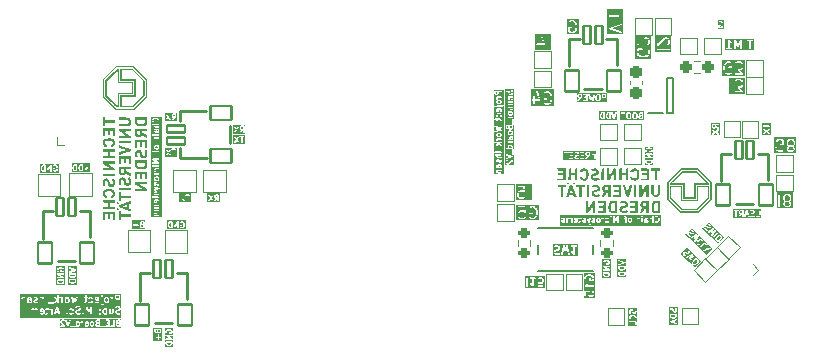
<source format=gbo>
G04 #@! TF.GenerationSoftware,KiCad,Pcbnew,8.0.6*
G04 #@! TF.CreationDate,2025-07-21T23:51:58+02:00*
G04 #@! TF.ProjectId,nRF5340,6e524635-3334-4302-9e6b-696361645f70,rev?*
G04 #@! TF.SameCoordinates,Original*
G04 #@! TF.FileFunction,Legend,Bot*
G04 #@! TF.FilePolarity,Positive*
%FSLAX46Y46*%
G04 Gerber Fmt 4.6, Leading zero omitted, Abs format (unit mm)*
G04 Created by KiCad (PCBNEW 8.0.6) date 2025-07-21 23:51:58*
%MOMM*%
%LPD*%
G01*
G04 APERTURE LIST*
G04 Aperture macros list*
%AMRoundRect*
0 Rectangle with rounded corners*
0 $1 Rounding radius*
0 $2 $3 $4 $5 $6 $7 $8 $9 X,Y pos of 4 corners*
0 Add a 4 corners polygon primitive as box body*
4,1,4,$2,$3,$4,$5,$6,$7,$8,$9,$2,$3,0*
0 Add four circle primitives for the rounded corners*
1,1,$1+$1,$2,$3*
1,1,$1+$1,$4,$5*
1,1,$1+$1,$6,$7*
1,1,$1+$1,$8,$9*
0 Add four rect primitives between the rounded corners*
20,1,$1+$1,$2,$3,$4,$5,0*
20,1,$1+$1,$4,$5,$6,$7,0*
20,1,$1+$1,$6,$7,$8,$9,0*
20,1,$1+$1,$8,$9,$2,$3,0*%
%AMRotRect*
0 Rectangle, with rotation*
0 The origin of the aperture is its center*
0 $1 length*
0 $2 width*
0 $3 Rotation angle, in degrees counterclockwise*
0 Add horizontal line*
21,1,$1,$2,0,0,$3*%
G04 Aperture macros list end*
%ADD10C,0.125000*%
%ADD11C,0.140000*%
%ADD12C,0.150000*%
%ADD13C,0.120000*%
%ADD14C,0.152400*%
%ADD15C,0.200000*%
%ADD16C,0.254000*%
%ADD17C,0.000000*%
%ADD18R,1.000000X1.000000*%
%ADD19O,1.000000X1.000000*%
%ADD20RoundRect,0.237500X-0.250000X-0.237500X0.250000X-0.237500X0.250000X0.237500X-0.250000X0.237500X0*%
%ADD21R,0.990600X0.711200*%
%ADD22RoundRect,0.237500X0.237500X-0.300000X0.237500X0.300000X-0.237500X0.300000X-0.237500X-0.300000X0*%
%ADD23R,1.250000X0.500000*%
%ADD24RoundRect,0.200000X-0.275000X0.200000X-0.275000X-0.200000X0.275000X-0.200000X0.275000X0.200000X0*%
%ADD25RoundRect,0.200000X0.275000X-0.200000X0.275000X0.200000X-0.275000X0.200000X-0.275000X-0.200000X0*%
%ADD26RoundRect,0.102000X0.300000X0.775000X-0.300000X0.775000X-0.300000X-0.775000X0.300000X-0.775000X0*%
%ADD27RoundRect,0.102000X0.600000X0.900000X-0.600000X0.900000X-0.600000X-0.900000X0.600000X-0.900000X0*%
%ADD28RotRect,1.000000X1.000000X225.000000*%
%ADD29C,0.990600*%
%ADD30C,0.787400*%
%ADD31O,2.004000X1.204000*%
%ADD32O,2.404000X1.204000*%
%ADD33R,1.500000X1.500000*%
%ADD34RoundRect,0.102000X-0.775000X0.300000X-0.775000X-0.300000X0.775000X-0.300000X0.775000X0.300000X0*%
%ADD35RoundRect,0.102000X-0.900000X0.600000X-0.900000X-0.600000X0.900000X-0.600000X0.900000X0.600000X0*%
G04 APERTURE END LIST*
D10*
G36*
X191254075Y-115542485D02*
G01*
X191282280Y-115570690D01*
X191300025Y-115641669D01*
X191300025Y-115792948D01*
X191282280Y-115863926D01*
X191254073Y-115892134D01*
X191228724Y-115904809D01*
X191162994Y-115904809D01*
X191137645Y-115892134D01*
X191109437Y-115863926D01*
X191091692Y-115792946D01*
X191091692Y-115641671D01*
X191109437Y-115570690D01*
X191137644Y-115542483D01*
X191162993Y-115529809D01*
X191228724Y-115529809D01*
X191254075Y-115542485D01*
G37*
G36*
X189728596Y-115666714D02*
G01*
X189615373Y-115666714D01*
X189590023Y-115654038D01*
X189580557Y-115644573D01*
X189567882Y-115619222D01*
X189567882Y-115577301D01*
X189580557Y-115551949D01*
X189590023Y-115542484D01*
X189615373Y-115529809D01*
X189728596Y-115529809D01*
X189728596Y-115666714D01*
G37*
G36*
X191776216Y-115666714D02*
G01*
X191662993Y-115666714D01*
X191637643Y-115654038D01*
X191628177Y-115644573D01*
X191615502Y-115619222D01*
X191615502Y-115577301D01*
X191628177Y-115551949D01*
X191637643Y-115542484D01*
X191662993Y-115529809D01*
X191776216Y-115529809D01*
X191776216Y-115666714D01*
G37*
G36*
X191963716Y-116092309D02*
G01*
X189380382Y-116092309D01*
X189380382Y-115562547D01*
X189442882Y-115562547D01*
X189442882Y-115633976D01*
X189443492Y-115637045D01*
X189443039Y-115638406D01*
X189445686Y-115648072D01*
X189447640Y-115657894D01*
X189448653Y-115658907D01*
X189449480Y-115661926D01*
X189473289Y-115709545D01*
X189479431Y-115717459D01*
X189484998Y-115725790D01*
X189508808Y-115749599D01*
X189517141Y-115755166D01*
X189525050Y-115761305D01*
X189560785Y-115779173D01*
X189454180Y-115931468D01*
X189444362Y-115953791D01*
X189452675Y-116000897D01*
X189491864Y-116028329D01*
X189538970Y-116020016D01*
X189556584Y-116003150D01*
X189704589Y-115791714D01*
X189728596Y-115791714D01*
X189728596Y-115967309D01*
X189733354Y-115991227D01*
X189767178Y-116025051D01*
X189815014Y-116025051D01*
X189848838Y-115991227D01*
X189853596Y-115967309D01*
X189853596Y-115467309D01*
X189848838Y-115443391D01*
X189947640Y-115443391D01*
X189947640Y-115491227D01*
X189981464Y-115525051D01*
X190005382Y-115529809D01*
X190180977Y-115529809D01*
X190180977Y-115642904D01*
X190076810Y-115642904D01*
X190052892Y-115647662D01*
X190019068Y-115681486D01*
X190019068Y-115729322D01*
X190052892Y-115763146D01*
X190076810Y-115767904D01*
X190180977Y-115767904D01*
X190180977Y-115904809D01*
X190005382Y-115904809D01*
X189981464Y-115909567D01*
X189947640Y-115943391D01*
X189947640Y-115991227D01*
X189981464Y-116025051D01*
X190005382Y-116029809D01*
X190243477Y-116029809D01*
X190267395Y-116025051D01*
X190301219Y-115991227D01*
X190305977Y-115967309D01*
X190305977Y-115467309D01*
X190304009Y-115457416D01*
X190372242Y-115457416D01*
X190373154Y-115481785D01*
X190492201Y-115981785D01*
X190502369Y-116003951D01*
X190510329Y-116008850D01*
X190515013Y-116016939D01*
X190529945Y-116020920D01*
X190543108Y-116029021D01*
X190552201Y-116026855D01*
X190561233Y-116029264D01*
X190574607Y-116021520D01*
X190589643Y-116017941D01*
X190594542Y-116009979D01*
X190602631Y-116005297D01*
X190613391Y-115983413D01*
X190648239Y-115852732D01*
X190683087Y-115983413D01*
X190693847Y-116005297D01*
X190701936Y-116009980D01*
X190706835Y-116017941D01*
X190721869Y-116021520D01*
X190735244Y-116029264D01*
X190744275Y-116026855D01*
X190753370Y-116029021D01*
X190766535Y-116020919D01*
X190781465Y-116016938D01*
X190786147Y-116008850D01*
X190794109Y-116003951D01*
X190804277Y-115981785D01*
X190887089Y-115633976D01*
X190966692Y-115633976D01*
X190966692Y-115800642D01*
X190968185Y-115808151D01*
X190968558Y-115815801D01*
X190992368Y-115911039D01*
X190995259Y-115917158D01*
X190995259Y-115919797D01*
X190999515Y-115926167D01*
X191002785Y-115933088D01*
X191005045Y-115934444D01*
X191008807Y-115940074D01*
X191056426Y-115987694D01*
X191064759Y-115993261D01*
X191072671Y-115999402D01*
X191120289Y-116023211D01*
X191123308Y-116024037D01*
X191124322Y-116025051D01*
X191134149Y-116027005D01*
X191143810Y-116029651D01*
X191145168Y-116029198D01*
X191148240Y-116029809D01*
X191243478Y-116029809D01*
X191246547Y-116029198D01*
X191247908Y-116029652D01*
X191257574Y-116027004D01*
X191267396Y-116025051D01*
X191268409Y-116024037D01*
X191271428Y-116023211D01*
X191319047Y-115999402D01*
X191326955Y-115993263D01*
X191335292Y-115987694D01*
X191382911Y-115940074D01*
X191386671Y-115934444D01*
X191388933Y-115933088D01*
X191392203Y-115926164D01*
X191396458Y-115919797D01*
X191396458Y-115917159D01*
X191399350Y-115911038D01*
X191423159Y-115815800D01*
X191423531Y-115808151D01*
X191425025Y-115800642D01*
X191425025Y-115633976D01*
X191423531Y-115626466D01*
X191423159Y-115618818D01*
X191409092Y-115562547D01*
X191490502Y-115562547D01*
X191490502Y-115633976D01*
X191491112Y-115637045D01*
X191490659Y-115638406D01*
X191493306Y-115648072D01*
X191495260Y-115657894D01*
X191496273Y-115658907D01*
X191497100Y-115661926D01*
X191520909Y-115709545D01*
X191527051Y-115717459D01*
X191532618Y-115725790D01*
X191556428Y-115749599D01*
X191564761Y-115755166D01*
X191572670Y-115761305D01*
X191620289Y-115785116D01*
X191623308Y-115785942D01*
X191624322Y-115786956D01*
X191634147Y-115788910D01*
X191643809Y-115791556D01*
X191645168Y-115791102D01*
X191648240Y-115791714D01*
X191776216Y-115791714D01*
X191776216Y-115967309D01*
X191780974Y-115991227D01*
X191814798Y-116025051D01*
X191862634Y-116025051D01*
X191896458Y-115991227D01*
X191901216Y-115967309D01*
X191901216Y-115467309D01*
X191896458Y-115443391D01*
X191862634Y-115409567D01*
X191838716Y-115404809D01*
X191648240Y-115404809D01*
X191645168Y-115405420D01*
X191643809Y-115404967D01*
X191634147Y-115407612D01*
X191624322Y-115409567D01*
X191623308Y-115410580D01*
X191620289Y-115411407D01*
X191572670Y-115435218D01*
X191564761Y-115441356D01*
X191556428Y-115446924D01*
X191532618Y-115470733D01*
X191527051Y-115479063D01*
X191520909Y-115486978D01*
X191497100Y-115534597D01*
X191496273Y-115537615D01*
X191495260Y-115538629D01*
X191493306Y-115548450D01*
X191490659Y-115558117D01*
X191491112Y-115559477D01*
X191490502Y-115562547D01*
X191409092Y-115562547D01*
X191399350Y-115523580D01*
X191396458Y-115517458D01*
X191396458Y-115514821D01*
X191392204Y-115508454D01*
X191388933Y-115501530D01*
X191386670Y-115500172D01*
X191382910Y-115494544D01*
X191335291Y-115446925D01*
X191326959Y-115441358D01*
X191319048Y-115435218D01*
X191271429Y-115411408D01*
X191268410Y-115410581D01*
X191267396Y-115409567D01*
X191257565Y-115407611D01*
X191247909Y-115404967D01*
X191246549Y-115405420D01*
X191243478Y-115404809D01*
X191148240Y-115404809D01*
X191145168Y-115405420D01*
X191143809Y-115404967D01*
X191134147Y-115407612D01*
X191124322Y-115409567D01*
X191123308Y-115410580D01*
X191120289Y-115411407D01*
X191072670Y-115435218D01*
X191064758Y-115441358D01*
X191056427Y-115446925D01*
X191008808Y-115494544D01*
X191005047Y-115500172D01*
X191002785Y-115501530D01*
X190999513Y-115508455D01*
X190995260Y-115514821D01*
X190995260Y-115517457D01*
X190992368Y-115523579D01*
X190968558Y-115618817D01*
X190968185Y-115626466D01*
X190966692Y-115633976D01*
X190887089Y-115633976D01*
X190923325Y-115481785D01*
X190924237Y-115457416D01*
X190899167Y-115416677D01*
X190852632Y-115405597D01*
X190811893Y-115430667D01*
X190801725Y-115452833D01*
X190740047Y-115711879D01*
X190708629Y-115594062D01*
X190697869Y-115572178D01*
X190690494Y-115567908D01*
X190686227Y-115560537D01*
X190670532Y-115556351D01*
X190656471Y-115548211D01*
X190648238Y-115550406D01*
X190640006Y-115548211D01*
X190625947Y-115556350D01*
X190610251Y-115560536D01*
X190605982Y-115567909D01*
X190598609Y-115572178D01*
X190587849Y-115594062D01*
X190556431Y-115711878D01*
X190494754Y-115452833D01*
X190484586Y-115430667D01*
X190443847Y-115405597D01*
X190397312Y-115416677D01*
X190372242Y-115457416D01*
X190304009Y-115457416D01*
X190301219Y-115443391D01*
X190267395Y-115409567D01*
X190243477Y-115404809D01*
X190005382Y-115404809D01*
X189981464Y-115409567D01*
X189947640Y-115443391D01*
X189848838Y-115443391D01*
X189815014Y-115409567D01*
X189791096Y-115404809D01*
X189600620Y-115404809D01*
X189597548Y-115405420D01*
X189596189Y-115404967D01*
X189586527Y-115407612D01*
X189576702Y-115409567D01*
X189575688Y-115410580D01*
X189572669Y-115411407D01*
X189525050Y-115435218D01*
X189517141Y-115441356D01*
X189508808Y-115446924D01*
X189484998Y-115470733D01*
X189479431Y-115479063D01*
X189473289Y-115486978D01*
X189449480Y-115534597D01*
X189448653Y-115537615D01*
X189447640Y-115538629D01*
X189445686Y-115548450D01*
X189443039Y-115558117D01*
X189443492Y-115559477D01*
X189442882Y-115562547D01*
X189380382Y-115562547D01*
X189380382Y-115342309D01*
X191963716Y-115342309D01*
X191963716Y-116092309D01*
G37*
G36*
X193307333Y-110370978D02*
G01*
X191960427Y-110370978D01*
X191960427Y-109859761D01*
X192071538Y-109859761D01*
X192073015Y-109864192D01*
X192071538Y-109868623D01*
X192080400Y-109886347D01*
X192086665Y-109905142D01*
X192090841Y-109907230D01*
X192092930Y-109911407D01*
X192114116Y-109923485D01*
X193114115Y-110256818D01*
X193138311Y-110259867D01*
X193181095Y-110238475D01*
X193196222Y-110193094D01*
X193174830Y-110150310D01*
X193153644Y-110138232D01*
X192331523Y-109864192D01*
X193153644Y-109590152D01*
X193174830Y-109578074D01*
X193196222Y-109535290D01*
X193181095Y-109489909D01*
X193138311Y-109468517D01*
X193114115Y-109471566D01*
X192114116Y-109804899D01*
X192092930Y-109816977D01*
X192090841Y-109821153D01*
X192086665Y-109823242D01*
X192080400Y-109842037D01*
X192071538Y-109859761D01*
X191960427Y-109859761D01*
X191960427Y-108792655D01*
X192076138Y-108792655D01*
X192076138Y-108840491D01*
X192109962Y-108874315D01*
X192133880Y-108879073D01*
X192452333Y-108879073D01*
X192452333Y-109197525D01*
X192457091Y-109221443D01*
X192490915Y-109255267D01*
X192538751Y-109255267D01*
X192572575Y-109221443D01*
X192577333Y-109197525D01*
X192577333Y-108879073D01*
X192895785Y-108879073D01*
X192919703Y-108874315D01*
X192953527Y-108840491D01*
X192953527Y-108792655D01*
X192919703Y-108758831D01*
X192895785Y-108754073D01*
X192577333Y-108754073D01*
X192577333Y-108435621D01*
X192572575Y-108411703D01*
X192538751Y-108377879D01*
X192490915Y-108377879D01*
X192457091Y-108411703D01*
X192452333Y-108435621D01*
X192452333Y-108754073D01*
X192133880Y-108754073D01*
X192109962Y-108758831D01*
X192076138Y-108792655D01*
X191960427Y-108792655D01*
X191960427Y-108266768D01*
X193307333Y-108266768D01*
X193307333Y-110370978D01*
G37*
D11*
G36*
X204372449Y-111739331D02*
G01*
X201954216Y-111739331D01*
X201954216Y-111564765D01*
X202031994Y-111564765D01*
X202031994Y-111618341D01*
X202069878Y-111656225D01*
X202096666Y-111661553D01*
X202496666Y-111661553D01*
X202523454Y-111656225D01*
X202561338Y-111618341D01*
X202561338Y-111564765D01*
X202523454Y-111526881D01*
X202496666Y-111521553D01*
X202366666Y-111521553D01*
X202366666Y-111093880D01*
X202380502Y-111107717D01*
X202389831Y-111113951D01*
X202398695Y-111120830D01*
X202465361Y-111154163D01*
X202491704Y-111161377D01*
X202542531Y-111144435D01*
X202566490Y-111096515D01*
X202549548Y-111045689D01*
X202527971Y-111028943D01*
X202471464Y-111000689D01*
X202417731Y-110946957D01*
X202380795Y-110891553D01*
X202726666Y-110891553D01*
X202726666Y-111591553D01*
X202731994Y-111618341D01*
X202769878Y-111656225D01*
X202823454Y-111656225D01*
X202861338Y-111618341D01*
X202866666Y-111591553D01*
X202866666Y-111207082D01*
X202966567Y-111421155D01*
X202977238Y-111435699D01*
X202978376Y-111438829D01*
X202980136Y-111439650D01*
X202982724Y-111443177D01*
X203005229Y-111451360D01*
X203026926Y-111461486D01*
X203030000Y-111460368D01*
X203033074Y-111461486D01*
X203054770Y-111451360D01*
X203077276Y-111443177D01*
X203079863Y-111439650D01*
X203081624Y-111438829D01*
X203082761Y-111435699D01*
X203093433Y-111421155D01*
X203193333Y-111207083D01*
X203193333Y-111591553D01*
X203198661Y-111618341D01*
X203236545Y-111656225D01*
X203290121Y-111656225D01*
X203328005Y-111618341D01*
X203333333Y-111591553D01*
X203333333Y-110891553D01*
X203526666Y-110891553D01*
X203526666Y-111591553D01*
X203531994Y-111618341D01*
X203569878Y-111656225D01*
X203623454Y-111656225D01*
X203661338Y-111618341D01*
X203666666Y-111591553D01*
X203666666Y-110891553D01*
X203661338Y-110864765D01*
X203765327Y-110864765D01*
X203765327Y-110918341D01*
X203803211Y-110956225D01*
X203829999Y-110961553D01*
X203959999Y-110961553D01*
X203959999Y-111591553D01*
X203965327Y-111618341D01*
X204003211Y-111656225D01*
X204056787Y-111656225D01*
X204094671Y-111618341D01*
X204099999Y-111591553D01*
X204099999Y-110961553D01*
X204229999Y-110961553D01*
X204256787Y-110956225D01*
X204294671Y-110918341D01*
X204294671Y-110864765D01*
X204256787Y-110826881D01*
X204229999Y-110821553D01*
X203829999Y-110821553D01*
X203803211Y-110826881D01*
X203765327Y-110864765D01*
X203661338Y-110864765D01*
X203623454Y-110826881D01*
X203569878Y-110826881D01*
X203531994Y-110864765D01*
X203526666Y-110891553D01*
X203333333Y-110891553D01*
X203328005Y-110864765D01*
X203319208Y-110855968D01*
X203314957Y-110844276D01*
X203301005Y-110837765D01*
X203290121Y-110826881D01*
X203277681Y-110826881D01*
X203266407Y-110821620D01*
X203251939Y-110826881D01*
X203236545Y-110826881D01*
X203227748Y-110835677D01*
X203216057Y-110839929D01*
X203199900Y-110861951D01*
X203029999Y-111226023D01*
X202860099Y-110861951D01*
X202843942Y-110839929D01*
X202832250Y-110835677D01*
X202823454Y-110826881D01*
X202808060Y-110826881D01*
X202793592Y-110821620D01*
X202782319Y-110826881D01*
X202769878Y-110826881D01*
X202758992Y-110837766D01*
X202745042Y-110844277D01*
X202740790Y-110855968D01*
X202731994Y-110864765D01*
X202726666Y-110891553D01*
X202380795Y-110891553D01*
X202354909Y-110852724D01*
X202335617Y-110833390D01*
X202328549Y-110831976D01*
X202323454Y-110826881D01*
X202303071Y-110826881D01*
X202283081Y-110822883D01*
X202277084Y-110826881D01*
X202269878Y-110826881D01*
X202255465Y-110841293D01*
X202238503Y-110852602D01*
X202237089Y-110859669D01*
X202231994Y-110864765D01*
X202226666Y-110891553D01*
X202226666Y-111521553D01*
X202096666Y-111521553D01*
X202069878Y-111526881D01*
X202031994Y-111564765D01*
X201954216Y-111564765D01*
X201954216Y-110743775D01*
X204372449Y-110743775D01*
X204372449Y-111739331D01*
G37*
D10*
G36*
X201859761Y-109924809D02*
G01*
X201300238Y-109924809D01*
X201300238Y-109585523D01*
X201362738Y-109585523D01*
X201362738Y-109752190D01*
X201367495Y-109776102D01*
X201367495Y-109776106D01*
X201381043Y-109796383D01*
X201404852Y-109820193D01*
X201407455Y-109821932D01*
X201408097Y-109823216D01*
X201416805Y-109828180D01*
X201425129Y-109833742D01*
X201426562Y-109833742D01*
X201429283Y-109835293D01*
X201500713Y-109859102D01*
X201510654Y-109860355D01*
X201520476Y-109862309D01*
X201568095Y-109862309D01*
X201577920Y-109860354D01*
X201587859Y-109859102D01*
X201659287Y-109835293D01*
X201662007Y-109833742D01*
X201663441Y-109833742D01*
X201671774Y-109828173D01*
X201680473Y-109823215D01*
X201681113Y-109821934D01*
X201683718Y-109820194D01*
X201731337Y-109772574D01*
X201736906Y-109764237D01*
X201743043Y-109756331D01*
X201766854Y-109708712D01*
X201768662Y-109702107D01*
X201771586Y-109695919D01*
X201795395Y-109600681D01*
X201795767Y-109593032D01*
X201797261Y-109585523D01*
X201797261Y-109514095D01*
X201795767Y-109506585D01*
X201795395Y-109498937D01*
X201771586Y-109403699D01*
X201768662Y-109397510D01*
X201766854Y-109390906D01*
X201743043Y-109343287D01*
X201736902Y-109335375D01*
X201731336Y-109327044D01*
X201683717Y-109279425D01*
X201681115Y-109277686D01*
X201680474Y-109276404D01*
X201671762Y-109271437D01*
X201663440Y-109265877D01*
X201662009Y-109265877D01*
X201659288Y-109264326D01*
X201587860Y-109240516D01*
X201577918Y-109239263D01*
X201568095Y-109237309D01*
X201496666Y-109237309D01*
X201493594Y-109237920D01*
X201492235Y-109237467D01*
X201482573Y-109240112D01*
X201472748Y-109242067D01*
X201471734Y-109243080D01*
X201468715Y-109243907D01*
X201421096Y-109267718D01*
X201401831Y-109282670D01*
X201386705Y-109328050D01*
X201408098Y-109370835D01*
X201453478Y-109385961D01*
X201476998Y-109379520D01*
X201511419Y-109362309D01*
X201557951Y-109362309D01*
X201605762Y-109378246D01*
X201635777Y-109408261D01*
X201651981Y-109440669D01*
X201672261Y-109521788D01*
X201672261Y-109577829D01*
X201651981Y-109658948D01*
X201635778Y-109691355D01*
X201605760Y-109721373D01*
X201557952Y-109737309D01*
X201530619Y-109737309D01*
X201487738Y-109723015D01*
X201487738Y-109648023D01*
X201520476Y-109648023D01*
X201544394Y-109643265D01*
X201578218Y-109609441D01*
X201578218Y-109561605D01*
X201544394Y-109527781D01*
X201520476Y-109523023D01*
X201425238Y-109523023D01*
X201401320Y-109527781D01*
X201367496Y-109561605D01*
X201362738Y-109585523D01*
X201300238Y-109585523D01*
X201300238Y-109174809D01*
X201859761Y-109174809D01*
X201859761Y-109924809D01*
G37*
G36*
X203815811Y-125591952D02*
G01*
X203751145Y-125591952D01*
X203783477Y-125494952D01*
X203815811Y-125591952D01*
G37*
G36*
X203387645Y-125496714D02*
G01*
X203274422Y-125496714D01*
X203249072Y-125484038D01*
X203239606Y-125474573D01*
X203226931Y-125449222D01*
X203226931Y-125407301D01*
X203239606Y-125381949D01*
X203249072Y-125372484D01*
X203274422Y-125359809D01*
X203387645Y-125359809D01*
X203387645Y-125496714D01*
G37*
G36*
X205003716Y-125922309D02*
G01*
X202615617Y-125922309D01*
X202615617Y-125273391D01*
X202678117Y-125273391D01*
X202678117Y-125321227D01*
X202711941Y-125355051D01*
X202735859Y-125359809D01*
X202816216Y-125359809D01*
X202816216Y-125797309D01*
X202820974Y-125821227D01*
X202854798Y-125855051D01*
X202902634Y-125855051D01*
X202936458Y-125821227D01*
X202941216Y-125797309D01*
X202941216Y-125392547D01*
X203101931Y-125392547D01*
X203101931Y-125463976D01*
X203102541Y-125467045D01*
X203102088Y-125468406D01*
X203104735Y-125478072D01*
X203106689Y-125487894D01*
X203107702Y-125488907D01*
X203108529Y-125491926D01*
X203132338Y-125539545D01*
X203138480Y-125547459D01*
X203144047Y-125555790D01*
X203167857Y-125579599D01*
X203176190Y-125585166D01*
X203184099Y-125591305D01*
X203219834Y-125609173D01*
X203113229Y-125761468D01*
X203103411Y-125783791D01*
X203111724Y-125830897D01*
X203150913Y-125858329D01*
X203198019Y-125850016D01*
X203215633Y-125833150D01*
X203363638Y-125621714D01*
X203387645Y-125621714D01*
X203387645Y-125797309D01*
X203392403Y-125821227D01*
X203426227Y-125855051D01*
X203474063Y-125855051D01*
X203507887Y-125821227D01*
X203511764Y-125801740D01*
X203554469Y-125801740D01*
X203575861Y-125844524D01*
X203621242Y-125859651D01*
X203664026Y-125838259D01*
X203676104Y-125817073D01*
X203709478Y-125716952D01*
X203857477Y-125716952D01*
X203890851Y-125817073D01*
X203902929Y-125838259D01*
X203945713Y-125859651D01*
X203991094Y-125844524D01*
X204012486Y-125801740D01*
X204009437Y-125777545D01*
X203968406Y-125654452D01*
X204030501Y-125654452D01*
X204030501Y-125702071D01*
X204031112Y-125705142D01*
X204030659Y-125706502D01*
X204033303Y-125716158D01*
X204035259Y-125725989D01*
X204036273Y-125727003D01*
X204037100Y-125730022D01*
X204060910Y-125777641D01*
X204067048Y-125785549D01*
X204072616Y-125793883D01*
X204096425Y-125817693D01*
X204104752Y-125823257D01*
X204112670Y-125829402D01*
X204160288Y-125853211D01*
X204163307Y-125854037D01*
X204164321Y-125855051D01*
X204174148Y-125857005D01*
X204183809Y-125859651D01*
X204185167Y-125859198D01*
X204188239Y-125859809D01*
X204307287Y-125859809D01*
X204317112Y-125857854D01*
X204327051Y-125856602D01*
X204398479Y-125832793D01*
X204419665Y-125820715D01*
X204441058Y-125777931D01*
X204425931Y-125732550D01*
X204383147Y-125711157D01*
X204358951Y-125714207D01*
X204297144Y-125734809D01*
X204202993Y-125734809D01*
X204177642Y-125722134D01*
X204168177Y-125712669D01*
X204155501Y-125687317D01*
X204155501Y-125669205D01*
X204168177Y-125643853D01*
X204177642Y-125634388D01*
X204210051Y-125618184D01*
X204298636Y-125596038D01*
X204304825Y-125593113D01*
X204311427Y-125591306D01*
X204359046Y-125567497D01*
X204366961Y-125561353D01*
X204375290Y-125555789D01*
X204399100Y-125531979D01*
X204404663Y-125523652D01*
X204410808Y-125515735D01*
X204434617Y-125468117D01*
X204435443Y-125465097D01*
X204436457Y-125464084D01*
X204438411Y-125454256D01*
X204441057Y-125444596D01*
X204440604Y-125443237D01*
X204441215Y-125440166D01*
X204441215Y-125392547D01*
X204440604Y-125389475D01*
X204441057Y-125388117D01*
X204438411Y-125378456D01*
X204436457Y-125368629D01*
X204435443Y-125367615D01*
X204434617Y-125364596D01*
X204410808Y-125316978D01*
X204404663Y-125309060D01*
X204399099Y-125300733D01*
X204395675Y-125297309D01*
X204530502Y-125297309D01*
X204530502Y-125702071D01*
X204531112Y-125705140D01*
X204530659Y-125706501D01*
X204533306Y-125716167D01*
X204535260Y-125725989D01*
X204536273Y-125727002D01*
X204537100Y-125730021D01*
X204560909Y-125777640D01*
X204567052Y-125785555D01*
X204572617Y-125793884D01*
X204596427Y-125817694D01*
X204604753Y-125823257D01*
X204612671Y-125829402D01*
X204660289Y-125853211D01*
X204663308Y-125854037D01*
X204664322Y-125855051D01*
X204674149Y-125857005D01*
X204683810Y-125859651D01*
X204685168Y-125859198D01*
X204688240Y-125859809D01*
X204783478Y-125859809D01*
X204786547Y-125859198D01*
X204787908Y-125859652D01*
X204797574Y-125857004D01*
X204807396Y-125855051D01*
X204808409Y-125854037D01*
X204811428Y-125853211D01*
X204859047Y-125829402D01*
X204866961Y-125823259D01*
X204875292Y-125817693D01*
X204899101Y-125793883D01*
X204904668Y-125785549D01*
X204910807Y-125777641D01*
X204934618Y-125730022D01*
X204935444Y-125727002D01*
X204936458Y-125725989D01*
X204938412Y-125716163D01*
X204941058Y-125706502D01*
X204940604Y-125705142D01*
X204941216Y-125702071D01*
X204941216Y-125297309D01*
X204936458Y-125273391D01*
X204902634Y-125239567D01*
X204854798Y-125239567D01*
X204820974Y-125273391D01*
X204816216Y-125297309D01*
X204816216Y-125687317D01*
X204803540Y-125712667D01*
X204794075Y-125722133D01*
X204768724Y-125734809D01*
X204702994Y-125734809D01*
X204677642Y-125722133D01*
X204668178Y-125712669D01*
X204655502Y-125687317D01*
X204655502Y-125297309D01*
X204650744Y-125273391D01*
X204616920Y-125239567D01*
X204569084Y-125239567D01*
X204535260Y-125273391D01*
X204530502Y-125297309D01*
X204395675Y-125297309D01*
X204375289Y-125276924D01*
X204366955Y-125271356D01*
X204359047Y-125265218D01*
X204311428Y-125241408D01*
X204308409Y-125240581D01*
X204307395Y-125239567D01*
X204297564Y-125237611D01*
X204287908Y-125234967D01*
X204286548Y-125235420D01*
X204283477Y-125234809D01*
X204164430Y-125234809D01*
X204154604Y-125236763D01*
X204144666Y-125238016D01*
X204073237Y-125261826D01*
X204052051Y-125273904D01*
X204030659Y-125316688D01*
X204045786Y-125362069D01*
X204088570Y-125383461D01*
X204112765Y-125380412D01*
X204174574Y-125359809D01*
X204268723Y-125359809D01*
X204294075Y-125372485D01*
X204303540Y-125381950D01*
X204316215Y-125407300D01*
X204316215Y-125425412D01*
X204303539Y-125450763D01*
X204294075Y-125460228D01*
X204261663Y-125476433D01*
X204173080Y-125498580D01*
X204166889Y-125501504D01*
X204160288Y-125503312D01*
X204112670Y-125527121D01*
X204104752Y-125533265D01*
X204096425Y-125538830D01*
X204072616Y-125562640D01*
X204067048Y-125570973D01*
X204060910Y-125578882D01*
X204037100Y-125626501D01*
X204036273Y-125629519D01*
X204035259Y-125630534D01*
X204033303Y-125640364D01*
X204030659Y-125650021D01*
X204031112Y-125651380D01*
X204030501Y-125654452D01*
X203968406Y-125654452D01*
X203842771Y-125277545D01*
X203830693Y-125256359D01*
X203826516Y-125254270D01*
X203824428Y-125250094D01*
X203805633Y-125243829D01*
X203787909Y-125234967D01*
X203783478Y-125236444D01*
X203779047Y-125234967D01*
X203761323Y-125243829D01*
X203742528Y-125250094D01*
X203740439Y-125254270D01*
X203736263Y-125256359D01*
X203724185Y-125277545D01*
X203557518Y-125777545D01*
X203554469Y-125801740D01*
X203511764Y-125801740D01*
X203512645Y-125797309D01*
X203512645Y-125297309D01*
X203507887Y-125273391D01*
X203474063Y-125239567D01*
X203450145Y-125234809D01*
X203259669Y-125234809D01*
X203256597Y-125235420D01*
X203255238Y-125234967D01*
X203245576Y-125237612D01*
X203235751Y-125239567D01*
X203234737Y-125240580D01*
X203231718Y-125241407D01*
X203184099Y-125265218D01*
X203176190Y-125271356D01*
X203167857Y-125276924D01*
X203144047Y-125300733D01*
X203138480Y-125309063D01*
X203132338Y-125316978D01*
X203108529Y-125364597D01*
X203107702Y-125367615D01*
X203106689Y-125368629D01*
X203104735Y-125378450D01*
X203102088Y-125388117D01*
X203102541Y-125389477D01*
X203101931Y-125392547D01*
X202941216Y-125392547D01*
X202941216Y-125359809D01*
X203021573Y-125359809D01*
X203045491Y-125355051D01*
X203079315Y-125321227D01*
X203079315Y-125273391D01*
X203045491Y-125239567D01*
X203021573Y-125234809D01*
X202735859Y-125234809D01*
X202711941Y-125239567D01*
X202678117Y-125273391D01*
X202615617Y-125273391D01*
X202615617Y-125172309D01*
X205003716Y-125172309D01*
X205003716Y-125922309D01*
G37*
G36*
X183837669Y-119871697D02*
G01*
X183847133Y-119881161D01*
X183859809Y-119906512D01*
X183859809Y-119972116D01*
X183651476Y-119972116D01*
X183651476Y-119906513D01*
X183664152Y-119881161D01*
X183673616Y-119871696D01*
X183698968Y-119859021D01*
X183812317Y-119859021D01*
X183837669Y-119871697D01*
G37*
G36*
X183851915Y-119105010D02*
G01*
X183859809Y-119120797D01*
X183859809Y-119210211D01*
X183794333Y-119210211D01*
X183794333Y-119120798D01*
X183802227Y-119105009D01*
X183818015Y-119097116D01*
X183836127Y-119097116D01*
X183851915Y-119105010D01*
G37*
G36*
X183837669Y-118657411D02*
G01*
X183847133Y-118666875D01*
X183859809Y-118692226D01*
X183859809Y-118734147D01*
X183847133Y-118759498D01*
X183837669Y-118768963D01*
X183812317Y-118781639D01*
X183698968Y-118781639D01*
X183673616Y-118768963D01*
X183664152Y-118759499D01*
X183651476Y-118734147D01*
X183651476Y-118692227D01*
X183664152Y-118666875D01*
X183673616Y-118657410D01*
X183698968Y-118644735D01*
X183812317Y-118644735D01*
X183837669Y-118657411D01*
G37*
G36*
X183859809Y-118281766D02*
G01*
X183847133Y-118307117D01*
X183837669Y-118316582D01*
X183812317Y-118329258D01*
X183770396Y-118329258D01*
X183745045Y-118316583D01*
X183738842Y-118310379D01*
X183722904Y-118262566D01*
X183722904Y-118168544D01*
X183859809Y-118168544D01*
X183859809Y-118281766D01*
G37*
G36*
X183597904Y-118257957D02*
G01*
X183585229Y-118283307D01*
X183575764Y-118292772D01*
X183550412Y-118305449D01*
X183532300Y-118305449D01*
X183506951Y-118292774D01*
X183497485Y-118283308D01*
X183484809Y-118257957D01*
X183484809Y-118168544D01*
X183597904Y-118168544D01*
X183597904Y-118257957D01*
G37*
G36*
X183837669Y-117014554D02*
G01*
X183847133Y-117024018D01*
X183859809Y-117049369D01*
X183859809Y-117091290D01*
X183847133Y-117116641D01*
X183837669Y-117126106D01*
X183812317Y-117138782D01*
X183698968Y-117138782D01*
X183673616Y-117126106D01*
X183664152Y-117116642D01*
X183651476Y-117091290D01*
X183651476Y-117049370D01*
X183664152Y-117024018D01*
X183673616Y-117014553D01*
X183698968Y-117001878D01*
X183812317Y-117001878D01*
X183837669Y-117014554D01*
G37*
G36*
X183658651Y-115819927D02*
G01*
X183651476Y-115805576D01*
X183651476Y-115739846D01*
X183659370Y-115724057D01*
X183675158Y-115716164D01*
X183679405Y-115716164D01*
X183658651Y-115819927D01*
G37*
G36*
X184094928Y-121469139D02*
G01*
X183297309Y-121469139D01*
X183297309Y-121129853D01*
X183359809Y-121129853D01*
X183359809Y-121248901D01*
X183360420Y-121251972D01*
X183359967Y-121253332D01*
X183362611Y-121262988D01*
X183364567Y-121272819D01*
X183365581Y-121273833D01*
X183366408Y-121276852D01*
X183390218Y-121324471D01*
X183396358Y-121332382D01*
X183401925Y-121340714D01*
X183425734Y-121364523D01*
X183434065Y-121370089D01*
X183441977Y-121376230D01*
X183489596Y-121400041D01*
X183492615Y-121400867D01*
X183493629Y-121401881D01*
X183503454Y-121403835D01*
X183513116Y-121406481D01*
X183514475Y-121406027D01*
X183517547Y-121406639D01*
X183565166Y-121406639D01*
X183574991Y-121404684D01*
X183584930Y-121403432D01*
X183656360Y-121379622D01*
X183659081Y-121378071D01*
X183660512Y-121378071D01*
X183668834Y-121372510D01*
X183677546Y-121367544D01*
X183678187Y-121366261D01*
X183680789Y-121364523D01*
X183859809Y-121185503D01*
X183859809Y-121344139D01*
X183864567Y-121368057D01*
X183898391Y-121401881D01*
X183946227Y-121401881D01*
X183980051Y-121368057D01*
X183984809Y-121344139D01*
X183984809Y-121034615D01*
X183980052Y-121010702D01*
X183980052Y-121010698D01*
X183946226Y-120976872D01*
X183898392Y-120976872D01*
X183878115Y-120990421D01*
X183602834Y-121265701D01*
X183555023Y-121281639D01*
X183532300Y-121281639D01*
X183506951Y-121268964D01*
X183497485Y-121259498D01*
X183484809Y-121234147D01*
X183484809Y-121144606D01*
X183497485Y-121119255D01*
X183514122Y-121102619D01*
X183527670Y-121082342D01*
X183527670Y-121034508D01*
X183493845Y-121000683D01*
X183446011Y-121000683D01*
X183425734Y-121014231D01*
X183401925Y-121038040D01*
X183396358Y-121046371D01*
X183390218Y-121054283D01*
X183366408Y-121101902D01*
X183365581Y-121104920D01*
X183364567Y-121105935D01*
X183362611Y-121115765D01*
X183359967Y-121125422D01*
X183360420Y-121126781D01*
X183359809Y-121129853D01*
X183297309Y-121129853D01*
X183297309Y-120586666D01*
X183359967Y-120586666D01*
X183381359Y-120629450D01*
X183402545Y-120641528D01*
X183724665Y-120748901D01*
X183402545Y-120856275D01*
X183381359Y-120868353D01*
X183359967Y-120911137D01*
X183375094Y-120956518D01*
X183417878Y-120977910D01*
X183442073Y-120974861D01*
X183942073Y-120808194D01*
X183963259Y-120796116D01*
X183965347Y-120791939D01*
X183969524Y-120789851D01*
X183975789Y-120771056D01*
X183984651Y-120753332D01*
X183983174Y-120748901D01*
X183984651Y-120744470D01*
X183975789Y-120726746D01*
X183969524Y-120707951D01*
X183965347Y-120705862D01*
X183963259Y-120701686D01*
X183942073Y-120689608D01*
X183442073Y-120522942D01*
X183417878Y-120519893D01*
X183375094Y-120541285D01*
X183359967Y-120586666D01*
X183297309Y-120586666D01*
X183297309Y-120153664D01*
X183907428Y-120153664D01*
X183907428Y-120534616D01*
X183912186Y-120558534D01*
X183946010Y-120592358D01*
X183993846Y-120592358D01*
X184027670Y-120558534D01*
X184032428Y-120534616D01*
X184032428Y-120153664D01*
X184027670Y-120129746D01*
X183993846Y-120095922D01*
X183946010Y-120095922D01*
X183912186Y-120129746D01*
X183907428Y-120153664D01*
X183297309Y-120153664D01*
X183297309Y-120010698D01*
X183364567Y-120010698D01*
X183364567Y-120058534D01*
X183398391Y-120092358D01*
X183422309Y-120097116D01*
X183922309Y-120097116D01*
X183946227Y-120092358D01*
X183980051Y-120058534D01*
X183980051Y-120010915D01*
X183982005Y-120001087D01*
X183984651Y-119991427D01*
X183984198Y-119990068D01*
X183984809Y-119986997D01*
X183984809Y-119891759D01*
X183984198Y-119888687D01*
X183984651Y-119887329D01*
X183982005Y-119877668D01*
X183980051Y-119867841D01*
X183979037Y-119866827D01*
X183978211Y-119863808D01*
X183954402Y-119816190D01*
X183948257Y-119808272D01*
X183942694Y-119799946D01*
X183918884Y-119776136D01*
X183910555Y-119770571D01*
X183902640Y-119764428D01*
X183855021Y-119740619D01*
X183852002Y-119739792D01*
X183850989Y-119738779D01*
X183841167Y-119736825D01*
X183831501Y-119734178D01*
X183830140Y-119734631D01*
X183827071Y-119734021D01*
X183684214Y-119734021D01*
X183681142Y-119734631D01*
X183679784Y-119734179D01*
X183670123Y-119736824D01*
X183660296Y-119738779D01*
X183659282Y-119739792D01*
X183656263Y-119740619D01*
X183608645Y-119764428D01*
X183600727Y-119770572D01*
X183592401Y-119776136D01*
X183568591Y-119799946D01*
X183563026Y-119808274D01*
X183556883Y-119816190D01*
X183533074Y-119863809D01*
X183532247Y-119866827D01*
X183531234Y-119867841D01*
X183529280Y-119877662D01*
X183526633Y-119887329D01*
X183527086Y-119888689D01*
X183526476Y-119891759D01*
X183526476Y-119972116D01*
X183422309Y-119972116D01*
X183398391Y-119976874D01*
X183364567Y-120010698D01*
X183297309Y-120010698D01*
X183297309Y-119606044D01*
X183526476Y-119606044D01*
X183526476Y-119653663D01*
X183531234Y-119677581D01*
X183565058Y-119711405D01*
X183612894Y-119711405D01*
X183646718Y-119677581D01*
X183651476Y-119653663D01*
X183651476Y-119620798D01*
X183664151Y-119595446D01*
X183673617Y-119585981D01*
X183698967Y-119573306D01*
X183922309Y-119573306D01*
X183946227Y-119568548D01*
X183980051Y-119534724D01*
X183980051Y-119486888D01*
X183946227Y-119453064D01*
X183922309Y-119448306D01*
X183588976Y-119448306D01*
X183565058Y-119453064D01*
X183531234Y-119486888D01*
X183531234Y-119534724D01*
X183546917Y-119550407D01*
X183533074Y-119578094D01*
X183532247Y-119581112D01*
X183531234Y-119582126D01*
X183529280Y-119591947D01*
X183526633Y-119601614D01*
X183527086Y-119602974D01*
X183526476Y-119606044D01*
X183297309Y-119606044D01*
X183297309Y-119106044D01*
X183526476Y-119106044D01*
X183526476Y-119201282D01*
X183527086Y-119204351D01*
X183526633Y-119205712D01*
X183529280Y-119215378D01*
X183531234Y-119225200D01*
X183532247Y-119226213D01*
X183533074Y-119229232D01*
X183556883Y-119276851D01*
X183564513Y-119286681D01*
X183565569Y-119289850D01*
X183569096Y-119292588D01*
X183571835Y-119296116D01*
X183575003Y-119297172D01*
X183584834Y-119304802D01*
X183632453Y-119328613D01*
X183635472Y-119329439D01*
X183636486Y-119330453D01*
X183646311Y-119332407D01*
X183655973Y-119335053D01*
X183657332Y-119334599D01*
X183660404Y-119335211D01*
X183922309Y-119335211D01*
X183946227Y-119330453D01*
X183980051Y-119296629D01*
X183980051Y-119249010D01*
X183982005Y-119239182D01*
X183984651Y-119229522D01*
X183984198Y-119228163D01*
X183984809Y-119225092D01*
X183984809Y-119106044D01*
X183984198Y-119102972D01*
X183984651Y-119101614D01*
X183982005Y-119091953D01*
X183980051Y-119082126D01*
X183979037Y-119081112D01*
X183978211Y-119078093D01*
X183954402Y-119030475D01*
X183946771Y-119020642D01*
X183945715Y-119017474D01*
X183942187Y-119014736D01*
X183939450Y-119011209D01*
X183936281Y-119010152D01*
X183926450Y-119002523D01*
X183878830Y-118978714D01*
X183875811Y-118977887D01*
X183874798Y-118976874D01*
X183864974Y-118974919D01*
X183855309Y-118972273D01*
X183853948Y-118972726D01*
X183850880Y-118972116D01*
X183803261Y-118972116D01*
X183800189Y-118972726D01*
X183798831Y-118972274D01*
X183789170Y-118974919D01*
X183779343Y-118976874D01*
X183778329Y-118977887D01*
X183775310Y-118978714D01*
X183727692Y-119002523D01*
X183717858Y-119010154D01*
X183714692Y-119011210D01*
X183711955Y-119014735D01*
X183708426Y-119017475D01*
X183707369Y-119020644D01*
X183699740Y-119030475D01*
X183675931Y-119078094D01*
X183675104Y-119081112D01*
X183674091Y-119082126D01*
X183672137Y-119091947D01*
X183669490Y-119101614D01*
X183669943Y-119102974D01*
X183669333Y-119106044D01*
X183669333Y-119207298D01*
X183659370Y-119202317D01*
X183651476Y-119186528D01*
X183651476Y-119120798D01*
X183668687Y-119086376D01*
X183675127Y-119062855D01*
X183660000Y-119017475D01*
X183617214Y-118996083D01*
X183571835Y-119011210D01*
X183556883Y-119030475D01*
X183533074Y-119078094D01*
X183532247Y-119081112D01*
X183531234Y-119082126D01*
X183529280Y-119091947D01*
X183526633Y-119101614D01*
X183527086Y-119102974D01*
X183526476Y-119106044D01*
X183297309Y-119106044D01*
X183297309Y-118677473D01*
X183526476Y-118677473D01*
X183526476Y-118748901D01*
X183527086Y-118751970D01*
X183526633Y-118753331D01*
X183529280Y-118762997D01*
X183531234Y-118772819D01*
X183532247Y-118773832D01*
X183533074Y-118776851D01*
X183556883Y-118824470D01*
X183563026Y-118832385D01*
X183568591Y-118840714D01*
X183592401Y-118864524D01*
X183600727Y-118870087D01*
X183608645Y-118876232D01*
X183656263Y-118900041D01*
X183659282Y-118900867D01*
X183660296Y-118901881D01*
X183670123Y-118903835D01*
X183679784Y-118906481D01*
X183681142Y-118906028D01*
X183684214Y-118906639D01*
X183827071Y-118906639D01*
X183830140Y-118906028D01*
X183831501Y-118906482D01*
X183841167Y-118903834D01*
X183850989Y-118901881D01*
X183852002Y-118900867D01*
X183855021Y-118900041D01*
X183902640Y-118876232D01*
X183910555Y-118870088D01*
X183918884Y-118864524D01*
X183942694Y-118840714D01*
X183948257Y-118832387D01*
X183954402Y-118824470D01*
X183978211Y-118776852D01*
X183979037Y-118773832D01*
X183980051Y-118772819D01*
X183982005Y-118762991D01*
X183984651Y-118753331D01*
X183984198Y-118751972D01*
X183984809Y-118748901D01*
X183984809Y-118677473D01*
X183984198Y-118674401D01*
X183984651Y-118673043D01*
X183982005Y-118663382D01*
X183980051Y-118653555D01*
X183979037Y-118652541D01*
X183978211Y-118649522D01*
X183954402Y-118601904D01*
X183948257Y-118593986D01*
X183942694Y-118585660D01*
X183918884Y-118561850D01*
X183910555Y-118556285D01*
X183902640Y-118550142D01*
X183855021Y-118526333D01*
X183852002Y-118525506D01*
X183850989Y-118524493D01*
X183841167Y-118522539D01*
X183831501Y-118519892D01*
X183830140Y-118520345D01*
X183827071Y-118519735D01*
X183684214Y-118519735D01*
X183681142Y-118520345D01*
X183679784Y-118519893D01*
X183670123Y-118522538D01*
X183660296Y-118524493D01*
X183659282Y-118525506D01*
X183656263Y-118526333D01*
X183608645Y-118550142D01*
X183600727Y-118556286D01*
X183592401Y-118561850D01*
X183568591Y-118585660D01*
X183563026Y-118593988D01*
X183556883Y-118601904D01*
X183533074Y-118649523D01*
X183532247Y-118652541D01*
X183531234Y-118653555D01*
X183529280Y-118663376D01*
X183526633Y-118673043D01*
X183527086Y-118674403D01*
X183526476Y-118677473D01*
X183297309Y-118677473D01*
X183297309Y-118106044D01*
X183359809Y-118106044D01*
X183359809Y-118272711D01*
X183360420Y-118275782D01*
X183359967Y-118277142D01*
X183362611Y-118286798D01*
X183364567Y-118296629D01*
X183365581Y-118297643D01*
X183366408Y-118300662D01*
X183390218Y-118348281D01*
X183396358Y-118356192D01*
X183401925Y-118364524D01*
X183425734Y-118388333D01*
X183434065Y-118393899D01*
X183441977Y-118400040D01*
X183489596Y-118423851D01*
X183492615Y-118424677D01*
X183493629Y-118425691D01*
X183503454Y-118427645D01*
X183513116Y-118430291D01*
X183514475Y-118429837D01*
X183517547Y-118430449D01*
X183565166Y-118430449D01*
X183568237Y-118429837D01*
X183569597Y-118430291D01*
X183579253Y-118427646D01*
X183589084Y-118425691D01*
X183590098Y-118424676D01*
X183593117Y-118423850D01*
X183640736Y-118400040D01*
X183646924Y-118395237D01*
X183663828Y-118412142D01*
X183672155Y-118417706D01*
X183680073Y-118423851D01*
X183727691Y-118447660D01*
X183730710Y-118448486D01*
X183731724Y-118449500D01*
X183741551Y-118451454D01*
X183751212Y-118454100D01*
X183752570Y-118453647D01*
X183755642Y-118454258D01*
X183827071Y-118454258D01*
X183830140Y-118453647D01*
X183831501Y-118454101D01*
X183841167Y-118451453D01*
X183850989Y-118449500D01*
X183852002Y-118448486D01*
X183855021Y-118447660D01*
X183902640Y-118423851D01*
X183910555Y-118417707D01*
X183918884Y-118412143D01*
X183942694Y-118388333D01*
X183948257Y-118380006D01*
X183954402Y-118372089D01*
X183978211Y-118324471D01*
X183979037Y-118321451D01*
X183980051Y-118320438D01*
X183982005Y-118310610D01*
X183984651Y-118300950D01*
X183984198Y-118299591D01*
X183984809Y-118296520D01*
X183984809Y-118106044D01*
X183980051Y-118082126D01*
X183946227Y-118048302D01*
X183922309Y-118043544D01*
X183422309Y-118043544D01*
X183398391Y-118048302D01*
X183364567Y-118082126D01*
X183359809Y-118106044D01*
X183297309Y-118106044D01*
X183297309Y-117510806D01*
X183526476Y-117510806D01*
X183526476Y-117558425D01*
X183531234Y-117582343D01*
X183565058Y-117616167D01*
X183612894Y-117616167D01*
X183623016Y-117606045D01*
X183907428Y-117606045D01*
X183907428Y-117986997D01*
X183912186Y-118010915D01*
X183946010Y-118044739D01*
X183993846Y-118044739D01*
X184027670Y-118010915D01*
X184032428Y-117986997D01*
X184032428Y-117606045D01*
X184027670Y-117582127D01*
X183993846Y-117548303D01*
X183946010Y-117548303D01*
X183912186Y-117582127D01*
X183907428Y-117606045D01*
X183623016Y-117606045D01*
X183646718Y-117582343D01*
X183651476Y-117558425D01*
X183651476Y-117525560D01*
X183664151Y-117500208D01*
X183673617Y-117490743D01*
X183698967Y-117478068D01*
X183922309Y-117478068D01*
X183946227Y-117473310D01*
X183980051Y-117439486D01*
X183980051Y-117391650D01*
X183946227Y-117357826D01*
X183922309Y-117353068D01*
X183588976Y-117353068D01*
X183565058Y-117357826D01*
X183531234Y-117391650D01*
X183531234Y-117439486D01*
X183546917Y-117455169D01*
X183533074Y-117482856D01*
X183532247Y-117485874D01*
X183531234Y-117486888D01*
X183529280Y-117496709D01*
X183526633Y-117506376D01*
X183527086Y-117507736D01*
X183526476Y-117510806D01*
X183297309Y-117510806D01*
X183297309Y-117034616D01*
X183526476Y-117034616D01*
X183526476Y-117106044D01*
X183527086Y-117109113D01*
X183526633Y-117110474D01*
X183529280Y-117120140D01*
X183531234Y-117129962D01*
X183532247Y-117130975D01*
X183533074Y-117133994D01*
X183556883Y-117181613D01*
X183563026Y-117189528D01*
X183568591Y-117197857D01*
X183592401Y-117221667D01*
X183600727Y-117227230D01*
X183608645Y-117233375D01*
X183656263Y-117257184D01*
X183659282Y-117258010D01*
X183660296Y-117259024D01*
X183670123Y-117260978D01*
X183679784Y-117263624D01*
X183681142Y-117263171D01*
X183684214Y-117263782D01*
X183827071Y-117263782D01*
X183830140Y-117263171D01*
X183831501Y-117263625D01*
X183841167Y-117260977D01*
X183850989Y-117259024D01*
X183852002Y-117258010D01*
X183855021Y-117257184D01*
X183902640Y-117233375D01*
X183910555Y-117227231D01*
X183918884Y-117221667D01*
X183942694Y-117197857D01*
X183948257Y-117189530D01*
X183954402Y-117181613D01*
X183978211Y-117133995D01*
X183979037Y-117130975D01*
X183980051Y-117129962D01*
X183982005Y-117120134D01*
X183984651Y-117110474D01*
X183984198Y-117109115D01*
X183984809Y-117106044D01*
X183984809Y-117034616D01*
X183984198Y-117031544D01*
X183984651Y-117030186D01*
X183982005Y-117020525D01*
X183980051Y-117010698D01*
X183979037Y-117009684D01*
X183978211Y-117006665D01*
X183954402Y-116959047D01*
X183948257Y-116951129D01*
X183942694Y-116942803D01*
X183918884Y-116918993D01*
X183910555Y-116913428D01*
X183902640Y-116907285D01*
X183855021Y-116883476D01*
X183852002Y-116882649D01*
X183850989Y-116881636D01*
X183841167Y-116879682D01*
X183831501Y-116877035D01*
X183830140Y-116877488D01*
X183827071Y-116876878D01*
X183684214Y-116876878D01*
X183681142Y-116877488D01*
X183679784Y-116877036D01*
X183670123Y-116879681D01*
X183660296Y-116881636D01*
X183659282Y-116882649D01*
X183656263Y-116883476D01*
X183608645Y-116907285D01*
X183600727Y-116913429D01*
X183592401Y-116918993D01*
X183568591Y-116942803D01*
X183563026Y-116951131D01*
X183556883Y-116959047D01*
X183533074Y-117006666D01*
X183532247Y-117009684D01*
X183531234Y-117010698D01*
X183529280Y-117020519D01*
X183526633Y-117030186D01*
X183527086Y-117031546D01*
X183526476Y-117034616D01*
X183297309Y-117034616D01*
X183297309Y-116606044D01*
X183526476Y-116606044D01*
X183526476Y-116677473D01*
X183527086Y-116680542D01*
X183526633Y-116681903D01*
X183529280Y-116691569D01*
X183531234Y-116701391D01*
X183532247Y-116702404D01*
X183533074Y-116705423D01*
X183556883Y-116753042D01*
X183571835Y-116772307D01*
X183617214Y-116787434D01*
X183660000Y-116766042D01*
X183675127Y-116720662D01*
X183668687Y-116697141D01*
X183651476Y-116662719D01*
X183651476Y-116620798D01*
X183659370Y-116605009D01*
X183672308Y-116598540D01*
X183685248Y-116605010D01*
X183693142Y-116620797D01*
X183693142Y-116677473D01*
X183693753Y-116680544D01*
X183693300Y-116681904D01*
X183695944Y-116691560D01*
X183697900Y-116701391D01*
X183698914Y-116702405D01*
X183699741Y-116705424D01*
X183723551Y-116753043D01*
X183731179Y-116762871D01*
X183732236Y-116766042D01*
X183735766Y-116768781D01*
X183738503Y-116772308D01*
X183741670Y-116773363D01*
X183751502Y-116780994D01*
X183799120Y-116804803D01*
X183802139Y-116805629D01*
X183803153Y-116806643D01*
X183812980Y-116808597D01*
X183822641Y-116811243D01*
X183823999Y-116810790D01*
X183827071Y-116811401D01*
X183850880Y-116811401D01*
X183853948Y-116810790D01*
X183855309Y-116811244D01*
X183864974Y-116808597D01*
X183874798Y-116806643D01*
X183875811Y-116805629D01*
X183878830Y-116804803D01*
X183926450Y-116780994D01*
X183936281Y-116773364D01*
X183939450Y-116772308D01*
X183942187Y-116768780D01*
X183945715Y-116766043D01*
X183946771Y-116762874D01*
X183954402Y-116753042D01*
X183978211Y-116705424D01*
X183979037Y-116702404D01*
X183980051Y-116701391D01*
X183982005Y-116691563D01*
X183984651Y-116681903D01*
X183984198Y-116680544D01*
X183984809Y-116677473D01*
X183984809Y-116582235D01*
X183984198Y-116579163D01*
X183984651Y-116577805D01*
X183982005Y-116568144D01*
X183980051Y-116558317D01*
X183979037Y-116557303D01*
X183978211Y-116554284D01*
X183954402Y-116506666D01*
X183939450Y-116487400D01*
X183894070Y-116472273D01*
X183851284Y-116493666D01*
X183836157Y-116539046D01*
X183842598Y-116562566D01*
X183859809Y-116596988D01*
X183859809Y-116662719D01*
X183851915Y-116678506D01*
X183838975Y-116684976D01*
X183826036Y-116678507D01*
X183818142Y-116662719D01*
X183818142Y-116606044D01*
X183817531Y-116602972D01*
X183817984Y-116601614D01*
X183815338Y-116591953D01*
X183813384Y-116582126D01*
X183812370Y-116581112D01*
X183811544Y-116578093D01*
X183787735Y-116530475D01*
X183780103Y-116520641D01*
X183779048Y-116517475D01*
X183775522Y-116514738D01*
X183772783Y-116511209D01*
X183769613Y-116510152D01*
X183759783Y-116502523D01*
X183712164Y-116478714D01*
X183709145Y-116477887D01*
X183708132Y-116476874D01*
X183698310Y-116474920D01*
X183688644Y-116472273D01*
X183687283Y-116472726D01*
X183684214Y-116472116D01*
X183660404Y-116472116D01*
X183657332Y-116472726D01*
X183655974Y-116472274D01*
X183646313Y-116474919D01*
X183636486Y-116476874D01*
X183635472Y-116477887D01*
X183632453Y-116478714D01*
X183584835Y-116502523D01*
X183575001Y-116510154D01*
X183571835Y-116511210D01*
X183569098Y-116514735D01*
X183565569Y-116517475D01*
X183564512Y-116520644D01*
X183556883Y-116530475D01*
X183533074Y-116578094D01*
X183532247Y-116581112D01*
X183531234Y-116582126D01*
X183529280Y-116591947D01*
X183526633Y-116601614D01*
X183527086Y-116602974D01*
X183526476Y-116606044D01*
X183297309Y-116606044D01*
X183297309Y-116177473D01*
X183526476Y-116177473D01*
X183526476Y-116248901D01*
X183527086Y-116251970D01*
X183526633Y-116253331D01*
X183529280Y-116262997D01*
X183531234Y-116272819D01*
X183532247Y-116273832D01*
X183533074Y-116276851D01*
X183556883Y-116324470D01*
X183564513Y-116334300D01*
X183565569Y-116337469D01*
X183569096Y-116340207D01*
X183571835Y-116343735D01*
X183575003Y-116344791D01*
X183584834Y-116352421D01*
X183632453Y-116376232D01*
X183635472Y-116377058D01*
X183636486Y-116378072D01*
X183646311Y-116380026D01*
X183655973Y-116382672D01*
X183657332Y-116382218D01*
X183660404Y-116382830D01*
X183922309Y-116382830D01*
X183946227Y-116378072D01*
X183980051Y-116344248D01*
X183980051Y-116296412D01*
X183946227Y-116262588D01*
X183922309Y-116257830D01*
X183675157Y-116257830D01*
X183659370Y-116249936D01*
X183651476Y-116234147D01*
X183651476Y-116192227D01*
X183663318Y-116168544D01*
X183922309Y-116168544D01*
X183946227Y-116163786D01*
X183980051Y-116129962D01*
X183980051Y-116082126D01*
X183946227Y-116048302D01*
X183922309Y-116043544D01*
X183588976Y-116043544D01*
X183565058Y-116048302D01*
X183531234Y-116082126D01*
X183531234Y-116129962D01*
X183538980Y-116137708D01*
X183533074Y-116149523D01*
X183532247Y-116152541D01*
X183531234Y-116153555D01*
X183529280Y-116163376D01*
X183526633Y-116173043D01*
X183527086Y-116174403D01*
X183526476Y-116177473D01*
X183297309Y-116177473D01*
X183297309Y-115725092D01*
X183526476Y-115725092D01*
X183526476Y-115820330D01*
X183527086Y-115823399D01*
X183526633Y-115824760D01*
X183529280Y-115834426D01*
X183531234Y-115844248D01*
X183532247Y-115845261D01*
X183533074Y-115848280D01*
X183556883Y-115895899D01*
X183564513Y-115905729D01*
X183565569Y-115908898D01*
X183569096Y-115911636D01*
X183571835Y-115915164D01*
X183575003Y-115916220D01*
X183584834Y-115923850D01*
X183632453Y-115947661D01*
X183635472Y-115948487D01*
X183636486Y-115949501D01*
X183646311Y-115951455D01*
X183655973Y-115954101D01*
X183657332Y-115953647D01*
X183660404Y-115954259D01*
X183708023Y-115954259D01*
X183717084Y-115952456D01*
X183720152Y-115953070D01*
X183722768Y-115951325D01*
X183731941Y-115949501D01*
X183744810Y-115936631D01*
X183759953Y-115926537D01*
X183763540Y-115917901D01*
X183765765Y-115915677D01*
X183765765Y-115912546D01*
X183769309Y-115904016D01*
X183806879Y-115716164D01*
X183836127Y-115716164D01*
X183851915Y-115724058D01*
X183859809Y-115739845D01*
X183859809Y-115805576D01*
X183842598Y-115839999D01*
X183836157Y-115863519D01*
X183851284Y-115908899D01*
X183894070Y-115930292D01*
X183939450Y-115915165D01*
X183954402Y-115895899D01*
X183978211Y-115848281D01*
X183979037Y-115845261D01*
X183980051Y-115844248D01*
X183982005Y-115834420D01*
X183984651Y-115824760D01*
X183984198Y-115823401D01*
X183984809Y-115820330D01*
X183984809Y-115725092D01*
X183984198Y-115722020D01*
X183984651Y-115720662D01*
X183982005Y-115711001D01*
X183980051Y-115701174D01*
X183979037Y-115700160D01*
X183978211Y-115697141D01*
X183954402Y-115649523D01*
X183946771Y-115639690D01*
X183945715Y-115636522D01*
X183942187Y-115633784D01*
X183939450Y-115630257D01*
X183936281Y-115629200D01*
X183926450Y-115621571D01*
X183878830Y-115597762D01*
X183875811Y-115596935D01*
X183874798Y-115595922D01*
X183864974Y-115593967D01*
X183855309Y-115591321D01*
X183853948Y-115591774D01*
X183850880Y-115591164D01*
X183660404Y-115591164D01*
X183657332Y-115591774D01*
X183655974Y-115591322D01*
X183646313Y-115593967D01*
X183636486Y-115595922D01*
X183635472Y-115596935D01*
X183632453Y-115597762D01*
X183584835Y-115621571D01*
X183575001Y-115629202D01*
X183571835Y-115630258D01*
X183569098Y-115633783D01*
X183565569Y-115636523D01*
X183564512Y-115639692D01*
X183556883Y-115649523D01*
X183533074Y-115697142D01*
X183532247Y-115700160D01*
X183531234Y-115701174D01*
X183529280Y-115710995D01*
X183526633Y-115720662D01*
X183527086Y-115722022D01*
X183526476Y-115725092D01*
X183297309Y-115725092D01*
X183297309Y-115272712D01*
X183359809Y-115272712D01*
X183359809Y-115391759D01*
X183361763Y-115401584D01*
X183363016Y-115411523D01*
X183386826Y-115482953D01*
X183398904Y-115504139D01*
X183441688Y-115525531D01*
X183487069Y-115510403D01*
X183508461Y-115467619D01*
X183505412Y-115443424D01*
X183484809Y-115381615D01*
X183484809Y-115287465D01*
X183497485Y-115262113D01*
X183506950Y-115252648D01*
X183532301Y-115239974D01*
X183550412Y-115239974D01*
X183575764Y-115252650D01*
X183585228Y-115262114D01*
X183601433Y-115294524D01*
X183623580Y-115383109D01*
X183626504Y-115389298D01*
X183628312Y-115395900D01*
X183652121Y-115443519D01*
X183658263Y-115451433D01*
X183663830Y-115459764D01*
X183687640Y-115483573D01*
X183695973Y-115489140D01*
X183703882Y-115495279D01*
X183751501Y-115519090D01*
X183754520Y-115519916D01*
X183755534Y-115520930D01*
X183765359Y-115522884D01*
X183775021Y-115525530D01*
X183776380Y-115525076D01*
X183779452Y-115525688D01*
X183827071Y-115525688D01*
X183830142Y-115525076D01*
X183831502Y-115525530D01*
X183841158Y-115522885D01*
X183850989Y-115520930D01*
X183852003Y-115519915D01*
X183855022Y-115519089D01*
X183902641Y-115495279D01*
X183910549Y-115489140D01*
X183918883Y-115483573D01*
X183942693Y-115459764D01*
X183948257Y-115451436D01*
X183954402Y-115443519D01*
X183978211Y-115395901D01*
X183979037Y-115392881D01*
X183980051Y-115391868D01*
X183982005Y-115382040D01*
X183984651Y-115372380D01*
X183984198Y-115371021D01*
X183984809Y-115367950D01*
X183984809Y-115248902D01*
X183982855Y-115239081D01*
X183981602Y-115229138D01*
X183957793Y-115157710D01*
X183945716Y-115136524D01*
X183902931Y-115115132D01*
X183857550Y-115130258D01*
X183836158Y-115173043D01*
X183839207Y-115197238D01*
X183859809Y-115259044D01*
X183859809Y-115353196D01*
X183847134Y-115378546D01*
X183837669Y-115388011D01*
X183812317Y-115400688D01*
X183794205Y-115400688D01*
X183768855Y-115388012D01*
X183759389Y-115378547D01*
X183743184Y-115346136D01*
X183721038Y-115257553D01*
X183718113Y-115251362D01*
X183716306Y-115244761D01*
X183692497Y-115197143D01*
X183686352Y-115189225D01*
X183680789Y-115180899D01*
X183656979Y-115157089D01*
X183648650Y-115151524D01*
X183640735Y-115145381D01*
X183593116Y-115121572D01*
X183590097Y-115120745D01*
X183589084Y-115119732D01*
X183579262Y-115117778D01*
X183569596Y-115115131D01*
X183568235Y-115115584D01*
X183565166Y-115114974D01*
X183517547Y-115114974D01*
X183514475Y-115115584D01*
X183513117Y-115115132D01*
X183503456Y-115117777D01*
X183493629Y-115119732D01*
X183492615Y-115120745D01*
X183489596Y-115121572D01*
X183441978Y-115145381D01*
X183434060Y-115151525D01*
X183425733Y-115157090D01*
X183401924Y-115180900D01*
X183396356Y-115189233D01*
X183390218Y-115197142D01*
X183366408Y-115244761D01*
X183365581Y-115247779D01*
X183364567Y-115248794D01*
X183362611Y-115258624D01*
X183359967Y-115268281D01*
X183360420Y-115269640D01*
X183359809Y-115272712D01*
X183297309Y-115272712D01*
X183297309Y-115052474D01*
X184094928Y-115052474D01*
X184094928Y-121469139D01*
G37*
G36*
X190938111Y-132677514D02*
G01*
X189957555Y-132677514D01*
X189957555Y-132170569D01*
X190035333Y-132170569D01*
X190035333Y-132503903D01*
X190040091Y-132527821D01*
X190073915Y-132561645D01*
X190121751Y-132561645D01*
X190155575Y-132527821D01*
X190160333Y-132503903D01*
X190160333Y-132227130D01*
X190307679Y-132212396D01*
X190306758Y-132213318D01*
X190304803Y-132223145D01*
X190302158Y-132232806D01*
X190302610Y-132234164D01*
X190302000Y-132237236D01*
X190302000Y-132403903D01*
X190302610Y-132406974D01*
X190302158Y-132408333D01*
X190304803Y-132417993D01*
X190306758Y-132427821D01*
X190307771Y-132428834D01*
X190308598Y-132431854D01*
X190341931Y-132498520D01*
X190348071Y-132506430D01*
X190353638Y-132514763D01*
X190386971Y-132548097D01*
X190395299Y-132553661D01*
X190403215Y-132559805D01*
X190469883Y-132593138D01*
X190472901Y-132593964D01*
X190473915Y-132594978D01*
X190483738Y-132596932D01*
X190493404Y-132599579D01*
X190494764Y-132599125D01*
X190497833Y-132599736D01*
X190664500Y-132599736D01*
X190667571Y-132599125D01*
X190668930Y-132599578D01*
X190678590Y-132596932D01*
X190688418Y-132594978D01*
X190689431Y-132593964D01*
X190692451Y-132593138D01*
X190759117Y-132559805D01*
X190767034Y-132553659D01*
X190775360Y-132548097D01*
X190808694Y-132514763D01*
X190814254Y-132506441D01*
X190820402Y-132498520D01*
X190853735Y-132431854D01*
X190854561Y-132428834D01*
X190855575Y-132427821D01*
X190857528Y-132418001D01*
X190860176Y-132408333D01*
X190859722Y-132406972D01*
X190860333Y-132403903D01*
X190860333Y-132237236D01*
X190859722Y-132234167D01*
X190860176Y-132232807D01*
X190857529Y-132223141D01*
X190855575Y-132213318D01*
X190854561Y-132212304D01*
X190853735Y-132209286D01*
X190820402Y-132142618D01*
X190814258Y-132134702D01*
X190808694Y-132126374D01*
X190775360Y-132093041D01*
X190755082Y-132079493D01*
X190707248Y-132079494D01*
X190673423Y-132113320D01*
X190673424Y-132161154D01*
X190686972Y-132181431D01*
X190713133Y-132207590D01*
X190735333Y-132251990D01*
X190735333Y-132389148D01*
X190713133Y-132433548D01*
X190694145Y-132452536D01*
X190649745Y-132474736D01*
X190512588Y-132474736D01*
X190468187Y-132452536D01*
X190449199Y-132433546D01*
X190427000Y-132389148D01*
X190427000Y-132251990D01*
X190449199Y-132207590D01*
X190475360Y-132181430D01*
X190488908Y-132161153D01*
X190488908Y-132157848D01*
X190491001Y-132155290D01*
X190488908Y-132134360D01*
X190488908Y-132113319D01*
X190486570Y-132110981D01*
X190486241Y-132107691D01*
X190469957Y-132094368D01*
X190455083Y-132079494D01*
X190451777Y-132079494D01*
X190449219Y-132077401D01*
X190424947Y-132075046D01*
X190091614Y-132108379D01*
X190077030Y-132112827D01*
X190073915Y-132112827D01*
X190072548Y-132114193D01*
X190068288Y-132115493D01*
X190054965Y-132131776D01*
X190040091Y-132146651D01*
X190039222Y-132151018D01*
X190037998Y-132152515D01*
X190038307Y-132155614D01*
X190035333Y-132170569D01*
X189957555Y-132170569D01*
X189957555Y-131682698D01*
X190036521Y-131682698D01*
X190040091Y-131688052D01*
X190040091Y-131694487D01*
X190052959Y-131707355D01*
X190063056Y-131722500D01*
X190069365Y-131723761D01*
X190073915Y-131728311D01*
X190097833Y-131733069D01*
X190735333Y-131733069D01*
X190735333Y-131870569D01*
X190740091Y-131894487D01*
X190773915Y-131928311D01*
X190821751Y-131928311D01*
X190855575Y-131894487D01*
X190860333Y-131870569D01*
X190860333Y-131470569D01*
X190855575Y-131446651D01*
X190821751Y-131412827D01*
X190773915Y-131412827D01*
X190740091Y-131446651D01*
X190735333Y-131470569D01*
X190735333Y-131608069D01*
X190282055Y-131608069D01*
X190308694Y-131581430D01*
X190314254Y-131573108D01*
X190320402Y-131565187D01*
X190353735Y-131498519D01*
X190360176Y-131474998D01*
X190345049Y-131429619D01*
X190302263Y-131408226D01*
X190256883Y-131423353D01*
X190241931Y-131442618D01*
X190213133Y-131500212D01*
X190158013Y-131555332D01*
X190063164Y-131618566D01*
X190045902Y-131635792D01*
X190044640Y-131642101D01*
X190040091Y-131646651D01*
X190040091Y-131664847D01*
X190036521Y-131682698D01*
X189957555Y-131682698D01*
X189957555Y-131003902D01*
X190035333Y-131003902D01*
X190035333Y-131103902D01*
X190035943Y-131106973D01*
X190035491Y-131108332D01*
X190038136Y-131117992D01*
X190040091Y-131127820D01*
X190041104Y-131128833D01*
X190041931Y-131131853D01*
X190075264Y-131198520D01*
X190090216Y-131217785D01*
X190135596Y-131232912D01*
X190178382Y-131211519D01*
X190193509Y-131166140D01*
X190187068Y-131142619D01*
X190160333Y-131089147D01*
X190160333Y-131014044D01*
X190185793Y-130937663D01*
X190234854Y-130888602D01*
X190286316Y-130862871D01*
X190405527Y-130833069D01*
X190490139Y-130833069D01*
X190609351Y-130862872D01*
X190660808Y-130888600D01*
X190709873Y-130937664D01*
X190735333Y-131014044D01*
X190735333Y-131060426D01*
X190709872Y-131136807D01*
X190705278Y-131141402D01*
X190560333Y-131141402D01*
X190560333Y-131070569D01*
X190555575Y-131046651D01*
X190521751Y-131012827D01*
X190473915Y-131012827D01*
X190440091Y-131046651D01*
X190435333Y-131070569D01*
X190435333Y-131203902D01*
X190440091Y-131227818D01*
X190440091Y-131227820D01*
X190473915Y-131261644D01*
X190497833Y-131266402D01*
X190731166Y-131266402D01*
X190755078Y-131261644D01*
X190755082Y-131261645D01*
X190755083Y-131261644D01*
X190755084Y-131261644D01*
X190755085Y-131261642D01*
X190775360Y-131248097D01*
X190808694Y-131214764D01*
X190810434Y-131212159D01*
X190811715Y-131211519D01*
X190816673Y-131202820D01*
X190822242Y-131194487D01*
X190822242Y-131193053D01*
X190823793Y-131190333D01*
X190857126Y-131090333D01*
X190858378Y-131080394D01*
X190860333Y-131070569D01*
X190860333Y-131003902D01*
X190858378Y-130994076D01*
X190857126Y-130984138D01*
X190823793Y-130884138D01*
X190822242Y-130881417D01*
X190822242Y-130879985D01*
X190816677Y-130871656D01*
X190811715Y-130862952D01*
X190810433Y-130862311D01*
X190808694Y-130859708D01*
X190742027Y-130793041D01*
X190733692Y-130787472D01*
X190725784Y-130781334D01*
X190659117Y-130748000D01*
X190652512Y-130746191D01*
X190646324Y-130743268D01*
X190512991Y-130709935D01*
X190505342Y-130709562D01*
X190497833Y-130708069D01*
X190397833Y-130708069D01*
X190390323Y-130709562D01*
X190382674Y-130709935D01*
X190249342Y-130743268D01*
X190243149Y-130746193D01*
X190236549Y-130748001D01*
X190169882Y-130781334D01*
X190161973Y-130787472D01*
X190153639Y-130793041D01*
X190086972Y-130859707D01*
X190085232Y-130862310D01*
X190083950Y-130862952D01*
X190078988Y-130871656D01*
X190073424Y-130879984D01*
X190073423Y-130881417D01*
X190071873Y-130884138D01*
X190038540Y-130984138D01*
X190037287Y-130994076D01*
X190035333Y-131003902D01*
X189957555Y-131003902D01*
X189957555Y-130630291D01*
X190938111Y-130630291D01*
X190938111Y-132677514D01*
G37*
G36*
X186190898Y-126139730D02*
G01*
X184272248Y-126139730D01*
X184272248Y-125537547D01*
X184383359Y-125537547D01*
X184383359Y-125775642D01*
X184383969Y-125778713D01*
X184383517Y-125780072D01*
X184386162Y-125789732D01*
X184388117Y-125799560D01*
X184389130Y-125800573D01*
X184389957Y-125803593D01*
X184437576Y-125898831D01*
X184443716Y-125906742D01*
X184449283Y-125915074D01*
X184496902Y-125962694D01*
X184505230Y-125968258D01*
X184513146Y-125974402D01*
X184608384Y-126022021D01*
X184611403Y-126022847D01*
X184612417Y-126023861D01*
X184622244Y-126025815D01*
X184631905Y-126028461D01*
X184633263Y-126028008D01*
X184636335Y-126028619D01*
X184874430Y-126028619D01*
X184877501Y-126028008D01*
X184878860Y-126028461D01*
X184888520Y-126025815D01*
X184898348Y-126023861D01*
X184899361Y-126022847D01*
X184902381Y-126022021D01*
X184997619Y-125974402D01*
X185005534Y-125968258D01*
X185013863Y-125962694D01*
X185061482Y-125915074D01*
X185075029Y-125894797D01*
X185075029Y-125846962D01*
X185041203Y-125813138D01*
X184993369Y-125813138D01*
X184973092Y-125826686D01*
X184932644Y-125867134D01*
X184859675Y-125903619D01*
X184651090Y-125903619D01*
X184578120Y-125867134D01*
X184544844Y-125833857D01*
X184508359Y-125760887D01*
X184508359Y-125552302D01*
X184515737Y-125537547D01*
X185335740Y-125537547D01*
X185335740Y-125870880D01*
X185340497Y-125894792D01*
X185340497Y-125894797D01*
X185354045Y-125915074D01*
X185401664Y-125962694D01*
X185404268Y-125964434D01*
X185404909Y-125965715D01*
X185413607Y-125970673D01*
X185421941Y-125976242D01*
X185423374Y-125976242D01*
X185426095Y-125977793D01*
X185568951Y-126025412D01*
X185578891Y-126026664D01*
X185588716Y-126028619D01*
X185683954Y-126028619D01*
X185693779Y-126026664D01*
X185703718Y-126025412D01*
X185846575Y-125977793D01*
X185849296Y-125976242D01*
X185850728Y-125976242D01*
X185859056Y-125970677D01*
X185867761Y-125965715D01*
X185868401Y-125964433D01*
X185871005Y-125962694D01*
X185966244Y-125867455D01*
X185971810Y-125859123D01*
X185977951Y-125851212D01*
X186025570Y-125755974D01*
X186027378Y-125749369D01*
X186030302Y-125743181D01*
X186077921Y-125552706D01*
X186078293Y-125545056D01*
X186079787Y-125537547D01*
X186079787Y-125394690D01*
X186078293Y-125387180D01*
X186077921Y-125379531D01*
X186030302Y-125189056D01*
X186027378Y-125182867D01*
X186025570Y-125176263D01*
X185977951Y-125081025D01*
X185971803Y-125073103D01*
X185966243Y-125064782D01*
X185871005Y-124969544D01*
X185868401Y-124967804D01*
X185867761Y-124966523D01*
X185859056Y-124961560D01*
X185850728Y-124955996D01*
X185849296Y-124955996D01*
X185846575Y-124954445D01*
X185703718Y-124906826D01*
X185693779Y-124905573D01*
X185683954Y-124903619D01*
X185541097Y-124903619D01*
X185538025Y-124904229D01*
X185536667Y-124903777D01*
X185527006Y-124906422D01*
X185517179Y-124908377D01*
X185516165Y-124909390D01*
X185513146Y-124910217D01*
X185417908Y-124957836D01*
X185398643Y-124972788D01*
X185383517Y-125018168D01*
X185404909Y-125060954D01*
X185450289Y-125076080D01*
X185473810Y-125069640D01*
X185555852Y-125028619D01*
X185673811Y-125028619D01*
X185793050Y-125068365D01*
X185870682Y-125145997D01*
X185910698Y-125226030D01*
X185954787Y-125402384D01*
X185954787Y-125529853D01*
X185910698Y-125706207D01*
X185870681Y-125786240D01*
X185793050Y-125863872D01*
X185673811Y-125903619D01*
X185598859Y-125903619D01*
X185479621Y-125863873D01*
X185460740Y-125844991D01*
X185460740Y-125600047D01*
X185588716Y-125600047D01*
X185612634Y-125595289D01*
X185646458Y-125561465D01*
X185646458Y-125513629D01*
X185612634Y-125479805D01*
X185588716Y-125475047D01*
X185398240Y-125475047D01*
X185374322Y-125479805D01*
X185340498Y-125513629D01*
X185335740Y-125537547D01*
X184515737Y-125537547D01*
X184544845Y-125479330D01*
X184578118Y-125446057D01*
X184651090Y-125409571D01*
X184859675Y-125409571D01*
X184932647Y-125446057D01*
X184973093Y-125486503D01*
X184993370Y-125500051D01*
X184996675Y-125500051D01*
X184999233Y-125502144D01*
X185020163Y-125500051D01*
X185041204Y-125500051D01*
X185043541Y-125497713D01*
X185046832Y-125497384D01*
X185060156Y-125481098D01*
X185075029Y-125466226D01*
X185075029Y-125462921D01*
X185077122Y-125460363D01*
X185079477Y-125436090D01*
X185031858Y-124959900D01*
X185027410Y-124945315D01*
X185027410Y-124942201D01*
X185026043Y-124940834D01*
X185024744Y-124936574D01*
X185008460Y-124923251D01*
X184993586Y-124908377D01*
X184989218Y-124907508D01*
X184987722Y-124906284D01*
X184984622Y-124906593D01*
X184969668Y-124903619D01*
X184493478Y-124903619D01*
X184469560Y-124908377D01*
X184435736Y-124942201D01*
X184435736Y-124990037D01*
X184469560Y-125023861D01*
X184493478Y-125028619D01*
X184913106Y-125028619D01*
X184941307Y-125310632D01*
X184902381Y-125291169D01*
X184899361Y-125290342D01*
X184898348Y-125289329D01*
X184888520Y-125287374D01*
X184878860Y-125284729D01*
X184877501Y-125285181D01*
X184874430Y-125284571D01*
X184636335Y-125284571D01*
X184633263Y-125285181D01*
X184631905Y-125284729D01*
X184622244Y-125287374D01*
X184612417Y-125289329D01*
X184611403Y-125290342D01*
X184608384Y-125291169D01*
X184513146Y-125338788D01*
X184505224Y-125344935D01*
X184496903Y-125350496D01*
X184449284Y-125398115D01*
X184443723Y-125406436D01*
X184437576Y-125414358D01*
X184389957Y-125509596D01*
X184389130Y-125512615D01*
X184388117Y-125513629D01*
X184386162Y-125523456D01*
X184383517Y-125533117D01*
X184383969Y-125534475D01*
X184383359Y-125537547D01*
X184272248Y-125537547D01*
X184272248Y-124792508D01*
X186190898Y-124792508D01*
X186190898Y-126139730D01*
G37*
G36*
X200892431Y-128516381D02*
G01*
X200362099Y-129046712D01*
X199960758Y-128645371D01*
X200103711Y-128645371D01*
X200103711Y-128693205D01*
X200137536Y-128727030D01*
X200185370Y-128727030D01*
X200205647Y-128713482D01*
X200300983Y-128618146D01*
X200300983Y-128871319D01*
X200305741Y-128895237D01*
X200339565Y-128929061D01*
X200387401Y-128929061D01*
X200421225Y-128895237D01*
X200425983Y-128871319D01*
X200425983Y-128622479D01*
X200725875Y-128579637D01*
X200748880Y-128571544D01*
X200777581Y-128533277D01*
X200770816Y-128485921D01*
X200732548Y-128457221D01*
X200708198Y-128455893D01*
X200425983Y-128496209D01*
X200425983Y-128493146D01*
X200559200Y-128359929D01*
X200572748Y-128339652D01*
X200572748Y-128291818D01*
X200538923Y-128257993D01*
X200491089Y-128257993D01*
X200470812Y-128271541D01*
X200117259Y-128625094D01*
X200103711Y-128645371D01*
X199960758Y-128645371D01*
X199674548Y-128359161D01*
X199817501Y-128359161D01*
X199817501Y-128406995D01*
X199851326Y-128440820D01*
X199899160Y-128440820D01*
X199919437Y-128427272D01*
X200228796Y-128117913D01*
X200352961Y-128242078D01*
X200373238Y-128255627D01*
X200421072Y-128255627D01*
X200454898Y-128221801D01*
X200454898Y-128173967D01*
X200441349Y-128153690D01*
X200272990Y-127985331D01*
X200252713Y-127971783D01*
X200204879Y-127971783D01*
X200184602Y-127985331D01*
X199831049Y-128338884D01*
X199817501Y-128359161D01*
X199674548Y-128359161D01*
X199311240Y-127995853D01*
X199526533Y-127995853D01*
X199526533Y-128063197D01*
X199527143Y-128066268D01*
X199526691Y-128067627D01*
X199529336Y-128077287D01*
X199531291Y-128087115D01*
X199532304Y-128088128D01*
X199533131Y-128091148D01*
X199566802Y-128158491D01*
X199572949Y-128166412D01*
X199578510Y-128174734D01*
X199612182Y-128208406D01*
X199620503Y-128213966D01*
X199628425Y-128220114D01*
X199695769Y-128253786D01*
X199698788Y-128254612D01*
X199699802Y-128255626D01*
X199709621Y-128257579D01*
X199719290Y-128260227D01*
X199720650Y-128259773D01*
X199723720Y-128260384D01*
X199757391Y-128260384D01*
X199781309Y-128255626D01*
X199815133Y-128221802D01*
X199815133Y-128173966D01*
X199781309Y-128140142D01*
X199757391Y-128135384D01*
X199738475Y-128135384D01*
X199693397Y-128112845D01*
X199674070Y-128093518D01*
X199651533Y-128048442D01*
X199651533Y-128005996D01*
X199662993Y-127971616D01*
X199706011Y-127899918D01*
X199745637Y-127860292D01*
X199817333Y-127817275D01*
X199851714Y-127805815D01*
X199894159Y-127805815D01*
X199939235Y-127828353D01*
X199958564Y-127847680D01*
X199981101Y-127892755D01*
X199981101Y-127911674D01*
X199985859Y-127935592D01*
X200019683Y-127969416D01*
X200067519Y-127969416D01*
X200101343Y-127935592D01*
X200106101Y-127911674D01*
X200106101Y-127878002D01*
X200105490Y-127874930D01*
X200105943Y-127873572D01*
X200103297Y-127863911D01*
X200101343Y-127854084D01*
X200100329Y-127853070D01*
X200099503Y-127850051D01*
X200065832Y-127782708D01*
X200059693Y-127774799D01*
X200054124Y-127766463D01*
X200020452Y-127732792D01*
X200012123Y-127727227D01*
X200004209Y-127721085D01*
X199936865Y-127687413D01*
X199933845Y-127686586D01*
X199932832Y-127685573D01*
X199923004Y-127683618D01*
X199913344Y-127680973D01*
X199911985Y-127681425D01*
X199908914Y-127680815D01*
X199841571Y-127680815D01*
X199831745Y-127682769D01*
X199821807Y-127684022D01*
X199771299Y-127700858D01*
X199765352Y-127704248D01*
X199758908Y-127706557D01*
X199674728Y-127757065D01*
X199669056Y-127762210D01*
X199662690Y-127766464D01*
X199612182Y-127816972D01*
X199607929Y-127823337D01*
X199602783Y-127829010D01*
X199552276Y-127913189D01*
X199549967Y-127919632D01*
X199546576Y-127925581D01*
X199529740Y-127976089D01*
X199528487Y-127986027D01*
X199526533Y-127995853D01*
X199311240Y-127995853D01*
X198917071Y-127601684D01*
X199022244Y-127601684D01*
X199047315Y-127642424D01*
X199093848Y-127653504D01*
X199116712Y-127645021D01*
X199343497Y-127505460D01*
X199282405Y-127610984D01*
X199274539Y-127634067D01*
X199276734Y-127642298D01*
X199274539Y-127650530D01*
X199282677Y-127664588D01*
X199286864Y-127680287D01*
X199294237Y-127684555D01*
X199298506Y-127691929D01*
X199314203Y-127696114D01*
X199328262Y-127704254D01*
X199336493Y-127702058D01*
X199344725Y-127704254D01*
X199367809Y-127696388D01*
X199473334Y-127635294D01*
X199333773Y-127862081D01*
X199325290Y-127884944D01*
X199336370Y-127931478D01*
X199377109Y-127956549D01*
X199423643Y-127945469D01*
X199440231Y-127927593D01*
X199709604Y-127489861D01*
X199718088Y-127466998D01*
X199715922Y-127457904D01*
X199718331Y-127448874D01*
X199710587Y-127435499D01*
X199707008Y-127420464D01*
X199699047Y-127415565D01*
X199694364Y-127407475D01*
X199679429Y-127403492D01*
X199666268Y-127395393D01*
X199657174Y-127397558D01*
X199648144Y-127395150D01*
X199625061Y-127403016D01*
X199508013Y-127470779D01*
X199575778Y-127353733D01*
X199583644Y-127330650D01*
X199581235Y-127321619D01*
X199583401Y-127312526D01*
X199575301Y-127299364D01*
X199571319Y-127284430D01*
X199563228Y-127279746D01*
X199558330Y-127271786D01*
X199543295Y-127268206D01*
X199529921Y-127260463D01*
X199520889Y-127262871D01*
X199511796Y-127260706D01*
X199488933Y-127269189D01*
X199051200Y-127538563D01*
X199033324Y-127555151D01*
X199022244Y-127601684D01*
X198917071Y-127601684D01*
X198587298Y-127271911D01*
X198604134Y-127255075D01*
X198752082Y-127255075D01*
X198752082Y-127288746D01*
X198754036Y-127298571D01*
X198755289Y-127308510D01*
X198772125Y-127359018D01*
X198773676Y-127361738D01*
X198773676Y-127363172D01*
X198779242Y-127371503D01*
X198784203Y-127380204D01*
X198785484Y-127380844D01*
X198787224Y-127383448D01*
X198871404Y-127467628D01*
X198879738Y-127473196D01*
X198887647Y-127479335D01*
X198954990Y-127513007D01*
X198978511Y-127519447D01*
X199023890Y-127504321D01*
X199045283Y-127461535D01*
X199030157Y-127416156D01*
X199010892Y-127401203D01*
X198952618Y-127372066D01*
X198886045Y-127305493D01*
X198877082Y-127278603D01*
X198877082Y-127265218D01*
X198886045Y-127238327D01*
X198898850Y-127225522D01*
X198925741Y-127216559D01*
X198939126Y-127216559D01*
X198973505Y-127228018D01*
X199051800Y-127274996D01*
X199058243Y-127277304D01*
X199064192Y-127280696D01*
X199114700Y-127297532D01*
X199124638Y-127298784D01*
X199134464Y-127300739D01*
X199168136Y-127300739D01*
X199177960Y-127298784D01*
X199187901Y-127297532D01*
X199238407Y-127280696D01*
X199241128Y-127279145D01*
X199242560Y-127279145D01*
X199250888Y-127273580D01*
X199259593Y-127268618D01*
X199260233Y-127267336D01*
X199262837Y-127265597D01*
X199296509Y-127231925D01*
X199298248Y-127229321D01*
X199299530Y-127228681D01*
X199304492Y-127219976D01*
X199310057Y-127211648D01*
X199310057Y-127210215D01*
X199311608Y-127207495D01*
X199328444Y-127156987D01*
X199329696Y-127147048D01*
X199331651Y-127137223D01*
X199331651Y-127103552D01*
X199329696Y-127093726D01*
X199328444Y-127083788D01*
X199311608Y-127033280D01*
X199310057Y-127030559D01*
X199310057Y-127029127D01*
X199304492Y-127020798D01*
X199299530Y-127012094D01*
X199298248Y-127011453D01*
X199296509Y-127008850D01*
X199212330Y-126924671D01*
X199204008Y-126919110D01*
X199196087Y-126912963D01*
X199128743Y-126879291D01*
X199105222Y-126872851D01*
X199059842Y-126887977D01*
X199038450Y-126930763D01*
X199053576Y-126976143D01*
X199072841Y-126991095D01*
X199131115Y-127020232D01*
X199197687Y-127086804D01*
X199206651Y-127113695D01*
X199206651Y-127127080D01*
X199197687Y-127153970D01*
X199184882Y-127166775D01*
X199157992Y-127175739D01*
X199144607Y-127175739D01*
X199110227Y-127164279D01*
X199031933Y-127117302D01*
X199025489Y-127114993D01*
X199019541Y-127111602D01*
X198969033Y-127094766D01*
X198959094Y-127093513D01*
X198949269Y-127091559D01*
X198915598Y-127091559D01*
X198905772Y-127093513D01*
X198895834Y-127094766D01*
X198845326Y-127111602D01*
X198842605Y-127113153D01*
X198841173Y-127113153D01*
X198832844Y-127118717D01*
X198824140Y-127123680D01*
X198823499Y-127124961D01*
X198820896Y-127126701D01*
X198787224Y-127160373D01*
X198785484Y-127162976D01*
X198784203Y-127163617D01*
X198779240Y-127172321D01*
X198773676Y-127180650D01*
X198773676Y-127182082D01*
X198772125Y-127184803D01*
X198755289Y-127235311D01*
X198754036Y-127245249D01*
X198752082Y-127255075D01*
X198604134Y-127255075D01*
X199117629Y-126741579D01*
X200892431Y-128516381D01*
G37*
G36*
X189353561Y-126024370D02*
G01*
X189361455Y-126040157D01*
X189361455Y-126044404D01*
X189257690Y-126023651D01*
X189272043Y-126016476D01*
X189337773Y-126016476D01*
X189353561Y-126024370D01*
G37*
G36*
X191267886Y-126029152D02*
G01*
X191277350Y-126038616D01*
X191290026Y-126063967D01*
X191290026Y-126177317D01*
X191277350Y-126202668D01*
X191267886Y-126212133D01*
X191242534Y-126224809D01*
X191200614Y-126224809D01*
X191175262Y-126212133D01*
X191165798Y-126202669D01*
X191153122Y-126177317D01*
X191153122Y-126063968D01*
X191165798Y-126038616D01*
X191175262Y-126029151D01*
X191200614Y-126016476D01*
X191242534Y-126016476D01*
X191267886Y-126029152D01*
G37*
G36*
X193934552Y-126029152D02*
G01*
X193944016Y-126038616D01*
X193956692Y-126063967D01*
X193956692Y-126177317D01*
X193944016Y-126202668D01*
X193934552Y-126212133D01*
X193909200Y-126224809D01*
X193867280Y-126224809D01*
X193841928Y-126212133D01*
X193832464Y-126202669D01*
X193819788Y-126177317D01*
X193819788Y-126063968D01*
X193832464Y-126038616D01*
X193841928Y-126029151D01*
X193867280Y-126016476D01*
X193909200Y-126016476D01*
X193934552Y-126029152D01*
G37*
G36*
X195329750Y-126167227D02*
G01*
X195337644Y-126183014D01*
X195337644Y-126201126D01*
X195329750Y-126216914D01*
X195313962Y-126224809D01*
X195224549Y-126224809D01*
X195224549Y-126159333D01*
X195313962Y-126159333D01*
X195329750Y-126167227D01*
G37*
G36*
X196477525Y-126578818D02*
G01*
X187989432Y-126578818D01*
X187989432Y-126192071D01*
X188051932Y-126192071D01*
X188051932Y-126215880D01*
X188052542Y-126218948D01*
X188052089Y-126220309D01*
X188054735Y-126229974D01*
X188056690Y-126239798D01*
X188057703Y-126240811D01*
X188058530Y-126243830D01*
X188082339Y-126291450D01*
X188089968Y-126301281D01*
X188091025Y-126304450D01*
X188094552Y-126307187D01*
X188097290Y-126310715D01*
X188100458Y-126311771D01*
X188110291Y-126319402D01*
X188157909Y-126343211D01*
X188160928Y-126344037D01*
X188161942Y-126345051D01*
X188171769Y-126347005D01*
X188181430Y-126349651D01*
X188182788Y-126349198D01*
X188185860Y-126349809D01*
X188281098Y-126349809D01*
X188284167Y-126349198D01*
X188285528Y-126349652D01*
X188295194Y-126347004D01*
X188305016Y-126345051D01*
X188306029Y-126344037D01*
X188309048Y-126343211D01*
X188356667Y-126319402D01*
X188375932Y-126304450D01*
X188391059Y-126259071D01*
X188369667Y-126216285D01*
X188324287Y-126201158D01*
X188300766Y-126207598D01*
X188266344Y-126224809D01*
X188200614Y-126224809D01*
X188184826Y-126216915D01*
X188178356Y-126203975D01*
X188184826Y-126191035D01*
X188200613Y-126183142D01*
X188257289Y-126183142D01*
X188260358Y-126182531D01*
X188261719Y-126182985D01*
X188271385Y-126180337D01*
X188281207Y-126178384D01*
X188282220Y-126177370D01*
X188285239Y-126176544D01*
X188332858Y-126152735D01*
X188342688Y-126145105D01*
X188345858Y-126144049D01*
X188348597Y-126140519D01*
X188352123Y-126137783D01*
X188353178Y-126134616D01*
X188360810Y-126124783D01*
X188384619Y-126077165D01*
X188385445Y-126074145D01*
X188386459Y-126073132D01*
X188388413Y-126063304D01*
X188391059Y-126053644D01*
X188390606Y-126052285D01*
X188391217Y-126049214D01*
X188391217Y-126025404D01*
X188480503Y-126025404D01*
X188480503Y-126287309D01*
X188485261Y-126311227D01*
X188519085Y-126345051D01*
X188566921Y-126345051D01*
X188600745Y-126311227D01*
X188605503Y-126287309D01*
X188605503Y-126040157D01*
X188613397Y-126024369D01*
X188629186Y-126016476D01*
X188671107Y-126016476D01*
X188686895Y-126024370D01*
X188694789Y-126040157D01*
X188694789Y-126287309D01*
X188699547Y-126311227D01*
X188733371Y-126345051D01*
X188781207Y-126345051D01*
X188815031Y-126311227D01*
X188819789Y-126287309D01*
X188819789Y-126040157D01*
X188827683Y-126024369D01*
X188843472Y-126016476D01*
X188885392Y-126016476D01*
X188909075Y-126028317D01*
X188909075Y-126287309D01*
X188913833Y-126311227D01*
X188947657Y-126345051D01*
X188995493Y-126345051D01*
X189029317Y-126311227D01*
X189034075Y-126287309D01*
X189034075Y-126025404D01*
X189123360Y-126025404D01*
X189123360Y-126073023D01*
X189125162Y-126082084D01*
X189124549Y-126085152D01*
X189126293Y-126087768D01*
X189128118Y-126096941D01*
X189140987Y-126109810D01*
X189151082Y-126124953D01*
X189159717Y-126128540D01*
X189161942Y-126130765D01*
X189165072Y-126130765D01*
X189173603Y-126134309D01*
X189361455Y-126171879D01*
X189361455Y-126201126D01*
X189353561Y-126216914D01*
X189337773Y-126224809D01*
X189272043Y-126224809D01*
X189237620Y-126207598D01*
X189214100Y-126201157D01*
X189168720Y-126216284D01*
X189147327Y-126259070D01*
X189162454Y-126304450D01*
X189181720Y-126319402D01*
X189229338Y-126343211D01*
X189232357Y-126344037D01*
X189233371Y-126345051D01*
X189243198Y-126347005D01*
X189252859Y-126349651D01*
X189254217Y-126349198D01*
X189257289Y-126349809D01*
X189352527Y-126349809D01*
X189355596Y-126349198D01*
X189356957Y-126349652D01*
X189366623Y-126347004D01*
X189376445Y-126345051D01*
X189377458Y-126344037D01*
X189380477Y-126343211D01*
X189428096Y-126319402D01*
X189437928Y-126311771D01*
X189441096Y-126310715D01*
X189443833Y-126307187D01*
X189447361Y-126304450D01*
X189448416Y-126301282D01*
X189456048Y-126291450D01*
X189479857Y-126243830D01*
X189480683Y-126240811D01*
X189481697Y-126239798D01*
X189483652Y-126229966D01*
X189486297Y-126220309D01*
X189485844Y-126218950D01*
X189486455Y-126215880D01*
X189486455Y-126025404D01*
X189485844Y-126022332D01*
X189486297Y-126020974D01*
X189483651Y-126011313D01*
X189481697Y-126001486D01*
X189480683Y-126000472D01*
X189479857Y-125997453D01*
X189456048Y-125949835D01*
X189448416Y-125940001D01*
X189447361Y-125936835D01*
X189443835Y-125934098D01*
X189441096Y-125930569D01*
X189439563Y-125930058D01*
X189509070Y-125930058D01*
X189509070Y-125977894D01*
X189542894Y-126011718D01*
X189566812Y-126016476D01*
X189623360Y-126016476D01*
X189623360Y-126201125D01*
X189615465Y-126216915D01*
X189599677Y-126224809D01*
X189566812Y-126224809D01*
X189542894Y-126229567D01*
X189509070Y-126263391D01*
X189509070Y-126311227D01*
X189542894Y-126345051D01*
X189566812Y-126349809D01*
X189614431Y-126349809D01*
X189617500Y-126349198D01*
X189618861Y-126349652D01*
X189628527Y-126347004D01*
X189638349Y-126345051D01*
X189639362Y-126344037D01*
X189642381Y-126343211D01*
X189690000Y-126319402D01*
X189699830Y-126311772D01*
X189703000Y-126310716D01*
X189705739Y-126307186D01*
X189709265Y-126304450D01*
X189710320Y-126301284D01*
X189717952Y-126291451D01*
X189741762Y-126243831D01*
X189742588Y-126240811D01*
X189743602Y-126239798D01*
X189745555Y-126229978D01*
X189748203Y-126220310D01*
X189747749Y-126218949D01*
X189748360Y-126215880D01*
X189748360Y-126192071D01*
X189837646Y-126192071D01*
X189837646Y-126215880D01*
X189838256Y-126218948D01*
X189837803Y-126220309D01*
X189840449Y-126229974D01*
X189842404Y-126239798D01*
X189843417Y-126240811D01*
X189844244Y-126243830D01*
X189868053Y-126291450D01*
X189875682Y-126301281D01*
X189876739Y-126304450D01*
X189880266Y-126307187D01*
X189883004Y-126310715D01*
X189886172Y-126311771D01*
X189896005Y-126319402D01*
X189943623Y-126343211D01*
X189946642Y-126344037D01*
X189947656Y-126345051D01*
X189957483Y-126347005D01*
X189967144Y-126349651D01*
X189968502Y-126349198D01*
X189971574Y-126349809D01*
X190066812Y-126349809D01*
X190069881Y-126349198D01*
X190071242Y-126349652D01*
X190080908Y-126347004D01*
X190090730Y-126345051D01*
X190091743Y-126344037D01*
X190094762Y-126343211D01*
X190142381Y-126319402D01*
X190161646Y-126304450D01*
X190176773Y-126259071D01*
X190155381Y-126216285D01*
X190110001Y-126201158D01*
X190086480Y-126207598D01*
X190052058Y-126224809D01*
X189986328Y-126224809D01*
X189970540Y-126216915D01*
X189964070Y-126203975D01*
X189970540Y-126191035D01*
X189986327Y-126183142D01*
X190043003Y-126183142D01*
X190046072Y-126182531D01*
X190047433Y-126182985D01*
X190057099Y-126180337D01*
X190066921Y-126178384D01*
X190067934Y-126177370D01*
X190070953Y-126176544D01*
X190118572Y-126152735D01*
X190128402Y-126145105D01*
X190131572Y-126144049D01*
X190134311Y-126140519D01*
X190137837Y-126137783D01*
X190138892Y-126134616D01*
X190146524Y-126124783D01*
X190170333Y-126077165D01*
X190171159Y-126074145D01*
X190172173Y-126073132D01*
X190174127Y-126063304D01*
X190176773Y-126053644D01*
X190176320Y-126052285D01*
X190176931Y-126049214D01*
X190176931Y-126025404D01*
X190176320Y-126022332D01*
X190176773Y-126020974D01*
X190174127Y-126011313D01*
X190172173Y-126001486D01*
X190171159Y-126000472D01*
X190170333Y-125997453D01*
X190147042Y-125950872D01*
X190218675Y-125950872D01*
X190222239Y-125974997D01*
X190341286Y-126308329D01*
X190341896Y-126309349D01*
X190342115Y-126310521D01*
X190389734Y-126429569D01*
X190390021Y-126430011D01*
X190390022Y-126430275D01*
X190396568Y-126440072D01*
X190403035Y-126450010D01*
X190403278Y-126450114D01*
X190403571Y-126450552D01*
X190427381Y-126474361D01*
X190435714Y-126479928D01*
X190443623Y-126486067D01*
X190491242Y-126509878D01*
X190514762Y-126516318D01*
X190560142Y-126501192D01*
X190581536Y-126458407D01*
X190566409Y-126413027D01*
X190547144Y-126398075D01*
X190508596Y-126378800D01*
X190501029Y-126371233D01*
X190466958Y-126286056D01*
X190500525Y-126192071D01*
X190623360Y-126192071D01*
X190623360Y-126215880D01*
X190623970Y-126218948D01*
X190623517Y-126220309D01*
X190626163Y-126229974D01*
X190628118Y-126239798D01*
X190629131Y-126240811D01*
X190629958Y-126243830D01*
X190653767Y-126291450D01*
X190661396Y-126301281D01*
X190662453Y-126304450D01*
X190665980Y-126307187D01*
X190668718Y-126310715D01*
X190671886Y-126311771D01*
X190681719Y-126319402D01*
X190729337Y-126343211D01*
X190732356Y-126344037D01*
X190733370Y-126345051D01*
X190743197Y-126347005D01*
X190752858Y-126349651D01*
X190754216Y-126349198D01*
X190757288Y-126349809D01*
X190852526Y-126349809D01*
X190855595Y-126349198D01*
X190856956Y-126349652D01*
X190866622Y-126347004D01*
X190876444Y-126345051D01*
X190877457Y-126344037D01*
X190880476Y-126343211D01*
X190928095Y-126319402D01*
X190947360Y-126304450D01*
X190962487Y-126259071D01*
X190941095Y-126216285D01*
X190895715Y-126201158D01*
X190872194Y-126207598D01*
X190837772Y-126224809D01*
X190772042Y-126224809D01*
X190756254Y-126216915D01*
X190749784Y-126203975D01*
X190756254Y-126191035D01*
X190772041Y-126183142D01*
X190828717Y-126183142D01*
X190831786Y-126182531D01*
X190833147Y-126182985D01*
X190842813Y-126180337D01*
X190852635Y-126178384D01*
X190853648Y-126177370D01*
X190856667Y-126176544D01*
X190904286Y-126152735D01*
X190914116Y-126145105D01*
X190917286Y-126144049D01*
X190920025Y-126140519D01*
X190923551Y-126137783D01*
X190924606Y-126134616D01*
X190932238Y-126124783D01*
X190956047Y-126077165D01*
X190956873Y-126074145D01*
X190957887Y-126073132D01*
X190959841Y-126063304D01*
X190962487Y-126053644D01*
X190962034Y-126052285D01*
X190962645Y-126049214D01*
X191028122Y-126049214D01*
X191028122Y-126192071D01*
X191028732Y-126195140D01*
X191028279Y-126196501D01*
X191030926Y-126206167D01*
X191032880Y-126215989D01*
X191033893Y-126217002D01*
X191034720Y-126220021D01*
X191058529Y-126267640D01*
X191064672Y-126275555D01*
X191070237Y-126283884D01*
X191094047Y-126307694D01*
X191102373Y-126313257D01*
X191110291Y-126319402D01*
X191157909Y-126343211D01*
X191160928Y-126344037D01*
X191161942Y-126345051D01*
X191171769Y-126347005D01*
X191181430Y-126349651D01*
X191182788Y-126349198D01*
X191185860Y-126349809D01*
X191257288Y-126349809D01*
X191260357Y-126349198D01*
X191261718Y-126349652D01*
X191271384Y-126347004D01*
X191281206Y-126345051D01*
X191282219Y-126344037D01*
X191285238Y-126343211D01*
X191332857Y-126319402D01*
X191340772Y-126313258D01*
X191349101Y-126307694D01*
X191372911Y-126283884D01*
X191378474Y-126275557D01*
X191384619Y-126267640D01*
X191408428Y-126220022D01*
X191409254Y-126217002D01*
X191410268Y-126215989D01*
X191412222Y-126206161D01*
X191414868Y-126196501D01*
X191414415Y-126195142D01*
X191415026Y-126192071D01*
X191415026Y-126049214D01*
X191414415Y-126046142D01*
X191414868Y-126044784D01*
X191412222Y-126035123D01*
X191410268Y-126025296D01*
X191409254Y-126024282D01*
X191408428Y-126021263D01*
X191384619Y-125973645D01*
X191378474Y-125965727D01*
X191372911Y-125957401D01*
X191349101Y-125933591D01*
X191343813Y-125930058D01*
X191437642Y-125930058D01*
X191437642Y-125977894D01*
X191471466Y-126011718D01*
X191495384Y-126016476D01*
X191528249Y-126016476D01*
X191553600Y-126029151D01*
X191563065Y-126038617D01*
X191575741Y-126063967D01*
X191575741Y-126287309D01*
X191580499Y-126311227D01*
X191614323Y-126345051D01*
X191662159Y-126345051D01*
X191695983Y-126311227D01*
X191700741Y-126287309D01*
X191700741Y-125982215D01*
X191790183Y-125982215D01*
X191811576Y-126025001D01*
X191856956Y-126040128D01*
X191880476Y-126033687D01*
X191914899Y-126016476D01*
X191980629Y-126016476D01*
X192005981Y-126029152D01*
X192015445Y-126038616D01*
X192028121Y-126063967D01*
X192028121Y-126177317D01*
X192015445Y-126202668D01*
X192005981Y-126212133D01*
X191980629Y-126224809D01*
X191914899Y-126224809D01*
X191880476Y-126207598D01*
X191856956Y-126201157D01*
X191811576Y-126216284D01*
X191790183Y-126259070D01*
X191805310Y-126304450D01*
X191824576Y-126319402D01*
X191872194Y-126343211D01*
X191875213Y-126344037D01*
X191876227Y-126345051D01*
X191886054Y-126347005D01*
X191895715Y-126349651D01*
X191897073Y-126349198D01*
X191900145Y-126349809D01*
X191995383Y-126349809D01*
X191998452Y-126349198D01*
X191999813Y-126349652D01*
X192009479Y-126347004D01*
X192019301Y-126345051D01*
X192020314Y-126344037D01*
X192023333Y-126343211D01*
X192070952Y-126319402D01*
X192078867Y-126313258D01*
X192087196Y-126307694D01*
X192111006Y-126283884D01*
X192116569Y-126275557D01*
X192122714Y-126267640D01*
X192146523Y-126220022D01*
X192147349Y-126217002D01*
X192148363Y-126215989D01*
X192150317Y-126206161D01*
X192152963Y-126196501D01*
X192152510Y-126195142D01*
X192153121Y-126192071D01*
X192153121Y-126049214D01*
X192152510Y-126046142D01*
X192152963Y-126044784D01*
X192150317Y-126035123D01*
X192148363Y-126025296D01*
X192147349Y-126024282D01*
X192146523Y-126021263D01*
X192122714Y-125973645D01*
X192116569Y-125965727D01*
X192111006Y-125957401D01*
X192107581Y-125953976D01*
X192242407Y-125953976D01*
X192242407Y-126287309D01*
X192247165Y-126311227D01*
X192280989Y-126345051D01*
X192328825Y-126345051D01*
X192362649Y-126311227D01*
X192367407Y-126287309D01*
X192367407Y-125953976D01*
X192362649Y-125930058D01*
X192328825Y-125896234D01*
X192280989Y-125896234D01*
X192247165Y-125930058D01*
X192242407Y-125953976D01*
X192107581Y-125953976D01*
X192087196Y-125933591D01*
X192078867Y-125928026D01*
X192070952Y-125921883D01*
X192023333Y-125898074D01*
X192020314Y-125897247D01*
X192019301Y-125896234D01*
X192009479Y-125894280D01*
X191999813Y-125891633D01*
X191998452Y-125892086D01*
X191995383Y-125891476D01*
X191900145Y-125891476D01*
X191897073Y-125892086D01*
X191895715Y-125891634D01*
X191886054Y-125894279D01*
X191876227Y-125896234D01*
X191875213Y-125897247D01*
X191872194Y-125898074D01*
X191824576Y-125921883D01*
X191805310Y-125936835D01*
X191790183Y-125982215D01*
X191700741Y-125982215D01*
X191700741Y-125953976D01*
X191695983Y-125930058D01*
X191662159Y-125896234D01*
X191614323Y-125896234D01*
X191598639Y-125911917D01*
X191570953Y-125898074D01*
X191567934Y-125897247D01*
X191566921Y-125896234D01*
X191557099Y-125894280D01*
X191547433Y-125891633D01*
X191546072Y-125892086D01*
X191543003Y-125891476D01*
X191495384Y-125891476D01*
X191471466Y-125896234D01*
X191437642Y-125930058D01*
X191343813Y-125930058D01*
X191340772Y-125928026D01*
X191332857Y-125921883D01*
X191285238Y-125898074D01*
X191282219Y-125897247D01*
X191281206Y-125896234D01*
X191271384Y-125894280D01*
X191261718Y-125891633D01*
X191260357Y-125892086D01*
X191257288Y-125891476D01*
X191185860Y-125891476D01*
X191182788Y-125892086D01*
X191181430Y-125891634D01*
X191171769Y-125894279D01*
X191161942Y-125896234D01*
X191160928Y-125897247D01*
X191157909Y-125898074D01*
X191110291Y-125921883D01*
X191102373Y-125928027D01*
X191094047Y-125933591D01*
X191070237Y-125957401D01*
X191064672Y-125965729D01*
X191058529Y-125973645D01*
X191034720Y-126021264D01*
X191033893Y-126024282D01*
X191032880Y-126025296D01*
X191030926Y-126035117D01*
X191028279Y-126044784D01*
X191028732Y-126046144D01*
X191028122Y-126049214D01*
X190962645Y-126049214D01*
X190962645Y-126025404D01*
X190962034Y-126022332D01*
X190962487Y-126020974D01*
X190959841Y-126011313D01*
X190957887Y-126001486D01*
X190956873Y-126000472D01*
X190956047Y-125997453D01*
X190932238Y-125949835D01*
X190924606Y-125940001D01*
X190923551Y-125936835D01*
X190920025Y-125934098D01*
X190917286Y-125930569D01*
X190914116Y-125929512D01*
X190904286Y-125921883D01*
X190856667Y-125898074D01*
X190853648Y-125897247D01*
X190852635Y-125896234D01*
X190842813Y-125894280D01*
X190833147Y-125891633D01*
X190831786Y-125892086D01*
X190828717Y-125891476D01*
X190757288Y-125891476D01*
X190754216Y-125892086D01*
X190752858Y-125891634D01*
X190743197Y-125894279D01*
X190733370Y-125896234D01*
X190732356Y-125897247D01*
X190729337Y-125898074D01*
X190681719Y-125921883D01*
X190662453Y-125936835D01*
X190647326Y-125982215D01*
X190668719Y-126025001D01*
X190714099Y-126040128D01*
X190737619Y-126033687D01*
X190772042Y-126016476D01*
X190813963Y-126016476D01*
X190829751Y-126024370D01*
X190836220Y-126037309D01*
X190829751Y-126050247D01*
X190813963Y-126058142D01*
X190757288Y-126058142D01*
X190754216Y-126058753D01*
X190752857Y-126058300D01*
X190743195Y-126060945D01*
X190733370Y-126062900D01*
X190732356Y-126063913D01*
X190729337Y-126064740D01*
X190681718Y-126088551D01*
X190671887Y-126096180D01*
X190668719Y-126097237D01*
X190665980Y-126100764D01*
X190662453Y-126103503D01*
X190661397Y-126106671D01*
X190653767Y-126116502D01*
X190629958Y-126164121D01*
X190629131Y-126167139D01*
X190628118Y-126168153D01*
X190626164Y-126177974D01*
X190623517Y-126187641D01*
X190623970Y-126189001D01*
X190623360Y-126192071D01*
X190500525Y-126192071D01*
X190578052Y-125974997D01*
X190581616Y-125950872D01*
X190561138Y-125907642D01*
X190516089Y-125891553D01*
X190472860Y-125912030D01*
X190460334Y-125932955D01*
X190400145Y-126101482D01*
X190339957Y-125932955D01*
X190327432Y-125912031D01*
X190284202Y-125891553D01*
X190239153Y-125907642D01*
X190218675Y-125950872D01*
X190147042Y-125950872D01*
X190146524Y-125949835D01*
X190138892Y-125940001D01*
X190137837Y-125936835D01*
X190134311Y-125934098D01*
X190131572Y-125930569D01*
X190128402Y-125929512D01*
X190118572Y-125921883D01*
X190070953Y-125898074D01*
X190067934Y-125897247D01*
X190066921Y-125896234D01*
X190057099Y-125894280D01*
X190047433Y-125891633D01*
X190046072Y-125892086D01*
X190043003Y-125891476D01*
X189971574Y-125891476D01*
X189968502Y-125892086D01*
X189967144Y-125891634D01*
X189957483Y-125894279D01*
X189947656Y-125896234D01*
X189946642Y-125897247D01*
X189943623Y-125898074D01*
X189896005Y-125921883D01*
X189876739Y-125936835D01*
X189861612Y-125982215D01*
X189883005Y-126025001D01*
X189928385Y-126040128D01*
X189951905Y-126033687D01*
X189986328Y-126016476D01*
X190028249Y-126016476D01*
X190044037Y-126024370D01*
X190050506Y-126037309D01*
X190044037Y-126050247D01*
X190028249Y-126058142D01*
X189971574Y-126058142D01*
X189968502Y-126058753D01*
X189967143Y-126058300D01*
X189957481Y-126060945D01*
X189947656Y-126062900D01*
X189946642Y-126063913D01*
X189943623Y-126064740D01*
X189896004Y-126088551D01*
X189886173Y-126096180D01*
X189883005Y-126097237D01*
X189880266Y-126100764D01*
X189876739Y-126103503D01*
X189875683Y-126106671D01*
X189868053Y-126116502D01*
X189844244Y-126164121D01*
X189843417Y-126167139D01*
X189842404Y-126168153D01*
X189840450Y-126177974D01*
X189837803Y-126187641D01*
X189838256Y-126189001D01*
X189837646Y-126192071D01*
X189748360Y-126192071D01*
X189748360Y-126016476D01*
X189757288Y-126016476D01*
X189781206Y-126011718D01*
X189815030Y-125977894D01*
X189815030Y-125930058D01*
X189781206Y-125896234D01*
X189757288Y-125891476D01*
X189748360Y-125891476D01*
X189748360Y-125787309D01*
X189748339Y-125787203D01*
X192223354Y-125787203D01*
X192223355Y-125835037D01*
X192236904Y-125855314D01*
X192260714Y-125879123D01*
X192280987Y-125892668D01*
X192280989Y-125892670D01*
X192280990Y-125892670D01*
X192280991Y-125892671D01*
X192328826Y-125892670D01*
X192328830Y-125892665D01*
X192349101Y-125879122D01*
X192372910Y-125855313D01*
X192386453Y-125835042D01*
X192386458Y-125835038D01*
X192386459Y-125787309D01*
X192480503Y-125787309D01*
X192480503Y-126287309D01*
X192485261Y-126311227D01*
X192519085Y-126345051D01*
X192566921Y-126345051D01*
X192600745Y-126311227D01*
X192605503Y-126287309D01*
X192605503Y-126069032D01*
X192653033Y-126170883D01*
X192662561Y-126183870D01*
X192663577Y-126186662D01*
X192665147Y-126187395D01*
X192667459Y-126190545D01*
X192687564Y-126197856D01*
X192706925Y-126206891D01*
X192709667Y-126205893D01*
X192712413Y-126206892D01*
X192731792Y-126197848D01*
X192751879Y-126190544D01*
X192754187Y-126187397D01*
X192755761Y-126186663D01*
X192756777Y-126183867D01*
X192766305Y-126170882D01*
X192813836Y-126069030D01*
X192813836Y-126287309D01*
X192818594Y-126311227D01*
X192852418Y-126345051D01*
X192900254Y-126345051D01*
X192934078Y-126311227D01*
X192938836Y-126287309D01*
X192938836Y-125787309D01*
X192934078Y-125763391D01*
X193366212Y-125763391D01*
X193366212Y-125811227D01*
X193400036Y-125845051D01*
X193423954Y-125849809D01*
X193456819Y-125849809D01*
X193472608Y-125857704D01*
X193480502Y-125873491D01*
X193480502Y-125891476D01*
X193423954Y-125891476D01*
X193400036Y-125896234D01*
X193366212Y-125930058D01*
X193366212Y-125977894D01*
X193400036Y-126011718D01*
X193423954Y-126016476D01*
X193480502Y-126016476D01*
X193480502Y-126287309D01*
X193485260Y-126311227D01*
X193519084Y-126345051D01*
X193566920Y-126345051D01*
X193600744Y-126311227D01*
X193605502Y-126287309D01*
X193605502Y-126049214D01*
X193694788Y-126049214D01*
X193694788Y-126192071D01*
X193695398Y-126195140D01*
X193694945Y-126196501D01*
X193697592Y-126206167D01*
X193699546Y-126215989D01*
X193700559Y-126217002D01*
X193701386Y-126220021D01*
X193725195Y-126267640D01*
X193731338Y-126275555D01*
X193736903Y-126283884D01*
X193760713Y-126307694D01*
X193769039Y-126313257D01*
X193776957Y-126319402D01*
X193824575Y-126343211D01*
X193827594Y-126344037D01*
X193828608Y-126345051D01*
X193838435Y-126347005D01*
X193848096Y-126349651D01*
X193849454Y-126349198D01*
X193852526Y-126349809D01*
X193923954Y-126349809D01*
X193927023Y-126349198D01*
X193928384Y-126349652D01*
X193938050Y-126347004D01*
X193947872Y-126345051D01*
X193948885Y-126344037D01*
X193951904Y-126343211D01*
X193999523Y-126319402D01*
X194007438Y-126313258D01*
X194015767Y-126307694D01*
X194039577Y-126283884D01*
X194045140Y-126275557D01*
X194051285Y-126267640D01*
X194075094Y-126220022D01*
X194075920Y-126217002D01*
X194076934Y-126215989D01*
X194078888Y-126206161D01*
X194081534Y-126196501D01*
X194081081Y-126195142D01*
X194081692Y-126192071D01*
X194081692Y-126049214D01*
X194081081Y-126046142D01*
X194081534Y-126044784D01*
X194078888Y-126035123D01*
X194076934Y-126025296D01*
X194075920Y-126024282D01*
X194075094Y-126021263D01*
X194051285Y-125973645D01*
X194045140Y-125965727D01*
X194039577Y-125957401D01*
X194015767Y-125933591D01*
X194010479Y-125930058D01*
X194485260Y-125930058D01*
X194485260Y-125977894D01*
X194519084Y-126011718D01*
X194543002Y-126016476D01*
X194575867Y-126016476D01*
X194601218Y-126029151D01*
X194610683Y-126038617D01*
X194623359Y-126063967D01*
X194623359Y-126287309D01*
X194628117Y-126311227D01*
X194661941Y-126345051D01*
X194709777Y-126345051D01*
X194743601Y-126311227D01*
X194748359Y-126287309D01*
X194748359Y-125953976D01*
X194861454Y-125953976D01*
X194861454Y-126287309D01*
X194866212Y-126311227D01*
X194900036Y-126345051D01*
X194947872Y-126345051D01*
X194981696Y-126311227D01*
X194986454Y-126287309D01*
X194986454Y-126025404D01*
X195099549Y-126025404D01*
X195099549Y-126287309D01*
X195104307Y-126311227D01*
X195138131Y-126345051D01*
X195185750Y-126345051D01*
X195195577Y-126347005D01*
X195205238Y-126349651D01*
X195206596Y-126349198D01*
X195209668Y-126349809D01*
X195328716Y-126349809D01*
X195331785Y-126349198D01*
X195333146Y-126349652D01*
X195342812Y-126347004D01*
X195352634Y-126345051D01*
X195353647Y-126344037D01*
X195356666Y-126343211D01*
X195404285Y-126319402D01*
X195414117Y-126311771D01*
X195417285Y-126310715D01*
X195420022Y-126307187D01*
X195423550Y-126304450D01*
X195424605Y-126301282D01*
X195432237Y-126291450D01*
X195456046Y-126243830D01*
X195456872Y-126240811D01*
X195457886Y-126239798D01*
X195459841Y-126229966D01*
X195462486Y-126220309D01*
X195462033Y-126218950D01*
X195462644Y-126215880D01*
X195462644Y-126168261D01*
X195462033Y-126165189D01*
X195462486Y-126163831D01*
X195459840Y-126154170D01*
X195457886Y-126144343D01*
X195456872Y-126143329D01*
X195456046Y-126140310D01*
X195432237Y-126092692D01*
X195424605Y-126082858D01*
X195423550Y-126079692D01*
X195420024Y-126076955D01*
X195417285Y-126073426D01*
X195414115Y-126072369D01*
X195404285Y-126064740D01*
X195356666Y-126040931D01*
X195353647Y-126040104D01*
X195352634Y-126039091D01*
X195342812Y-126037137D01*
X195333146Y-126034490D01*
X195331785Y-126034943D01*
X195328716Y-126034333D01*
X195227462Y-126034333D01*
X195232443Y-126024369D01*
X195248232Y-126016476D01*
X195313962Y-126016476D01*
X195348384Y-126033687D01*
X195371905Y-126040127D01*
X195416073Y-126025404D01*
X195551930Y-126025404D01*
X195551930Y-126287309D01*
X195556688Y-126311227D01*
X195590512Y-126345051D01*
X195638348Y-126345051D01*
X195672172Y-126311227D01*
X195676930Y-126287309D01*
X195676930Y-126040157D01*
X195684824Y-126024369D01*
X195700613Y-126016476D01*
X195742533Y-126016476D01*
X195766216Y-126028317D01*
X195766216Y-126287309D01*
X195770974Y-126311227D01*
X195804798Y-126345051D01*
X195852634Y-126345051D01*
X195886458Y-126311227D01*
X195891216Y-126287309D01*
X195891216Y-126263606D01*
X195985259Y-126263606D01*
X195998807Y-126283883D01*
X196022616Y-126307693D01*
X196025219Y-126309432D01*
X196025861Y-126310716D01*
X196034569Y-126315680D01*
X196042893Y-126321242D01*
X196044326Y-126321242D01*
X196047047Y-126322793D01*
X196118477Y-126346602D01*
X196128418Y-126347855D01*
X196138240Y-126349809D01*
X196185859Y-126349809D01*
X196195684Y-126347854D01*
X196205623Y-126346602D01*
X196277051Y-126322793D01*
X196279771Y-126321242D01*
X196281205Y-126321242D01*
X196289538Y-126315673D01*
X196298237Y-126310715D01*
X196298877Y-126309434D01*
X196301482Y-126307694D01*
X196349101Y-126260074D01*
X196354670Y-126251737D01*
X196360807Y-126243831D01*
X196384618Y-126196212D01*
X196386426Y-126189607D01*
X196389350Y-126183419D01*
X196413159Y-126088181D01*
X196413531Y-126080532D01*
X196415025Y-126073023D01*
X196415025Y-126001595D01*
X196413531Y-125994085D01*
X196413159Y-125986437D01*
X196389350Y-125891199D01*
X196386426Y-125885010D01*
X196384618Y-125878406D01*
X196360807Y-125830787D01*
X196354666Y-125822875D01*
X196349100Y-125814544D01*
X196301481Y-125766925D01*
X196298879Y-125765186D01*
X196298238Y-125763904D01*
X196289526Y-125758937D01*
X196281204Y-125753377D01*
X196279773Y-125753377D01*
X196277052Y-125751826D01*
X196205624Y-125728016D01*
X196195682Y-125726763D01*
X196185859Y-125724809D01*
X196138240Y-125724809D01*
X196128414Y-125726763D01*
X196118476Y-125728016D01*
X196047047Y-125751826D01*
X196044326Y-125753377D01*
X196042894Y-125753377D01*
X196034565Y-125758941D01*
X196025861Y-125763904D01*
X196025220Y-125765185D01*
X196022617Y-125766925D01*
X195998808Y-125790734D01*
X195985260Y-125811011D01*
X195985260Y-125858845D01*
X196019085Y-125892670D01*
X196066919Y-125892670D01*
X196087196Y-125879122D01*
X196100571Y-125865746D01*
X196148384Y-125849809D01*
X196175715Y-125849809D01*
X196223526Y-125865746D01*
X196253541Y-125895761D01*
X196269745Y-125928169D01*
X196290025Y-126009288D01*
X196290025Y-126065329D01*
X196269745Y-126146448D01*
X196253542Y-126178855D01*
X196223524Y-126208873D01*
X196175716Y-126224809D01*
X196148383Y-126224809D01*
X196100571Y-126208872D01*
X196087197Y-126195497D01*
X196066920Y-126181948D01*
X196019086Y-126181947D01*
X195985260Y-126215772D01*
X195985259Y-126263606D01*
X195891216Y-126263606D01*
X195891216Y-125787309D01*
X195886458Y-125763391D01*
X195852634Y-125729567D01*
X195804798Y-125729567D01*
X195770974Y-125763391D01*
X195766216Y-125787309D01*
X195766216Y-125892865D01*
X195761717Y-125891633D01*
X195760356Y-125892086D01*
X195757287Y-125891476D01*
X195685859Y-125891476D01*
X195682787Y-125892086D01*
X195681429Y-125891634D01*
X195671768Y-125894279D01*
X195661941Y-125896234D01*
X195660927Y-125897247D01*
X195657908Y-125898074D01*
X195610290Y-125921883D01*
X195600458Y-125929513D01*
X195597291Y-125930569D01*
X195594554Y-125934095D01*
X195591024Y-125936835D01*
X195589967Y-125940005D01*
X195582339Y-125949834D01*
X195558529Y-125997453D01*
X195557702Y-126000471D01*
X195556688Y-126001486D01*
X195554732Y-126011316D01*
X195552088Y-126020973D01*
X195552541Y-126022332D01*
X195551930Y-126025404D01*
X195416073Y-126025404D01*
X195417285Y-126025000D01*
X195438677Y-125982214D01*
X195423550Y-125936835D01*
X195404285Y-125921883D01*
X195356666Y-125898074D01*
X195353647Y-125897247D01*
X195352634Y-125896234D01*
X195342812Y-125894280D01*
X195333146Y-125891633D01*
X195331785Y-125892086D01*
X195328716Y-125891476D01*
X195233478Y-125891476D01*
X195230406Y-125892086D01*
X195229048Y-125891634D01*
X195219387Y-125894279D01*
X195209560Y-125896234D01*
X195208546Y-125897247D01*
X195205527Y-125898074D01*
X195157909Y-125921883D01*
X195148077Y-125929513D01*
X195144910Y-125930569D01*
X195142173Y-125934095D01*
X195138643Y-125936835D01*
X195137586Y-125940005D01*
X195129958Y-125949834D01*
X195106148Y-125997453D01*
X195105321Y-126000471D01*
X195104307Y-126001486D01*
X195102351Y-126011316D01*
X195099707Y-126020973D01*
X195100160Y-126022332D01*
X195099549Y-126025404D01*
X194986454Y-126025404D01*
X194986454Y-125953976D01*
X194981696Y-125930058D01*
X194947872Y-125896234D01*
X194900036Y-125896234D01*
X194866212Y-125930058D01*
X194861454Y-125953976D01*
X194748359Y-125953976D01*
X194743601Y-125930058D01*
X194709777Y-125896234D01*
X194661941Y-125896234D01*
X194646257Y-125911917D01*
X194618571Y-125898074D01*
X194615552Y-125897247D01*
X194614539Y-125896234D01*
X194604717Y-125894280D01*
X194595051Y-125891633D01*
X194593690Y-125892086D01*
X194590621Y-125891476D01*
X194543002Y-125891476D01*
X194519084Y-125896234D01*
X194485260Y-125930058D01*
X194010479Y-125930058D01*
X194007438Y-125928026D01*
X193999523Y-125921883D01*
X193951904Y-125898074D01*
X193948885Y-125897247D01*
X193947872Y-125896234D01*
X193938050Y-125894280D01*
X193928384Y-125891633D01*
X193927023Y-125892086D01*
X193923954Y-125891476D01*
X193852526Y-125891476D01*
X193849454Y-125892086D01*
X193848096Y-125891634D01*
X193838435Y-125894279D01*
X193828608Y-125896234D01*
X193827594Y-125897247D01*
X193824575Y-125898074D01*
X193776957Y-125921883D01*
X193769039Y-125928027D01*
X193760713Y-125933591D01*
X193736903Y-125957401D01*
X193731338Y-125965729D01*
X193725195Y-125973645D01*
X193701386Y-126021264D01*
X193700559Y-126024282D01*
X193699546Y-126025296D01*
X193697592Y-126035117D01*
X193694945Y-126044784D01*
X193695398Y-126046144D01*
X193694788Y-126049214D01*
X193605502Y-126049214D01*
X193605502Y-126016476D01*
X193614430Y-126016476D01*
X193638348Y-126011718D01*
X193672172Y-125977894D01*
X193672172Y-125930058D01*
X193638348Y-125896234D01*
X193614430Y-125891476D01*
X193605502Y-125891476D01*
X193605502Y-125858738D01*
X193604890Y-125855666D01*
X193605344Y-125854307D01*
X193602698Y-125844645D01*
X193600744Y-125834820D01*
X193599730Y-125833806D01*
X193598904Y-125830787D01*
X193577111Y-125787203D01*
X194842401Y-125787203D01*
X194842402Y-125835037D01*
X194855951Y-125855314D01*
X194879761Y-125879123D01*
X194900034Y-125892668D01*
X194900036Y-125892670D01*
X194900037Y-125892670D01*
X194900038Y-125892671D01*
X194947873Y-125892670D01*
X194947877Y-125892665D01*
X194968148Y-125879122D01*
X194991957Y-125855313D01*
X195005500Y-125835042D01*
X195005505Y-125835038D01*
X195005506Y-125787203D01*
X194991958Y-125766926D01*
X194968149Y-125743116D01*
X194947872Y-125729567D01*
X194900038Y-125729566D01*
X194900037Y-125729567D01*
X194900036Y-125729567D01*
X194900033Y-125729569D01*
X194879760Y-125743115D01*
X194855950Y-125766925D01*
X194842402Y-125787201D01*
X194842401Y-125787203D01*
X193577111Y-125787203D01*
X193575093Y-125783168D01*
X193567464Y-125773338D01*
X193566408Y-125770170D01*
X193562879Y-125767431D01*
X193560141Y-125763903D01*
X193556972Y-125762846D01*
X193547143Y-125755218D01*
X193499524Y-125731408D01*
X193496505Y-125730581D01*
X193495491Y-125729567D01*
X193485660Y-125727611D01*
X193476004Y-125724967D01*
X193474644Y-125725420D01*
X193471573Y-125724809D01*
X193423954Y-125724809D01*
X193400036Y-125729567D01*
X193366212Y-125763391D01*
X192934078Y-125763391D01*
X192926223Y-125755536D01*
X192922428Y-125745099D01*
X192909974Y-125739287D01*
X192900254Y-125729567D01*
X192889145Y-125729567D01*
X192879080Y-125724870D01*
X192866163Y-125729567D01*
X192852418Y-125729567D01*
X192844563Y-125737421D01*
X192834126Y-125741217D01*
X192819700Y-125760879D01*
X192709669Y-125996658D01*
X192599639Y-125760879D01*
X192585213Y-125741217D01*
X192574775Y-125737421D01*
X192566921Y-125729567D01*
X192553176Y-125729567D01*
X192540259Y-125724870D01*
X192530194Y-125729567D01*
X192519085Y-125729567D01*
X192509364Y-125739287D01*
X192496911Y-125745099D01*
X192493115Y-125755536D01*
X192485261Y-125763391D01*
X192480503Y-125787309D01*
X192386459Y-125787309D01*
X192386459Y-125787203D01*
X192372911Y-125766926D01*
X192349102Y-125743116D01*
X192328825Y-125729567D01*
X192280991Y-125729566D01*
X192280990Y-125729567D01*
X192280989Y-125729567D01*
X192280986Y-125729569D01*
X192260713Y-125743115D01*
X192236903Y-125766925D01*
X192223355Y-125787201D01*
X192223354Y-125787203D01*
X189748339Y-125787203D01*
X189743602Y-125763391D01*
X189709778Y-125729567D01*
X189661942Y-125729567D01*
X189628118Y-125763391D01*
X189623360Y-125787309D01*
X189623360Y-125891476D01*
X189566812Y-125891476D01*
X189542894Y-125896234D01*
X189509070Y-125930058D01*
X189439563Y-125930058D01*
X189437926Y-125929512D01*
X189428096Y-125921883D01*
X189380477Y-125898074D01*
X189377458Y-125897247D01*
X189376445Y-125896234D01*
X189366623Y-125894280D01*
X189356957Y-125891633D01*
X189355596Y-125892086D01*
X189352527Y-125891476D01*
X189257289Y-125891476D01*
X189254217Y-125892086D01*
X189252859Y-125891634D01*
X189243198Y-125894279D01*
X189233371Y-125896234D01*
X189232357Y-125897247D01*
X189229338Y-125898074D01*
X189181720Y-125921883D01*
X189171888Y-125929513D01*
X189168721Y-125930569D01*
X189165984Y-125934095D01*
X189162454Y-125936835D01*
X189161397Y-125940005D01*
X189153769Y-125949834D01*
X189129959Y-125997453D01*
X189129132Y-126000471D01*
X189128118Y-126001486D01*
X189126162Y-126011316D01*
X189123518Y-126020973D01*
X189123971Y-126022332D01*
X189123360Y-126025404D01*
X189034075Y-126025404D01*
X189034075Y-125953976D01*
X189029317Y-125930058D01*
X188995493Y-125896234D01*
X188947657Y-125896234D01*
X188939910Y-125903980D01*
X188928096Y-125898074D01*
X188925077Y-125897247D01*
X188924064Y-125896234D01*
X188914242Y-125894280D01*
X188904576Y-125891633D01*
X188903215Y-125892086D01*
X188900146Y-125891476D01*
X188828718Y-125891476D01*
X188825646Y-125892086D01*
X188824288Y-125891634D01*
X188814627Y-125894279D01*
X188804800Y-125896234D01*
X188803786Y-125897247D01*
X188800767Y-125898074D01*
X188757289Y-125919812D01*
X188713811Y-125898074D01*
X188710792Y-125897247D01*
X188709779Y-125896234D01*
X188699957Y-125894280D01*
X188690291Y-125891633D01*
X188688930Y-125892086D01*
X188685861Y-125891476D01*
X188614432Y-125891476D01*
X188611360Y-125892086D01*
X188610002Y-125891634D01*
X188600341Y-125894279D01*
X188590514Y-125896234D01*
X188589500Y-125897247D01*
X188586481Y-125898074D01*
X188538863Y-125921883D01*
X188529031Y-125929513D01*
X188525864Y-125930569D01*
X188523127Y-125934095D01*
X188519597Y-125936835D01*
X188518540Y-125940005D01*
X188510912Y-125949834D01*
X188487102Y-125997453D01*
X188486275Y-126000471D01*
X188485261Y-126001486D01*
X188483305Y-126011316D01*
X188480661Y-126020973D01*
X188481114Y-126022332D01*
X188480503Y-126025404D01*
X188391217Y-126025404D01*
X188390606Y-126022332D01*
X188391059Y-126020974D01*
X188388413Y-126011313D01*
X188386459Y-126001486D01*
X188385445Y-126000472D01*
X188384619Y-125997453D01*
X188360810Y-125949835D01*
X188353178Y-125940001D01*
X188352123Y-125936835D01*
X188348597Y-125934098D01*
X188345858Y-125930569D01*
X188342688Y-125929512D01*
X188332858Y-125921883D01*
X188285239Y-125898074D01*
X188282220Y-125897247D01*
X188281207Y-125896234D01*
X188271385Y-125894280D01*
X188261719Y-125891633D01*
X188260358Y-125892086D01*
X188257289Y-125891476D01*
X188185860Y-125891476D01*
X188182788Y-125892086D01*
X188181430Y-125891634D01*
X188171769Y-125894279D01*
X188161942Y-125896234D01*
X188160928Y-125897247D01*
X188157909Y-125898074D01*
X188110291Y-125921883D01*
X188091025Y-125936835D01*
X188075898Y-125982215D01*
X188097291Y-126025001D01*
X188142671Y-126040128D01*
X188166191Y-126033687D01*
X188200614Y-126016476D01*
X188242535Y-126016476D01*
X188258323Y-126024370D01*
X188264792Y-126037309D01*
X188258323Y-126050247D01*
X188242535Y-126058142D01*
X188185860Y-126058142D01*
X188182788Y-126058753D01*
X188181429Y-126058300D01*
X188171767Y-126060945D01*
X188161942Y-126062900D01*
X188160928Y-126063913D01*
X188157909Y-126064740D01*
X188110290Y-126088551D01*
X188100459Y-126096180D01*
X188097291Y-126097237D01*
X188094552Y-126100764D01*
X188091025Y-126103503D01*
X188089969Y-126106671D01*
X188082339Y-126116502D01*
X188058530Y-126164121D01*
X188057703Y-126167139D01*
X188056690Y-126168153D01*
X188054736Y-126177974D01*
X188052089Y-126187641D01*
X188052542Y-126189001D01*
X188051932Y-126192071D01*
X187989432Y-126192071D01*
X187989432Y-125662309D01*
X196477525Y-125662309D01*
X196477525Y-126578818D01*
G37*
G36*
X186665847Y-131837444D02*
G01*
X185018624Y-131837444D01*
X185018624Y-130997166D01*
X185096402Y-130997166D01*
X185096402Y-131697166D01*
X185101160Y-131721084D01*
X185134984Y-131754908D01*
X185182820Y-131754908D01*
X185216644Y-131721084D01*
X185221402Y-131697166D01*
X185221402Y-131492736D01*
X185396560Y-131492736D01*
X185411686Y-131538115D01*
X185430951Y-131553068D01*
X185488546Y-131581865D01*
X185543664Y-131636983D01*
X185606899Y-131731835D01*
X185624125Y-131749096D01*
X185630433Y-131750357D01*
X185634984Y-131754908D01*
X185653186Y-131754908D01*
X185671031Y-131758477D01*
X185676385Y-131754908D01*
X185682820Y-131754908D01*
X185695691Y-131742037D01*
X185710832Y-131731943D01*
X185712093Y-131725634D01*
X185716644Y-131721084D01*
X185721402Y-131697166D01*
X185721402Y-131370052D01*
X186063379Y-131370052D01*
X186096712Y-131703384D01*
X186101160Y-131717968D01*
X186101160Y-131721084D01*
X186102527Y-131722451D01*
X186103826Y-131726710D01*
X186120106Y-131740030D01*
X186134984Y-131754908D01*
X186139351Y-131755776D01*
X186140848Y-131757001D01*
X186143947Y-131756691D01*
X186158902Y-131759666D01*
X186492236Y-131759666D01*
X186516154Y-131754908D01*
X186549978Y-131721084D01*
X186549978Y-131673248D01*
X186516154Y-131639424D01*
X186492236Y-131634666D01*
X186215464Y-131634666D01*
X186200729Y-131487320D01*
X186201651Y-131488242D01*
X186211481Y-131490197D01*
X186221138Y-131492842D01*
X186222497Y-131492388D01*
X186225569Y-131493000D01*
X186392236Y-131493000D01*
X186395307Y-131492388D01*
X186396667Y-131492842D01*
X186406324Y-131490197D01*
X186416154Y-131488242D01*
X186417168Y-131487227D01*
X186420188Y-131486401D01*
X186486853Y-131453067D01*
X186494758Y-131446931D01*
X186503096Y-131441361D01*
X186536430Y-131408028D01*
X186541994Y-131399699D01*
X186548138Y-131391784D01*
X186581471Y-131325116D01*
X186582297Y-131322097D01*
X186583311Y-131321084D01*
X186585265Y-131311260D01*
X186587912Y-131301595D01*
X186587458Y-131300234D01*
X186588069Y-131297166D01*
X186588069Y-131130500D01*
X186587458Y-131127431D01*
X186587912Y-131126071D01*
X186585265Y-131116405D01*
X186583311Y-131106582D01*
X186582297Y-131105568D01*
X186581471Y-131102550D01*
X186548138Y-131035882D01*
X186541994Y-131027966D01*
X186536430Y-131019638D01*
X186503096Y-130986305D01*
X186494758Y-130980734D01*
X186486853Y-130974599D01*
X186420188Y-130941265D01*
X186417168Y-130940438D01*
X186416154Y-130939424D01*
X186406324Y-130937468D01*
X186396667Y-130934824D01*
X186395307Y-130935277D01*
X186392236Y-130934666D01*
X186225569Y-130934666D01*
X186222497Y-130935277D01*
X186221138Y-130934824D01*
X186211481Y-130937468D01*
X186201651Y-130939424D01*
X186200636Y-130940438D01*
X186197618Y-130941265D01*
X186130951Y-130974598D01*
X186123033Y-130980743D01*
X186114708Y-130986306D01*
X186081375Y-131019639D01*
X186067827Y-131039916D01*
X186067827Y-131087750D01*
X186101652Y-131121575D01*
X186149486Y-131121575D01*
X186169763Y-131108027D01*
X186195923Y-131081866D01*
X186240324Y-131059666D01*
X186377482Y-131059666D01*
X186421878Y-131081865D01*
X186440869Y-131100854D01*
X186463069Y-131145254D01*
X186463069Y-131282411D01*
X186440869Y-131326811D01*
X186421878Y-131345800D01*
X186377482Y-131368000D01*
X186240324Y-131368000D01*
X186195923Y-131345799D01*
X186169763Y-131319639D01*
X186149486Y-131306091D01*
X186146181Y-131306091D01*
X186143623Y-131303998D01*
X186122689Y-131306091D01*
X186101652Y-131306091D01*
X186099315Y-131308427D01*
X186096024Y-131308757D01*
X186082696Y-131325046D01*
X186067827Y-131339916D01*
X186067827Y-131343220D01*
X186065734Y-131345779D01*
X186063379Y-131370052D01*
X185721402Y-131370052D01*
X185721402Y-131059666D01*
X185858902Y-131059666D01*
X185882820Y-131054908D01*
X185916644Y-131021084D01*
X185916644Y-130973248D01*
X185882820Y-130939424D01*
X185858902Y-130934666D01*
X185458902Y-130934666D01*
X185434984Y-130939424D01*
X185401160Y-130973248D01*
X185401160Y-131021084D01*
X185434984Y-131054908D01*
X185458902Y-131059666D01*
X185596402Y-131059666D01*
X185596402Y-131512945D01*
X185569763Y-131486306D01*
X185561437Y-131480743D01*
X185553520Y-131474598D01*
X185486853Y-131441264D01*
X185463332Y-131434824D01*
X185417953Y-131449950D01*
X185396560Y-131492736D01*
X185221402Y-131492736D01*
X185221402Y-130997166D01*
X185216644Y-130973248D01*
X185182820Y-130939424D01*
X185134984Y-130939424D01*
X185101160Y-130973248D01*
X185096402Y-130997166D01*
X185018624Y-130997166D01*
X185018624Y-130856888D01*
X186665847Y-130856888D01*
X186665847Y-131837444D01*
G37*
G36*
X192067309Y-130689857D02*
G01*
X192051373Y-130737665D01*
X192021356Y-130767681D01*
X191988948Y-130783886D01*
X191907829Y-130804166D01*
X191851789Y-130804166D01*
X191770669Y-130783886D01*
X191738261Y-130767682D01*
X191708246Y-130737667D01*
X191692309Y-130689855D01*
X191692309Y-130643452D01*
X192067309Y-130643452D01*
X192067309Y-130689857D01*
G37*
G36*
X192254809Y-130991666D02*
G01*
X191504809Y-130991666D01*
X191504809Y-130580952D01*
X191567309Y-130580952D01*
X191567309Y-130700000D01*
X191569263Y-130709823D01*
X191570516Y-130719765D01*
X191594326Y-130791193D01*
X191595877Y-130793913D01*
X191595877Y-130795345D01*
X191601437Y-130803667D01*
X191606404Y-130812379D01*
X191607686Y-130813020D01*
X191609425Y-130815622D01*
X191657044Y-130863241D01*
X191665375Y-130868807D01*
X191673287Y-130874948D01*
X191720906Y-130898759D01*
X191727510Y-130900567D01*
X191733699Y-130903491D01*
X191828937Y-130927300D01*
X191836585Y-130927672D01*
X191844095Y-130929166D01*
X191915523Y-130929166D01*
X191923032Y-130927672D01*
X191930681Y-130927300D01*
X192025919Y-130903491D01*
X192032111Y-130900565D01*
X192038712Y-130898758D01*
X192086331Y-130874948D01*
X192094233Y-130868814D01*
X192102574Y-130863242D01*
X192150194Y-130815623D01*
X192151933Y-130813019D01*
X192153216Y-130812378D01*
X192158177Y-130803673D01*
X192163742Y-130795346D01*
X192163742Y-130793912D01*
X192165293Y-130791192D01*
X192189102Y-130719764D01*
X192190355Y-130709820D01*
X192192309Y-130700000D01*
X192192309Y-130580952D01*
X192187551Y-130557034D01*
X192153727Y-130523210D01*
X192129809Y-130518452D01*
X191629809Y-130518452D01*
X191605891Y-130523210D01*
X191572067Y-130557034D01*
X191567309Y-130580952D01*
X191504809Y-130580952D01*
X191504809Y-130049261D01*
X191567808Y-130049261D01*
X191572067Y-130064877D01*
X191572067Y-130081060D01*
X191578135Y-130087128D01*
X191580394Y-130095409D01*
X191598800Y-130111407D01*
X191894461Y-130280356D01*
X191629809Y-130280356D01*
X191605891Y-130285114D01*
X191572067Y-130318938D01*
X191572067Y-130366774D01*
X191605891Y-130400598D01*
X191629809Y-130405356D01*
X192129809Y-130405356D01*
X192153727Y-130400598D01*
X192159796Y-130394528D01*
X192168076Y-130392270D01*
X192176103Y-130378221D01*
X192187551Y-130366774D01*
X192187551Y-130358188D01*
X192191809Y-130350737D01*
X192187551Y-130335124D01*
X192187551Y-130318938D01*
X192181481Y-130312868D01*
X192179223Y-130304588D01*
X192160817Y-130288591D01*
X191865157Y-130119642D01*
X192129809Y-130119642D01*
X192153727Y-130114884D01*
X192187551Y-130081060D01*
X192187551Y-130033224D01*
X192153727Y-129999400D01*
X192129809Y-129994642D01*
X191629809Y-129994642D01*
X191605891Y-129999400D01*
X191599822Y-130005468D01*
X191591542Y-130007727D01*
X191583512Y-130021778D01*
X191572067Y-130033224D01*
X191572067Y-130041807D01*
X191567808Y-130049261D01*
X191504809Y-130049261D01*
X191504809Y-129699999D01*
X191567309Y-129699999D01*
X191567309Y-129771428D01*
X191567920Y-129774499D01*
X191567467Y-129775859D01*
X191570111Y-129785515D01*
X191572067Y-129795346D01*
X191573081Y-129796360D01*
X191573908Y-129799379D01*
X191597718Y-129846998D01*
X191612670Y-129866263D01*
X191658050Y-129881390D01*
X191700835Y-129859996D01*
X191715961Y-129814616D01*
X191709521Y-129791096D01*
X191692309Y-129756674D01*
X191692309Y-129710143D01*
X191708246Y-129662331D01*
X191738261Y-129632316D01*
X191770669Y-129616112D01*
X191851789Y-129595833D01*
X191907829Y-129595833D01*
X191988948Y-129616112D01*
X192021356Y-129632317D01*
X192051373Y-129662333D01*
X192067309Y-129710141D01*
X192067309Y-129737475D01*
X192053016Y-129780356D01*
X191978023Y-129780356D01*
X191978023Y-129747618D01*
X191973265Y-129723700D01*
X191939441Y-129689876D01*
X191891605Y-129689876D01*
X191857781Y-129723700D01*
X191853023Y-129747618D01*
X191853023Y-129842856D01*
X191857781Y-129866772D01*
X191857781Y-129866774D01*
X191891605Y-129900598D01*
X191915523Y-129905356D01*
X192082190Y-129905356D01*
X192106102Y-129900598D01*
X192106106Y-129900599D01*
X192106107Y-129900598D01*
X192106108Y-129900598D01*
X192106109Y-129900596D01*
X192126383Y-129887051D01*
X192150193Y-129863242D01*
X192151932Y-129860638D01*
X192153216Y-129859997D01*
X192158180Y-129851288D01*
X192163742Y-129842965D01*
X192163742Y-129841531D01*
X192165293Y-129838811D01*
X192189102Y-129767381D01*
X192190355Y-129757439D01*
X192192309Y-129747618D01*
X192192309Y-129699999D01*
X192190355Y-129690178D01*
X192189102Y-129680235D01*
X192165293Y-129608807D01*
X192163742Y-129606086D01*
X192163742Y-129604653D01*
X192158177Y-129596325D01*
X192153216Y-129587621D01*
X192151933Y-129586979D01*
X192150194Y-129584376D01*
X192102574Y-129536757D01*
X192094233Y-129531184D01*
X192086331Y-129525051D01*
X192038712Y-129501241D01*
X192032111Y-129499433D01*
X192025919Y-129496508D01*
X191930681Y-129472699D01*
X191923032Y-129472326D01*
X191915523Y-129470833D01*
X191844095Y-129470833D01*
X191836585Y-129472326D01*
X191828937Y-129472699D01*
X191733699Y-129496508D01*
X191727510Y-129499431D01*
X191720906Y-129501240D01*
X191673287Y-129525051D01*
X191665375Y-129531191D01*
X191657044Y-129536758D01*
X191609425Y-129584377D01*
X191607686Y-129586978D01*
X191606404Y-129587620D01*
X191601437Y-129596331D01*
X191595877Y-129604654D01*
X191595877Y-129606085D01*
X191594326Y-129608806D01*
X191570516Y-129680234D01*
X191569263Y-129690175D01*
X191567309Y-129699999D01*
X191504809Y-129699999D01*
X191504809Y-129408333D01*
X192254809Y-129408333D01*
X192254809Y-130991666D01*
G37*
G36*
X185563279Y-124429730D02*
G01*
X184216058Y-124429730D01*
X184216058Y-123827547D01*
X184327169Y-123827547D01*
X184327169Y-124065642D01*
X184327779Y-124068713D01*
X184327327Y-124070072D01*
X184329972Y-124079732D01*
X184331927Y-124089560D01*
X184332940Y-124090573D01*
X184333767Y-124093593D01*
X184381386Y-124188831D01*
X184387526Y-124196742D01*
X184393093Y-124205074D01*
X184440712Y-124252694D01*
X184449040Y-124258258D01*
X184456956Y-124264402D01*
X184552194Y-124312021D01*
X184555213Y-124312847D01*
X184556227Y-124313861D01*
X184566054Y-124315815D01*
X184575715Y-124318461D01*
X184577073Y-124318008D01*
X184580145Y-124318619D01*
X184818240Y-124318619D01*
X184821311Y-124318008D01*
X184822670Y-124318461D01*
X184832330Y-124315815D01*
X184842158Y-124313861D01*
X184843171Y-124312847D01*
X184846191Y-124312021D01*
X184941429Y-124264402D01*
X184949344Y-124258258D01*
X184957673Y-124252694D01*
X185005292Y-124205074D01*
X185018839Y-124184797D01*
X185018839Y-124136962D01*
X184985013Y-124103138D01*
X184937179Y-124103138D01*
X184916902Y-124116686D01*
X184876454Y-124157134D01*
X184803485Y-124193619D01*
X184594900Y-124193619D01*
X184521930Y-124157134D01*
X184488654Y-124123857D01*
X184452169Y-124050887D01*
X184452169Y-123842302D01*
X184488655Y-123769330D01*
X184521928Y-123736057D01*
X184594900Y-123699571D01*
X184803485Y-123699571D01*
X184876457Y-123736057D01*
X184916903Y-123776503D01*
X184937180Y-123790051D01*
X184940485Y-123790051D01*
X184943043Y-123792144D01*
X184963973Y-123790051D01*
X184985014Y-123790051D01*
X184987351Y-123787713D01*
X184990642Y-123787384D01*
X185003966Y-123771098D01*
X185018839Y-123756226D01*
X185018839Y-123752921D01*
X185020932Y-123750363D01*
X185023287Y-123726090D01*
X184976290Y-123256119D01*
X185327168Y-123256119D01*
X185327168Y-124256119D01*
X185331926Y-124280037D01*
X185365750Y-124313861D01*
X185413586Y-124313861D01*
X185447410Y-124280037D01*
X185452168Y-124256119D01*
X185452168Y-123256119D01*
X185447410Y-123232201D01*
X185413586Y-123198377D01*
X185365750Y-123198377D01*
X185331926Y-123232201D01*
X185327168Y-123256119D01*
X184976290Y-123256119D01*
X184975668Y-123249900D01*
X184971220Y-123235315D01*
X184971220Y-123232201D01*
X184969853Y-123230834D01*
X184968554Y-123226574D01*
X184952270Y-123213251D01*
X184937396Y-123198377D01*
X184933028Y-123197508D01*
X184931532Y-123196284D01*
X184928432Y-123196593D01*
X184913478Y-123193619D01*
X184437288Y-123193619D01*
X184413370Y-123198377D01*
X184379546Y-123232201D01*
X184379546Y-123280037D01*
X184413370Y-123313861D01*
X184437288Y-123318619D01*
X184856916Y-123318619D01*
X184885117Y-123600632D01*
X184846191Y-123581169D01*
X184843171Y-123580342D01*
X184842158Y-123579329D01*
X184832330Y-123577374D01*
X184822670Y-123574729D01*
X184821311Y-123575181D01*
X184818240Y-123574571D01*
X184580145Y-123574571D01*
X184577073Y-123575181D01*
X184575715Y-123574729D01*
X184566054Y-123577374D01*
X184556227Y-123579329D01*
X184555213Y-123580342D01*
X184552194Y-123581169D01*
X184456956Y-123628788D01*
X184449034Y-123634935D01*
X184440713Y-123640496D01*
X184393094Y-123688115D01*
X184387533Y-123696436D01*
X184381386Y-123704358D01*
X184333767Y-123799596D01*
X184332940Y-123802615D01*
X184331927Y-123803629D01*
X184329972Y-123813456D01*
X184327327Y-123823117D01*
X184327779Y-123824475D01*
X184327169Y-123827547D01*
X184216058Y-123827547D01*
X184216058Y-123082508D01*
X185563279Y-123082508D01*
X185563279Y-124429730D01*
G37*
G36*
X199528824Y-129477942D02*
G01*
X199575302Y-129524419D01*
X199584265Y-129551307D01*
X199584265Y-129591199D01*
X199546624Y-129653933D01*
X199439653Y-129760905D01*
X199376916Y-129798548D01*
X199337027Y-129798548D01*
X199310136Y-129789584D01*
X199263660Y-129743106D01*
X199254697Y-129716216D01*
X199254697Y-129676328D01*
X199292339Y-129613590D01*
X199399309Y-129506621D01*
X199462046Y-129468979D01*
X199501935Y-129468979D01*
X199528824Y-129477942D01*
G37*
G36*
X199890887Y-129574837D02*
G01*
X199360555Y-130105168D01*
X198914404Y-129659017D01*
X199129697Y-129659017D01*
X199129697Y-129726361D01*
X199131651Y-129736185D01*
X199132904Y-129746126D01*
X199149740Y-129796632D01*
X199151290Y-129799350D01*
X199151290Y-129800785D01*
X199156861Y-129809123D01*
X199161818Y-129817818D01*
X199163098Y-129818458D01*
X199164838Y-129821062D01*
X199232181Y-129888406D01*
X199234785Y-129890146D01*
X199235426Y-129891427D01*
X199244124Y-129896385D01*
X199252458Y-129901954D01*
X199253891Y-129901954D01*
X199256612Y-129903505D01*
X199307120Y-129920341D01*
X199317058Y-129921593D01*
X199326884Y-129923548D01*
X199394227Y-129923548D01*
X199400866Y-129922227D01*
X199403425Y-129922867D01*
X199410632Y-129920284D01*
X199418145Y-129918790D01*
X199420010Y-129916924D01*
X199426383Y-129914641D01*
X199510563Y-129864133D01*
X199516235Y-129858986D01*
X199522601Y-129854734D01*
X199640452Y-129736884D01*
X199644708Y-129730513D01*
X199649851Y-129724845D01*
X199700359Y-129640665D01*
X199702641Y-129634293D01*
X199704507Y-129632428D01*
X199706001Y-129624917D01*
X199708584Y-129617708D01*
X199707944Y-129615149D01*
X199709265Y-129608510D01*
X199709265Y-129541166D01*
X199707310Y-129531338D01*
X199706058Y-129521403D01*
X199689223Y-129470895D01*
X199687672Y-129468174D01*
X199687672Y-129466740D01*
X199682103Y-129458406D01*
X199677146Y-129449709D01*
X199675864Y-129449068D01*
X199674124Y-129446463D01*
X199606780Y-129379120D01*
X199604176Y-129377380D01*
X199603536Y-129376100D01*
X199594841Y-129371143D01*
X199586503Y-129365572D01*
X199585068Y-129365572D01*
X199582350Y-129364022D01*
X199531842Y-129347186D01*
X199521903Y-129345933D01*
X199512078Y-129343979D01*
X199444735Y-129343979D01*
X199438095Y-129345299D01*
X199435536Y-129344660D01*
X199428327Y-129347242D01*
X199420817Y-129348737D01*
X199418951Y-129350602D01*
X199412579Y-129352886D01*
X199328400Y-129403394D01*
X199322728Y-129408539D01*
X199316362Y-129412793D01*
X199198510Y-129530644D01*
X199194257Y-129537009D01*
X199189111Y-129542682D01*
X199138604Y-129626861D01*
X199136320Y-129633233D01*
X199134455Y-129635099D01*
X199132960Y-129642611D01*
X199130378Y-129649819D01*
X199131017Y-129652377D01*
X199129697Y-129659017D01*
X198914404Y-129659017D01*
X198537071Y-129281684D01*
X198642244Y-129281684D01*
X198667315Y-129322424D01*
X198713848Y-129333504D01*
X198736712Y-129325021D01*
X198963497Y-129185460D01*
X198902405Y-129290984D01*
X198894539Y-129314067D01*
X198896734Y-129322298D01*
X198894539Y-129330530D01*
X198902677Y-129344588D01*
X198906864Y-129360287D01*
X198914237Y-129364555D01*
X198918506Y-129371929D01*
X198934203Y-129376114D01*
X198948262Y-129384254D01*
X198956493Y-129382058D01*
X198964725Y-129384254D01*
X198987809Y-129376388D01*
X199093334Y-129315294D01*
X198953773Y-129542081D01*
X198945290Y-129564944D01*
X198956370Y-129611478D01*
X198997109Y-129636549D01*
X199043643Y-129625469D01*
X199060231Y-129607593D01*
X199329604Y-129169861D01*
X199338088Y-129146998D01*
X199335922Y-129137904D01*
X199338331Y-129128874D01*
X199330587Y-129115499D01*
X199327008Y-129100464D01*
X199319047Y-129095565D01*
X199314364Y-129087475D01*
X199299429Y-129083492D01*
X199286268Y-129075393D01*
X199277174Y-129077558D01*
X199268144Y-129075150D01*
X199245061Y-129083016D01*
X199128013Y-129150779D01*
X199195778Y-129033733D01*
X199203644Y-129010650D01*
X199201235Y-129001619D01*
X199203401Y-128992526D01*
X199195301Y-128979364D01*
X199191319Y-128964430D01*
X199183228Y-128959746D01*
X199178330Y-128951786D01*
X199163295Y-128948206D01*
X199149921Y-128940463D01*
X199140889Y-128942871D01*
X199131796Y-128940706D01*
X199108933Y-128949189D01*
X198671200Y-129218563D01*
X198653324Y-129235151D01*
X198642244Y-129281684D01*
X198537071Y-129281684D01*
X198207298Y-128951911D01*
X198224134Y-128935075D01*
X198372082Y-128935075D01*
X198372082Y-128968746D01*
X198374036Y-128978571D01*
X198375289Y-128988510D01*
X198392125Y-129039018D01*
X198393676Y-129041738D01*
X198393676Y-129043172D01*
X198399242Y-129051503D01*
X198404203Y-129060204D01*
X198405484Y-129060844D01*
X198407224Y-129063448D01*
X198491404Y-129147628D01*
X198499738Y-129153196D01*
X198507647Y-129159335D01*
X198574990Y-129193007D01*
X198598511Y-129199447D01*
X198643890Y-129184321D01*
X198665283Y-129141535D01*
X198650157Y-129096156D01*
X198630892Y-129081203D01*
X198572618Y-129052066D01*
X198506045Y-128985493D01*
X198497082Y-128958603D01*
X198497082Y-128945218D01*
X198506045Y-128918327D01*
X198518850Y-128905522D01*
X198545741Y-128896559D01*
X198559126Y-128896559D01*
X198593505Y-128908018D01*
X198671800Y-128954996D01*
X198678243Y-128957304D01*
X198684192Y-128960696D01*
X198734700Y-128977532D01*
X198744638Y-128978784D01*
X198754464Y-128980739D01*
X198788136Y-128980739D01*
X198797960Y-128978784D01*
X198807901Y-128977532D01*
X198858407Y-128960696D01*
X198861128Y-128959145D01*
X198862560Y-128959145D01*
X198870888Y-128953580D01*
X198879593Y-128948618D01*
X198880233Y-128947336D01*
X198882837Y-128945597D01*
X198916509Y-128911925D01*
X198918248Y-128909321D01*
X198919530Y-128908681D01*
X198924492Y-128899976D01*
X198930057Y-128891648D01*
X198930057Y-128890215D01*
X198931608Y-128887495D01*
X198948444Y-128836987D01*
X198949696Y-128827048D01*
X198951651Y-128817223D01*
X198951651Y-128783552D01*
X198949696Y-128773726D01*
X198948444Y-128763788D01*
X198931608Y-128713280D01*
X198930057Y-128710559D01*
X198930057Y-128709127D01*
X198924492Y-128700798D01*
X198919530Y-128692094D01*
X198918248Y-128691453D01*
X198916509Y-128688850D01*
X198832330Y-128604671D01*
X198824008Y-128599110D01*
X198816087Y-128592963D01*
X198748743Y-128559291D01*
X198725222Y-128552851D01*
X198679842Y-128567977D01*
X198658450Y-128610763D01*
X198673576Y-128656143D01*
X198692841Y-128671095D01*
X198751115Y-128700232D01*
X198817687Y-128766804D01*
X198826651Y-128793695D01*
X198826651Y-128807080D01*
X198817687Y-128833970D01*
X198804882Y-128846775D01*
X198777992Y-128855739D01*
X198764607Y-128855739D01*
X198730227Y-128844279D01*
X198651933Y-128797302D01*
X198645489Y-128794993D01*
X198639541Y-128791602D01*
X198589033Y-128774766D01*
X198579094Y-128773513D01*
X198569269Y-128771559D01*
X198535598Y-128771559D01*
X198525772Y-128773513D01*
X198515834Y-128774766D01*
X198465326Y-128791602D01*
X198462605Y-128793153D01*
X198461173Y-128793153D01*
X198452844Y-128798717D01*
X198444140Y-128803680D01*
X198443499Y-128804961D01*
X198440896Y-128806701D01*
X198407224Y-128840373D01*
X198405484Y-128842976D01*
X198404203Y-128843617D01*
X198399240Y-128852321D01*
X198393676Y-128860650D01*
X198393676Y-128862082D01*
X198392125Y-128864803D01*
X198375289Y-128915311D01*
X198374036Y-128925249D01*
X198372082Y-128935075D01*
X198224134Y-128935075D01*
X198737629Y-128421579D01*
X199890887Y-129574837D01*
G37*
G36*
X189530898Y-110394730D02*
G01*
X188564629Y-110394730D01*
X188564629Y-109792547D01*
X188675740Y-109792547D01*
X188675740Y-110125880D01*
X188680497Y-110149792D01*
X188680497Y-110149797D01*
X188694045Y-110170074D01*
X188741664Y-110217694D01*
X188744268Y-110219434D01*
X188744909Y-110220715D01*
X188753607Y-110225673D01*
X188761941Y-110231242D01*
X188763374Y-110231242D01*
X188766095Y-110232793D01*
X188908951Y-110280412D01*
X188918891Y-110281664D01*
X188928716Y-110283619D01*
X189023954Y-110283619D01*
X189033779Y-110281664D01*
X189043718Y-110280412D01*
X189186575Y-110232793D01*
X189189296Y-110231242D01*
X189190728Y-110231242D01*
X189199056Y-110225677D01*
X189207761Y-110220715D01*
X189208401Y-110219433D01*
X189211005Y-110217694D01*
X189306244Y-110122455D01*
X189311810Y-110114123D01*
X189317951Y-110106212D01*
X189365570Y-110010974D01*
X189367378Y-110004369D01*
X189370302Y-109998181D01*
X189417921Y-109807706D01*
X189418293Y-109800056D01*
X189419787Y-109792547D01*
X189419787Y-109649690D01*
X189418293Y-109642180D01*
X189417921Y-109634531D01*
X189370302Y-109444056D01*
X189367378Y-109437867D01*
X189365570Y-109431263D01*
X189317951Y-109336025D01*
X189311803Y-109328103D01*
X189306243Y-109319782D01*
X189211005Y-109224544D01*
X189208401Y-109222804D01*
X189207761Y-109221523D01*
X189199056Y-109216560D01*
X189190728Y-109210996D01*
X189189296Y-109210996D01*
X189186575Y-109209445D01*
X189043718Y-109161826D01*
X189033779Y-109160573D01*
X189023954Y-109158619D01*
X188881097Y-109158619D01*
X188878025Y-109159229D01*
X188876667Y-109158777D01*
X188867006Y-109161422D01*
X188857179Y-109163377D01*
X188856165Y-109164390D01*
X188853146Y-109165217D01*
X188757908Y-109212836D01*
X188738643Y-109227788D01*
X188723517Y-109273168D01*
X188744909Y-109315954D01*
X188790289Y-109331080D01*
X188813810Y-109324640D01*
X188895852Y-109283619D01*
X189013811Y-109283619D01*
X189133050Y-109323365D01*
X189210682Y-109400997D01*
X189250698Y-109481030D01*
X189294787Y-109657384D01*
X189294787Y-109784853D01*
X189250698Y-109961207D01*
X189210681Y-110041240D01*
X189133050Y-110118872D01*
X189013811Y-110158619D01*
X188938859Y-110158619D01*
X188819621Y-110118873D01*
X188800740Y-110099991D01*
X188800740Y-109855047D01*
X188928716Y-109855047D01*
X188952634Y-109850289D01*
X188986458Y-109816465D01*
X188986458Y-109768629D01*
X188952634Y-109734805D01*
X188928716Y-109730047D01*
X188738240Y-109730047D01*
X188714322Y-109734805D01*
X188680498Y-109768629D01*
X188675740Y-109792547D01*
X188564629Y-109792547D01*
X188564629Y-109047508D01*
X189530898Y-109047508D01*
X189530898Y-110394730D01*
G37*
G36*
X187233279Y-111714972D02*
G01*
X185843197Y-111714972D01*
X185843197Y-111188867D01*
X185954308Y-111188867D01*
X185954308Y-111236703D01*
X185988132Y-111270527D01*
X186012050Y-111275285D01*
X186092407Y-111275285D01*
X186092407Y-111546119D01*
X186097165Y-111570037D01*
X186130989Y-111603861D01*
X186178825Y-111603861D01*
X186212649Y-111570037D01*
X186217407Y-111546119D01*
X186217407Y-111275285D01*
X186631097Y-111275285D01*
X186655015Y-111270527D01*
X186662289Y-111263252D01*
X186672047Y-111260000D01*
X186678552Y-111246990D01*
X186688839Y-111236703D01*
X186688839Y-111226416D01*
X186693439Y-111217216D01*
X186690390Y-111193020D01*
X186474756Y-110546119D01*
X186997168Y-110546119D01*
X186997168Y-111546119D01*
X187001926Y-111570037D01*
X187035750Y-111603861D01*
X187083586Y-111603861D01*
X187117410Y-111570037D01*
X187122168Y-111546119D01*
X187122168Y-110546119D01*
X187117410Y-110522201D01*
X187083586Y-110488377D01*
X187035750Y-110488377D01*
X187001926Y-110522201D01*
X186997168Y-110546119D01*
X186474756Y-110546119D01*
X186452295Y-110478736D01*
X186440217Y-110457550D01*
X186397433Y-110436158D01*
X186352052Y-110451285D01*
X186330660Y-110494069D01*
X186333709Y-110518264D01*
X186544383Y-111150285D01*
X186217407Y-111150285D01*
X186217407Y-110879452D01*
X186212649Y-110855534D01*
X186178825Y-110821710D01*
X186130989Y-110821710D01*
X186097165Y-110855534D01*
X186092407Y-110879452D01*
X186092407Y-111150285D01*
X186012050Y-111150285D01*
X185988132Y-111155043D01*
X185954308Y-111188867D01*
X185843197Y-111188867D01*
X185843197Y-110325047D01*
X187233279Y-110325047D01*
X187233279Y-111714972D01*
G37*
G36*
X207666881Y-119949295D02*
G01*
X207700154Y-119982568D01*
X207736640Y-120055540D01*
X207736640Y-120073649D01*
X207700154Y-120146621D01*
X207666881Y-120179894D01*
X207593909Y-120216380D01*
X207432943Y-120216380D01*
X207359971Y-120179894D01*
X207326698Y-120146621D01*
X207290212Y-120073649D01*
X207290212Y-120055540D01*
X207326698Y-119982568D01*
X207359971Y-119949295D01*
X207432943Y-119912809D01*
X207593909Y-119912809D01*
X207666881Y-119949295D01*
G37*
G36*
X207666880Y-119377866D02*
G01*
X207700154Y-119411140D01*
X207736640Y-119484112D01*
X207736640Y-119645078D01*
X207700154Y-119718050D01*
X207666881Y-119751323D01*
X207593909Y-119787809D01*
X207432943Y-119787809D01*
X207359971Y-119751323D01*
X207326698Y-119718050D01*
X207290212Y-119645078D01*
X207290212Y-119484112D01*
X207326698Y-119411140D01*
X207359973Y-119377864D01*
X207432942Y-119341380D01*
X207593910Y-119341380D01*
X207666880Y-119377866D01*
G37*
G36*
X207972751Y-120452491D02*
G01*
X206054101Y-120452491D01*
X206054101Y-119707452D01*
X206165212Y-119707452D01*
X206165212Y-119850309D01*
X206166705Y-119857818D01*
X206167078Y-119865467D01*
X206214697Y-120055943D01*
X206217620Y-120062131D01*
X206219429Y-120068736D01*
X206267048Y-120163974D01*
X206273195Y-120171895D01*
X206278756Y-120180217D01*
X206373994Y-120275455D01*
X206376597Y-120277194D01*
X206377238Y-120278476D01*
X206385942Y-120283438D01*
X206394271Y-120289003D01*
X206395703Y-120289003D01*
X206398424Y-120290554D01*
X206541280Y-120338173D01*
X206551220Y-120339425D01*
X206561045Y-120341380D01*
X206703902Y-120341380D01*
X206706973Y-120340769D01*
X206708332Y-120341222D01*
X206717992Y-120338576D01*
X206727820Y-120336622D01*
X206728833Y-120335608D01*
X206731853Y-120334782D01*
X206827091Y-120287163D01*
X206846356Y-120272211D01*
X206861482Y-120226831D01*
X206840089Y-120184045D01*
X206794710Y-120168919D01*
X206771189Y-120175359D01*
X206689147Y-120216380D01*
X206571188Y-120216380D01*
X206451948Y-120176633D01*
X206374317Y-120099002D01*
X206334300Y-120018969D01*
X206290212Y-119842614D01*
X206290212Y-119715146D01*
X206334300Y-119538791D01*
X206374317Y-119458759D01*
X206451948Y-119381127D01*
X206571189Y-119341380D01*
X206646139Y-119341380D01*
X206765379Y-119381127D01*
X206784259Y-119400007D01*
X206784259Y-119644952D01*
X206656283Y-119644952D01*
X206632365Y-119649710D01*
X206598541Y-119683534D01*
X206598541Y-119731370D01*
X206632365Y-119765194D01*
X206656283Y-119769952D01*
X206846759Y-119769952D01*
X206870677Y-119765194D01*
X206904501Y-119731370D01*
X206909259Y-119707452D01*
X206909259Y-119469357D01*
X207165212Y-119469357D01*
X207165212Y-119659833D01*
X207165822Y-119662904D01*
X207165370Y-119664263D01*
X207168015Y-119673923D01*
X207169970Y-119683751D01*
X207170983Y-119684764D01*
X207171810Y-119687784D01*
X207219429Y-119783022D01*
X207225576Y-119790943D01*
X207231137Y-119799265D01*
X207278756Y-119846884D01*
X207283882Y-119850309D01*
X207278756Y-119853734D01*
X207231137Y-119901353D01*
X207225576Y-119909674D01*
X207219429Y-119917596D01*
X207171810Y-120012834D01*
X207170983Y-120015853D01*
X207169970Y-120016867D01*
X207168015Y-120026694D01*
X207165370Y-120036355D01*
X207165822Y-120037713D01*
X207165212Y-120040785D01*
X207165212Y-120088404D01*
X207165822Y-120091475D01*
X207165370Y-120092834D01*
X207168015Y-120102494D01*
X207169970Y-120112322D01*
X207170983Y-120113335D01*
X207171810Y-120116355D01*
X207219429Y-120211593D01*
X207225576Y-120219514D01*
X207231137Y-120227836D01*
X207278756Y-120275455D01*
X207287077Y-120281015D01*
X207294999Y-120287163D01*
X207390237Y-120334782D01*
X207393256Y-120335608D01*
X207394270Y-120336622D01*
X207404097Y-120338576D01*
X207413758Y-120341222D01*
X207415116Y-120340769D01*
X207418188Y-120341380D01*
X207608664Y-120341380D01*
X207611735Y-120340769D01*
X207613094Y-120341222D01*
X207622754Y-120338576D01*
X207632582Y-120336622D01*
X207633595Y-120335608D01*
X207636615Y-120334782D01*
X207731853Y-120287163D01*
X207739774Y-120281015D01*
X207748096Y-120275455D01*
X207795715Y-120227836D01*
X207801275Y-120219514D01*
X207807423Y-120211593D01*
X207855042Y-120116355D01*
X207855868Y-120113335D01*
X207856882Y-120112322D01*
X207858836Y-120102494D01*
X207861482Y-120092834D01*
X207861029Y-120091475D01*
X207861640Y-120088404D01*
X207861640Y-120040785D01*
X207861029Y-120037713D01*
X207861482Y-120036355D01*
X207858836Y-120026694D01*
X207856882Y-120016867D01*
X207855868Y-120015853D01*
X207855042Y-120012834D01*
X207807423Y-119917596D01*
X207801275Y-119909674D01*
X207795715Y-119901353D01*
X207748096Y-119853734D01*
X207742969Y-119850309D01*
X207748096Y-119846884D01*
X207795715Y-119799265D01*
X207801275Y-119790943D01*
X207807423Y-119783022D01*
X207855042Y-119687784D01*
X207855868Y-119684764D01*
X207856882Y-119683751D01*
X207858836Y-119673923D01*
X207861482Y-119664263D01*
X207861029Y-119662904D01*
X207861640Y-119659833D01*
X207861640Y-119469357D01*
X207861029Y-119466285D01*
X207861482Y-119464927D01*
X207858836Y-119455266D01*
X207856882Y-119445439D01*
X207855868Y-119444425D01*
X207855042Y-119441406D01*
X207807423Y-119346168D01*
X207801275Y-119338246D01*
X207795715Y-119329925D01*
X207748096Y-119282306D01*
X207739769Y-119276742D01*
X207731854Y-119270599D01*
X207636615Y-119222979D01*
X207633596Y-119222152D01*
X207632582Y-119221138D01*
X207622751Y-119219182D01*
X207613095Y-119216538D01*
X207611735Y-119216991D01*
X207608664Y-119216380D01*
X207418188Y-119216380D01*
X207415118Y-119216990D01*
X207413758Y-119216537D01*
X207404089Y-119219184D01*
X207394270Y-119221138D01*
X207393256Y-119222151D01*
X207390237Y-119222978D01*
X207294999Y-119270599D01*
X207287087Y-119276739D01*
X207278756Y-119282306D01*
X207231137Y-119329925D01*
X207225576Y-119338246D01*
X207219429Y-119346168D01*
X207171810Y-119441406D01*
X207170983Y-119444425D01*
X207169970Y-119445439D01*
X207168015Y-119455266D01*
X207165370Y-119464927D01*
X207165822Y-119466285D01*
X207165212Y-119469357D01*
X206909259Y-119469357D01*
X206909259Y-119374119D01*
X206904501Y-119350201D01*
X206904498Y-119350198D01*
X206890953Y-119329925D01*
X206843334Y-119282306D01*
X206840732Y-119280567D01*
X206840091Y-119279285D01*
X206831379Y-119274318D01*
X206823057Y-119268758D01*
X206821626Y-119268758D01*
X206818905Y-119267207D01*
X206676048Y-119219587D01*
X206666107Y-119218334D01*
X206656283Y-119216380D01*
X206561045Y-119216380D01*
X206551219Y-119218334D01*
X206541281Y-119219587D01*
X206398423Y-119267207D01*
X206395702Y-119268758D01*
X206394271Y-119268758D01*
X206385948Y-119274318D01*
X206377237Y-119279285D01*
X206376595Y-119280567D01*
X206373994Y-119282306D01*
X206278756Y-119377544D01*
X206273195Y-119385865D01*
X206267048Y-119393787D01*
X206219429Y-119489025D01*
X206217620Y-119495629D01*
X206214697Y-119501818D01*
X206167078Y-119692294D01*
X206166705Y-119699942D01*
X206165212Y-119707452D01*
X206054101Y-119707452D01*
X206054101Y-119105269D01*
X207972751Y-119105269D01*
X207972751Y-120452491D01*
G37*
G36*
X187430898Y-116444730D02*
G01*
X185469387Y-116444730D01*
X185469387Y-115913867D01*
X185580498Y-115913867D01*
X185580498Y-115961703D01*
X185614322Y-115995527D01*
X185638240Y-116000285D01*
X185718597Y-116000285D01*
X185718597Y-116271119D01*
X185723355Y-116295037D01*
X185757179Y-116328861D01*
X185805015Y-116328861D01*
X185838839Y-116295037D01*
X185843597Y-116271119D01*
X185843597Y-116000285D01*
X186257287Y-116000285D01*
X186281205Y-115995527D01*
X186288479Y-115988252D01*
X186298237Y-115985000D01*
X186304742Y-115971990D01*
X186315029Y-115961703D01*
X186315029Y-115951416D01*
X186319629Y-115942216D01*
X186316580Y-115918020D01*
X186291422Y-115842547D01*
X186575740Y-115842547D01*
X186575740Y-116175880D01*
X186580497Y-116199792D01*
X186580497Y-116199797D01*
X186594045Y-116220074D01*
X186641664Y-116267694D01*
X186644268Y-116269434D01*
X186644909Y-116270715D01*
X186653607Y-116275673D01*
X186661941Y-116281242D01*
X186663374Y-116281242D01*
X186666095Y-116282793D01*
X186808951Y-116330412D01*
X186818891Y-116331664D01*
X186828716Y-116333619D01*
X186923954Y-116333619D01*
X186933779Y-116331664D01*
X186943718Y-116330412D01*
X187086575Y-116282793D01*
X187089296Y-116281242D01*
X187090728Y-116281242D01*
X187099056Y-116275677D01*
X187107761Y-116270715D01*
X187108401Y-116269433D01*
X187111005Y-116267694D01*
X187206244Y-116172455D01*
X187211810Y-116164123D01*
X187217951Y-116156212D01*
X187265570Y-116060974D01*
X187267378Y-116054369D01*
X187270302Y-116048181D01*
X187317921Y-115857706D01*
X187318293Y-115850056D01*
X187319787Y-115842547D01*
X187319787Y-115699690D01*
X187318293Y-115692180D01*
X187317921Y-115684531D01*
X187270302Y-115494056D01*
X187267378Y-115487867D01*
X187265570Y-115481263D01*
X187217951Y-115386025D01*
X187211803Y-115378103D01*
X187206243Y-115369782D01*
X187111005Y-115274544D01*
X187108401Y-115272804D01*
X187107761Y-115271523D01*
X187099056Y-115266560D01*
X187090728Y-115260996D01*
X187089296Y-115260996D01*
X187086575Y-115259445D01*
X186943718Y-115211826D01*
X186933779Y-115210573D01*
X186923954Y-115208619D01*
X186781097Y-115208619D01*
X186778025Y-115209229D01*
X186776667Y-115208777D01*
X186767006Y-115211422D01*
X186757179Y-115213377D01*
X186756165Y-115214390D01*
X186753146Y-115215217D01*
X186657908Y-115262836D01*
X186638643Y-115277788D01*
X186623517Y-115323168D01*
X186644909Y-115365954D01*
X186690289Y-115381080D01*
X186713810Y-115374640D01*
X186795852Y-115333619D01*
X186913811Y-115333619D01*
X187033050Y-115373365D01*
X187110682Y-115450997D01*
X187150698Y-115531030D01*
X187194787Y-115707384D01*
X187194787Y-115834853D01*
X187150698Y-116011207D01*
X187110681Y-116091240D01*
X187033050Y-116168872D01*
X186913811Y-116208619D01*
X186838859Y-116208619D01*
X186719621Y-116168873D01*
X186700740Y-116149991D01*
X186700740Y-115905047D01*
X186828716Y-115905047D01*
X186852634Y-115900289D01*
X186886458Y-115866465D01*
X186886458Y-115818629D01*
X186852634Y-115784805D01*
X186828716Y-115780047D01*
X186638240Y-115780047D01*
X186614322Y-115784805D01*
X186580498Y-115818629D01*
X186575740Y-115842547D01*
X186291422Y-115842547D01*
X186078485Y-115203736D01*
X186066407Y-115182550D01*
X186023623Y-115161158D01*
X185978242Y-115176285D01*
X185956850Y-115219069D01*
X185959899Y-115243264D01*
X186170573Y-115875285D01*
X185843597Y-115875285D01*
X185843597Y-115604452D01*
X185838839Y-115580534D01*
X185805015Y-115546710D01*
X185757179Y-115546710D01*
X185723355Y-115580534D01*
X185718597Y-115604452D01*
X185718597Y-115875285D01*
X185638240Y-115875285D01*
X185614322Y-115880043D01*
X185580498Y-115913867D01*
X185469387Y-115913867D01*
X185469387Y-115050047D01*
X187430898Y-115050047D01*
X187430898Y-116444730D01*
G37*
G36*
X203597751Y-113897491D02*
G01*
X201679101Y-113897491D01*
X201679101Y-113152452D01*
X201790212Y-113152452D01*
X201790212Y-113295309D01*
X201791705Y-113302818D01*
X201792078Y-113310467D01*
X201839697Y-113500943D01*
X201842620Y-113507131D01*
X201844429Y-113513736D01*
X201892048Y-113608974D01*
X201898195Y-113616895D01*
X201903756Y-113625217D01*
X201998994Y-113720455D01*
X202001597Y-113722194D01*
X202002238Y-113723476D01*
X202010942Y-113728438D01*
X202019271Y-113734003D01*
X202020703Y-113734003D01*
X202023424Y-113735554D01*
X202166280Y-113783173D01*
X202176220Y-113784425D01*
X202186045Y-113786380D01*
X202328902Y-113786380D01*
X202331973Y-113785769D01*
X202333332Y-113786222D01*
X202342992Y-113783576D01*
X202352820Y-113781622D01*
X202353833Y-113780608D01*
X202356853Y-113779782D01*
X202452091Y-113732163D01*
X202471356Y-113717211D01*
X202486482Y-113671831D01*
X202465089Y-113629045D01*
X202419710Y-113613919D01*
X202396189Y-113620359D01*
X202314147Y-113661380D01*
X202196188Y-113661380D01*
X202076948Y-113621633D01*
X201999317Y-113544002D01*
X201959300Y-113463969D01*
X201915212Y-113287614D01*
X201915212Y-113160146D01*
X201959300Y-112983791D01*
X201999317Y-112903759D01*
X202076948Y-112826127D01*
X202196189Y-112786380D01*
X202271139Y-112786380D01*
X202390379Y-112826127D01*
X202409259Y-112845007D01*
X202409259Y-113089952D01*
X202281283Y-113089952D01*
X202257365Y-113094710D01*
X202223541Y-113128534D01*
X202223541Y-113176370D01*
X202257365Y-113210194D01*
X202281283Y-113214952D01*
X202471759Y-113214952D01*
X202495677Y-113210194D01*
X202529501Y-113176370D01*
X202534259Y-113152452D01*
X202534259Y-112819119D01*
X202529501Y-112795202D01*
X202747351Y-112795202D01*
X202747351Y-112843036D01*
X202781176Y-112876861D01*
X202829010Y-112876861D01*
X202849287Y-112863313D01*
X202889735Y-112822864D01*
X202962704Y-112786380D01*
X203218910Y-112786380D01*
X203291880Y-112822866D01*
X203325154Y-112856140D01*
X203361640Y-112929112D01*
X203361640Y-113137697D01*
X203325154Y-113210669D01*
X203291881Y-113243942D01*
X203218909Y-113280428D01*
X203090807Y-113280428D01*
X203073375Y-113283895D01*
X203070784Y-113283723D01*
X203069766Y-113284613D01*
X203066889Y-113285186D01*
X203051331Y-113300743D01*
X203034783Y-113315223D01*
X203034635Y-113317439D01*
X203033065Y-113319010D01*
X203033065Y-113341000D01*
X203031602Y-113362951D01*
X203033065Y-113365491D01*
X203033065Y-113366846D01*
X203034903Y-113368684D01*
X203043771Y-113384085D01*
X203286404Y-113661380D01*
X202805093Y-113661380D01*
X202781175Y-113666138D01*
X202747351Y-113699962D01*
X202747351Y-113747798D01*
X202781175Y-113781622D01*
X202805093Y-113786380D01*
X203424140Y-113786380D01*
X203441571Y-113782912D01*
X203444163Y-113783085D01*
X203445180Y-113782194D01*
X203448058Y-113781622D01*
X203463615Y-113766064D01*
X203480164Y-113751585D01*
X203480311Y-113749368D01*
X203481882Y-113747798D01*
X203481882Y-113725807D01*
X203483345Y-113703857D01*
X203481882Y-113701316D01*
X203481882Y-113699962D01*
X203480043Y-113698123D01*
X203471176Y-113682724D01*
X203228543Y-113405428D01*
X203233664Y-113405428D01*
X203236735Y-113404817D01*
X203238094Y-113405270D01*
X203247754Y-113402624D01*
X203257582Y-113400670D01*
X203258595Y-113399656D01*
X203261615Y-113398830D01*
X203356853Y-113351211D01*
X203364774Y-113345063D01*
X203373096Y-113339503D01*
X203420715Y-113291884D01*
X203426275Y-113283562D01*
X203432423Y-113275641D01*
X203480042Y-113180403D01*
X203480868Y-113177383D01*
X203481882Y-113176370D01*
X203483836Y-113166542D01*
X203486482Y-113156882D01*
X203486029Y-113155523D01*
X203486640Y-113152452D01*
X203486640Y-112914357D01*
X203486029Y-112911285D01*
X203486482Y-112909927D01*
X203483836Y-112900266D01*
X203481882Y-112890439D01*
X203480868Y-112889425D01*
X203480042Y-112886406D01*
X203432423Y-112791168D01*
X203426275Y-112783246D01*
X203420715Y-112774925D01*
X203373096Y-112727306D01*
X203364769Y-112721742D01*
X203356854Y-112715599D01*
X203261615Y-112667979D01*
X203258596Y-112667152D01*
X203257582Y-112666138D01*
X203247751Y-112664182D01*
X203238095Y-112661538D01*
X203236735Y-112661991D01*
X203233664Y-112661380D01*
X202947950Y-112661380D01*
X202944880Y-112661990D01*
X202943520Y-112661537D01*
X202933851Y-112664184D01*
X202924032Y-112666138D01*
X202923018Y-112667151D01*
X202919999Y-112667978D01*
X202824761Y-112715599D01*
X202816849Y-112721739D01*
X202808518Y-112727306D01*
X202760899Y-112774925D01*
X202747351Y-112795202D01*
X202529501Y-112795202D01*
X202529501Y-112795201D01*
X202529498Y-112795198D01*
X202515953Y-112774925D01*
X202468334Y-112727306D01*
X202465732Y-112725567D01*
X202465091Y-112724285D01*
X202456379Y-112719318D01*
X202448057Y-112713758D01*
X202446626Y-112713758D01*
X202443905Y-112712207D01*
X202301048Y-112664587D01*
X202291107Y-112663334D01*
X202281283Y-112661380D01*
X202186045Y-112661380D01*
X202176219Y-112663334D01*
X202166281Y-112664587D01*
X202023423Y-112712207D01*
X202020702Y-112713758D01*
X202019271Y-112713758D01*
X202010948Y-112719318D01*
X202002237Y-112724285D01*
X202001595Y-112725567D01*
X201998994Y-112727306D01*
X201903756Y-112822544D01*
X201898195Y-112830865D01*
X201892048Y-112838787D01*
X201844429Y-112934025D01*
X201842620Y-112940629D01*
X201839697Y-112946818D01*
X201792078Y-113137294D01*
X201791705Y-113144942D01*
X201790212Y-113152452D01*
X201679101Y-113152452D01*
X201679101Y-112550269D01*
X203597751Y-112550269D01*
X203597751Y-113897491D01*
G37*
G36*
X201517182Y-127486299D02*
G01*
X201563660Y-127532778D01*
X201572624Y-127559668D01*
X201572624Y-127599557D01*
X201534982Y-127662292D01*
X201428012Y-127769263D01*
X201365275Y-127806906D01*
X201325385Y-127806906D01*
X201298496Y-127797942D01*
X201252017Y-127751464D01*
X201243055Y-127724576D01*
X201243055Y-127684687D01*
X201280697Y-127621949D01*
X201387667Y-127514980D01*
X201450406Y-127477338D01*
X201490296Y-127477338D01*
X201517182Y-127486299D01*
G37*
G36*
X201879246Y-127583196D02*
G01*
X201348914Y-128113527D01*
X200902763Y-127667376D01*
X201118055Y-127667376D01*
X201118055Y-127734719D01*
X201120009Y-127744544D01*
X201121262Y-127754483D01*
X201138098Y-127804991D01*
X201139648Y-127807711D01*
X201139649Y-127809145D01*
X201145217Y-127817478D01*
X201150176Y-127826177D01*
X201151456Y-127826817D01*
X201153197Y-127829422D01*
X201220541Y-127896764D01*
X201223142Y-127898502D01*
X201223784Y-127899785D01*
X201232495Y-127904751D01*
X201240818Y-127910312D01*
X201242249Y-127910312D01*
X201244970Y-127911863D01*
X201295477Y-127928699D01*
X201305418Y-127929951D01*
X201315242Y-127931906D01*
X201382586Y-127931906D01*
X201389225Y-127930585D01*
X201391784Y-127931225D01*
X201398991Y-127928642D01*
X201406504Y-127927148D01*
X201408369Y-127925282D01*
X201414742Y-127922999D01*
X201498921Y-127872492D01*
X201504593Y-127867345D01*
X201510959Y-127863093D01*
X201628810Y-127745243D01*
X201633065Y-127738874D01*
X201638209Y-127733204D01*
X201688717Y-127649024D01*
X201691000Y-127642651D01*
X201692866Y-127640786D01*
X201694360Y-127633273D01*
X201696943Y-127626066D01*
X201696303Y-127623507D01*
X201697624Y-127616868D01*
X201697624Y-127549525D01*
X201695669Y-127539699D01*
X201694417Y-127529761D01*
X201677581Y-127479253D01*
X201676030Y-127476532D01*
X201676030Y-127475100D01*
X201670465Y-127466771D01*
X201665503Y-127458067D01*
X201664221Y-127457426D01*
X201662482Y-127454823D01*
X201595140Y-127387479D01*
X201592536Y-127385739D01*
X201591895Y-127384457D01*
X201583193Y-127379496D01*
X201574863Y-127373931D01*
X201573428Y-127373930D01*
X201570708Y-127372380D01*
X201520200Y-127355545D01*
X201510264Y-127354292D01*
X201500437Y-127352338D01*
X201433094Y-127352338D01*
X201426454Y-127353658D01*
X201423896Y-127353019D01*
X201416688Y-127355601D01*
X201409176Y-127357096D01*
X201407310Y-127358961D01*
X201400938Y-127361245D01*
X201316758Y-127411751D01*
X201311086Y-127416896D01*
X201304719Y-127421151D01*
X201186869Y-127539002D01*
X201182616Y-127545367D01*
X201177470Y-127551040D01*
X201126962Y-127635220D01*
X201124678Y-127641592D01*
X201122813Y-127643458D01*
X201121318Y-127650970D01*
X201118736Y-127658178D01*
X201119375Y-127660736D01*
X201118055Y-127667376D01*
X200902763Y-127667376D01*
X200760995Y-127525608D01*
X200903947Y-127525608D01*
X200903947Y-127573442D01*
X200937772Y-127607267D01*
X200985606Y-127607267D01*
X201005883Y-127593719D01*
X201359437Y-127240165D01*
X201372985Y-127219888D01*
X201372985Y-127172054D01*
X201339160Y-127138229D01*
X201291326Y-127138229D01*
X201271049Y-127151777D01*
X200917495Y-127505331D01*
X200903947Y-127525608D01*
X200760995Y-127525608D01*
X200357071Y-127121684D01*
X200462244Y-127121684D01*
X200487315Y-127162424D01*
X200533848Y-127173504D01*
X200556712Y-127165021D01*
X200783497Y-127025460D01*
X200722405Y-127130984D01*
X200714539Y-127154067D01*
X200716734Y-127162298D01*
X200714539Y-127170530D01*
X200722677Y-127184588D01*
X200726864Y-127200287D01*
X200734237Y-127204555D01*
X200738506Y-127211929D01*
X200754203Y-127216114D01*
X200768262Y-127224254D01*
X200776493Y-127222058D01*
X200784725Y-127224254D01*
X200807809Y-127216388D01*
X200913334Y-127155294D01*
X200773773Y-127382081D01*
X200765290Y-127404944D01*
X200776370Y-127451478D01*
X200817109Y-127476549D01*
X200863643Y-127465469D01*
X200880231Y-127447593D01*
X201149604Y-127009861D01*
X201158088Y-126986998D01*
X201155922Y-126977904D01*
X201158331Y-126968874D01*
X201150587Y-126955499D01*
X201147008Y-126940464D01*
X201139047Y-126935565D01*
X201134364Y-126927475D01*
X201119429Y-126923492D01*
X201106268Y-126915393D01*
X201097174Y-126917558D01*
X201088144Y-126915150D01*
X201065061Y-126923016D01*
X200948013Y-126990779D01*
X201015778Y-126873733D01*
X201023644Y-126850650D01*
X201021235Y-126841619D01*
X201023401Y-126832526D01*
X201015301Y-126819364D01*
X201011319Y-126804430D01*
X201003228Y-126799746D01*
X200998330Y-126791786D01*
X200983295Y-126788206D01*
X200969921Y-126780463D01*
X200960889Y-126782871D01*
X200951796Y-126780706D01*
X200928933Y-126789189D01*
X200491200Y-127058563D01*
X200473324Y-127075151D01*
X200462244Y-127121684D01*
X200357071Y-127121684D01*
X200027298Y-126791911D01*
X200044134Y-126775075D01*
X200192082Y-126775075D01*
X200192082Y-126808746D01*
X200194036Y-126818571D01*
X200195289Y-126828510D01*
X200212125Y-126879018D01*
X200213676Y-126881738D01*
X200213676Y-126883172D01*
X200219242Y-126891503D01*
X200224203Y-126900204D01*
X200225484Y-126900844D01*
X200227224Y-126903448D01*
X200311404Y-126987628D01*
X200319738Y-126993196D01*
X200327647Y-126999335D01*
X200394990Y-127033007D01*
X200418511Y-127039447D01*
X200463890Y-127024321D01*
X200485283Y-126981535D01*
X200470157Y-126936156D01*
X200450892Y-126921203D01*
X200392618Y-126892066D01*
X200326045Y-126825493D01*
X200317082Y-126798603D01*
X200317082Y-126785218D01*
X200326045Y-126758327D01*
X200338850Y-126745522D01*
X200365741Y-126736559D01*
X200379126Y-126736559D01*
X200413505Y-126748018D01*
X200491800Y-126794996D01*
X200498243Y-126797304D01*
X200504192Y-126800696D01*
X200554700Y-126817532D01*
X200564638Y-126818784D01*
X200574464Y-126820739D01*
X200608136Y-126820739D01*
X200617960Y-126818784D01*
X200627901Y-126817532D01*
X200678407Y-126800696D01*
X200681128Y-126799145D01*
X200682560Y-126799145D01*
X200690888Y-126793580D01*
X200699593Y-126788618D01*
X200700233Y-126787336D01*
X200702837Y-126785597D01*
X200736509Y-126751925D01*
X200738248Y-126749321D01*
X200739530Y-126748681D01*
X200744492Y-126739976D01*
X200750057Y-126731648D01*
X200750057Y-126730215D01*
X200751608Y-126727495D01*
X200768444Y-126676987D01*
X200769696Y-126667048D01*
X200771651Y-126657223D01*
X200771651Y-126623552D01*
X200769696Y-126613726D01*
X200768444Y-126603788D01*
X200751608Y-126553280D01*
X200750057Y-126550559D01*
X200750057Y-126549127D01*
X200744492Y-126540798D01*
X200739530Y-126532094D01*
X200738248Y-126531453D01*
X200736509Y-126528850D01*
X200652330Y-126444671D01*
X200644008Y-126439110D01*
X200636087Y-126432963D01*
X200568743Y-126399291D01*
X200545222Y-126392851D01*
X200499842Y-126407977D01*
X200478450Y-126450763D01*
X200493576Y-126496143D01*
X200512841Y-126511095D01*
X200571115Y-126540232D01*
X200637687Y-126606804D01*
X200646651Y-126633695D01*
X200646651Y-126647080D01*
X200637687Y-126673970D01*
X200624882Y-126686775D01*
X200597992Y-126695739D01*
X200584607Y-126695739D01*
X200550227Y-126684279D01*
X200471933Y-126637302D01*
X200465489Y-126634993D01*
X200459541Y-126631602D01*
X200409033Y-126614766D01*
X200399094Y-126613513D01*
X200389269Y-126611559D01*
X200355598Y-126611559D01*
X200345772Y-126613513D01*
X200335834Y-126614766D01*
X200285326Y-126631602D01*
X200282605Y-126633153D01*
X200281173Y-126633153D01*
X200272844Y-126638717D01*
X200264140Y-126643680D01*
X200263499Y-126644961D01*
X200260896Y-126646701D01*
X200227224Y-126680373D01*
X200225484Y-126682976D01*
X200224203Y-126683617D01*
X200219240Y-126692321D01*
X200213676Y-126700650D01*
X200213676Y-126702082D01*
X200212125Y-126704803D01*
X200195289Y-126755311D01*
X200194036Y-126765249D01*
X200192082Y-126775075D01*
X200044134Y-126775075D01*
X200557629Y-126261579D01*
X201879246Y-127583196D01*
G37*
G36*
X193392309Y-130642238D02*
G01*
X193376373Y-130690046D01*
X193346356Y-130720062D01*
X193313948Y-130736267D01*
X193232829Y-130756547D01*
X193176789Y-130756547D01*
X193095669Y-130736267D01*
X193063261Y-130720063D01*
X193033246Y-130690048D01*
X193017309Y-130642236D01*
X193017309Y-130595833D01*
X193392309Y-130595833D01*
X193392309Y-130642238D01*
G37*
G36*
X193392309Y-130142238D02*
G01*
X193376373Y-130190046D01*
X193346356Y-130220062D01*
X193313948Y-130236267D01*
X193232829Y-130256547D01*
X193176789Y-130256547D01*
X193095669Y-130236267D01*
X193063261Y-130220063D01*
X193033246Y-130190048D01*
X193017309Y-130142236D01*
X193017309Y-130095833D01*
X193392309Y-130095833D01*
X193392309Y-130142238D01*
G37*
G36*
X193579809Y-130944047D02*
G01*
X192829809Y-130944047D01*
X192829809Y-130533333D01*
X192892309Y-130533333D01*
X192892309Y-130652381D01*
X192894263Y-130662204D01*
X192895516Y-130672146D01*
X192919326Y-130743574D01*
X192920877Y-130746294D01*
X192920877Y-130747726D01*
X192926437Y-130756048D01*
X192931404Y-130764760D01*
X192932686Y-130765401D01*
X192934425Y-130768003D01*
X192982044Y-130815622D01*
X192990375Y-130821188D01*
X192998287Y-130827329D01*
X193045906Y-130851140D01*
X193052510Y-130852948D01*
X193058699Y-130855872D01*
X193153937Y-130879681D01*
X193161585Y-130880053D01*
X193169095Y-130881547D01*
X193240523Y-130881547D01*
X193248032Y-130880053D01*
X193255681Y-130879681D01*
X193350919Y-130855872D01*
X193357111Y-130852946D01*
X193363712Y-130851139D01*
X193411331Y-130827329D01*
X193419233Y-130821195D01*
X193427574Y-130815623D01*
X193475194Y-130768004D01*
X193476933Y-130765400D01*
X193478216Y-130764759D01*
X193483177Y-130756054D01*
X193488742Y-130747727D01*
X193488742Y-130746293D01*
X193490293Y-130743573D01*
X193514102Y-130672145D01*
X193515355Y-130662201D01*
X193517309Y-130652381D01*
X193517309Y-130533333D01*
X193512551Y-130509415D01*
X193478727Y-130475591D01*
X193454809Y-130470833D01*
X192954809Y-130470833D01*
X192930891Y-130475591D01*
X192897067Y-130509415D01*
X192892309Y-130533333D01*
X192829809Y-130533333D01*
X192829809Y-130033333D01*
X192892309Y-130033333D01*
X192892309Y-130152381D01*
X192894263Y-130162204D01*
X192895516Y-130172146D01*
X192919326Y-130243574D01*
X192920877Y-130246294D01*
X192920877Y-130247726D01*
X192926437Y-130256048D01*
X192931404Y-130264760D01*
X192932686Y-130265401D01*
X192934425Y-130268003D01*
X192982044Y-130315622D01*
X192990375Y-130321188D01*
X192998287Y-130327329D01*
X193045906Y-130351140D01*
X193052510Y-130352948D01*
X193058699Y-130355872D01*
X193153937Y-130379681D01*
X193161585Y-130380053D01*
X193169095Y-130381547D01*
X193240523Y-130381547D01*
X193248032Y-130380053D01*
X193255681Y-130379681D01*
X193350919Y-130355872D01*
X193357111Y-130352946D01*
X193363712Y-130351139D01*
X193411331Y-130327329D01*
X193419233Y-130321195D01*
X193427574Y-130315623D01*
X193475194Y-130268004D01*
X193476933Y-130265400D01*
X193478216Y-130264759D01*
X193483177Y-130256054D01*
X193488742Y-130247727D01*
X193488742Y-130246293D01*
X193490293Y-130243573D01*
X193514102Y-130172145D01*
X193515355Y-130162201D01*
X193517309Y-130152381D01*
X193517309Y-130033333D01*
X193512551Y-130009415D01*
X193478727Y-129975591D01*
X193454809Y-129970833D01*
X192954809Y-129970833D01*
X192930891Y-129975591D01*
X192897067Y-130009415D01*
X192892309Y-130033333D01*
X192829809Y-130033333D01*
X192829809Y-129537765D01*
X192892467Y-129537765D01*
X192913859Y-129580549D01*
X192935045Y-129592627D01*
X193257165Y-129700000D01*
X192935045Y-129807374D01*
X192913859Y-129819452D01*
X192892467Y-129862236D01*
X192907594Y-129907617D01*
X192950378Y-129929009D01*
X192974573Y-129925960D01*
X193474573Y-129759293D01*
X193495759Y-129747215D01*
X193497847Y-129743038D01*
X193502024Y-129740950D01*
X193508289Y-129722155D01*
X193517151Y-129704431D01*
X193515674Y-129700000D01*
X193517151Y-129695569D01*
X193508289Y-129677845D01*
X193502024Y-129659050D01*
X193497847Y-129656961D01*
X193495759Y-129652785D01*
X193474573Y-129640707D01*
X192974573Y-129474041D01*
X192950378Y-129470992D01*
X192907594Y-129492384D01*
X192892467Y-129537765D01*
X192829809Y-129537765D01*
X192829809Y-129408492D01*
X193579809Y-129408492D01*
X193579809Y-130944047D01*
G37*
G36*
X182891915Y-121485962D02*
G01*
X182899809Y-121501749D01*
X182899809Y-121591163D01*
X182834333Y-121591163D01*
X182834333Y-121501750D01*
X182842227Y-121485961D01*
X182858015Y-121478068D01*
X182876127Y-121478068D01*
X182891915Y-121485962D01*
G37*
G36*
X182877669Y-118847887D02*
G01*
X182887133Y-118857351D01*
X182899809Y-118882702D01*
X182899809Y-118924623D01*
X182887133Y-118949974D01*
X182877669Y-118959439D01*
X182852317Y-118972115D01*
X182738968Y-118972115D01*
X182713616Y-118959439D01*
X182704152Y-118949975D01*
X182691476Y-118924623D01*
X182691476Y-118882703D01*
X182704152Y-118857351D01*
X182713616Y-118847886D01*
X182738968Y-118835211D01*
X182852317Y-118835211D01*
X182877669Y-118847887D01*
G37*
G36*
X182698651Y-116843737D02*
G01*
X182691476Y-116829386D01*
X182691476Y-116763656D01*
X182699370Y-116747867D01*
X182715158Y-116739974D01*
X182719405Y-116739974D01*
X182698651Y-116843737D01*
G37*
G36*
X182877669Y-116062174D02*
G01*
X182887133Y-116071638D01*
X182899809Y-116096989D01*
X182899809Y-116138910D01*
X182887133Y-116164261D01*
X182877669Y-116173726D01*
X182852317Y-116186402D01*
X182738968Y-116186402D01*
X182713616Y-116173726D01*
X182704152Y-116164262D01*
X182691476Y-116138910D01*
X182691476Y-116096990D01*
X182704152Y-116071638D01*
X182713616Y-116062173D01*
X182738968Y-116049498D01*
X182852317Y-116049498D01*
X182877669Y-116062174D01*
G37*
G36*
X182661714Y-115377005D02*
G01*
X182649038Y-115402355D01*
X182639573Y-115411821D01*
X182614222Y-115424497D01*
X182572301Y-115424497D01*
X182546950Y-115411822D01*
X182537485Y-115402357D01*
X182524809Y-115377005D01*
X182524809Y-115263783D01*
X182661714Y-115263783D01*
X182661714Y-115377005D01*
G37*
G36*
X183253976Y-122231044D02*
G01*
X182337309Y-122231044D01*
X182337309Y-121963187D01*
X182566476Y-121963187D01*
X182566476Y-122034615D01*
X182567086Y-122037684D01*
X182566633Y-122039045D01*
X182569280Y-122048711D01*
X182571234Y-122058533D01*
X182572247Y-122059546D01*
X182573074Y-122062565D01*
X182596883Y-122110184D01*
X182604513Y-122120014D01*
X182605569Y-122123183D01*
X182609096Y-122125921D01*
X182611835Y-122129449D01*
X182615003Y-122130505D01*
X182624834Y-122138135D01*
X182672453Y-122161946D01*
X182675472Y-122162772D01*
X182676486Y-122163786D01*
X182686311Y-122165740D01*
X182695973Y-122168386D01*
X182697332Y-122167932D01*
X182700404Y-122168544D01*
X182962309Y-122168544D01*
X182986227Y-122163786D01*
X183020051Y-122129962D01*
X183020051Y-122082126D01*
X182986227Y-122048302D01*
X182962309Y-122043544D01*
X182715157Y-122043544D01*
X182699370Y-122035650D01*
X182691476Y-122019861D01*
X182691476Y-121977941D01*
X182703318Y-121954258D01*
X182962309Y-121954258D01*
X182986227Y-121949500D01*
X183020051Y-121915676D01*
X183020051Y-121867840D01*
X182986227Y-121834016D01*
X182962309Y-121829258D01*
X182628976Y-121829258D01*
X182605058Y-121834016D01*
X182571234Y-121867840D01*
X182571234Y-121915676D01*
X182578980Y-121923422D01*
X182573074Y-121935237D01*
X182572247Y-121938255D01*
X182571234Y-121939269D01*
X182569280Y-121949090D01*
X182566633Y-121958757D01*
X182567086Y-121960117D01*
X182566476Y-121963187D01*
X182337309Y-121963187D01*
X182337309Y-121486996D01*
X182566476Y-121486996D01*
X182566476Y-121582234D01*
X182567086Y-121585303D01*
X182566633Y-121586664D01*
X182569280Y-121596330D01*
X182571234Y-121606152D01*
X182572247Y-121607165D01*
X182573074Y-121610184D01*
X182596883Y-121657803D01*
X182604513Y-121667633D01*
X182605569Y-121670802D01*
X182609096Y-121673540D01*
X182611835Y-121677068D01*
X182615003Y-121678124D01*
X182624834Y-121685754D01*
X182672453Y-121709565D01*
X182675472Y-121710391D01*
X182676486Y-121711405D01*
X182686311Y-121713359D01*
X182695973Y-121716005D01*
X182697332Y-121715551D01*
X182700404Y-121716163D01*
X182962309Y-121716163D01*
X182986227Y-121711405D01*
X183020051Y-121677581D01*
X183020051Y-121629962D01*
X183022005Y-121620134D01*
X183024651Y-121610474D01*
X183024198Y-121609115D01*
X183024809Y-121606044D01*
X183024809Y-121486996D01*
X183024198Y-121483924D01*
X183024651Y-121482566D01*
X183022005Y-121472905D01*
X183020051Y-121463078D01*
X183019037Y-121462064D01*
X183018211Y-121459045D01*
X182994402Y-121411427D01*
X182986771Y-121401594D01*
X182985715Y-121398426D01*
X182982187Y-121395688D01*
X182979450Y-121392161D01*
X182976281Y-121391104D01*
X182966450Y-121383475D01*
X182918830Y-121359666D01*
X182915811Y-121358839D01*
X182914798Y-121357826D01*
X182904974Y-121355871D01*
X182895309Y-121353225D01*
X182893948Y-121353678D01*
X182890880Y-121353068D01*
X182843261Y-121353068D01*
X182840189Y-121353678D01*
X182838831Y-121353226D01*
X182829170Y-121355871D01*
X182819343Y-121357826D01*
X182818329Y-121358839D01*
X182815310Y-121359666D01*
X182767692Y-121383475D01*
X182757858Y-121391106D01*
X182754692Y-121392162D01*
X182751955Y-121395687D01*
X182748426Y-121398427D01*
X182747369Y-121401596D01*
X182739740Y-121411427D01*
X182715931Y-121459046D01*
X182715104Y-121462064D01*
X182714091Y-121463078D01*
X182712137Y-121472899D01*
X182709490Y-121482566D01*
X182709943Y-121483926D01*
X182709333Y-121486996D01*
X182709333Y-121588250D01*
X182699370Y-121583269D01*
X182691476Y-121567480D01*
X182691476Y-121501750D01*
X182708687Y-121467328D01*
X182715127Y-121443807D01*
X182700000Y-121398427D01*
X182657214Y-121377035D01*
X182611835Y-121392162D01*
X182596883Y-121411427D01*
X182573074Y-121459046D01*
X182572247Y-121462064D01*
X182571234Y-121463078D01*
X182569280Y-121472899D01*
X182566633Y-121482566D01*
X182567086Y-121483926D01*
X182566476Y-121486996D01*
X182337309Y-121486996D01*
X182337309Y-121082234D01*
X182566476Y-121082234D01*
X182566476Y-121153663D01*
X182567086Y-121156732D01*
X182566633Y-121158093D01*
X182569280Y-121167759D01*
X182571234Y-121177581D01*
X182572247Y-121178594D01*
X182573074Y-121181613D01*
X182596883Y-121229232D01*
X182611835Y-121248497D01*
X182657214Y-121263624D01*
X182700000Y-121242232D01*
X182715127Y-121196852D01*
X182708687Y-121173331D01*
X182691476Y-121138909D01*
X182691476Y-121096988D01*
X182699370Y-121081199D01*
X182712308Y-121074730D01*
X182725248Y-121081200D01*
X182733142Y-121096987D01*
X182733142Y-121153663D01*
X182733753Y-121156734D01*
X182733300Y-121158094D01*
X182735944Y-121167750D01*
X182737900Y-121177581D01*
X182738914Y-121178595D01*
X182739741Y-121181614D01*
X182763551Y-121229233D01*
X182771179Y-121239061D01*
X182772236Y-121242232D01*
X182775766Y-121244971D01*
X182778503Y-121248498D01*
X182781670Y-121249553D01*
X182791502Y-121257184D01*
X182839120Y-121280993D01*
X182842139Y-121281819D01*
X182843153Y-121282833D01*
X182852980Y-121284787D01*
X182862641Y-121287433D01*
X182863999Y-121286980D01*
X182867071Y-121287591D01*
X182890880Y-121287591D01*
X182893948Y-121286980D01*
X182895309Y-121287434D01*
X182904974Y-121284787D01*
X182914798Y-121282833D01*
X182915811Y-121281819D01*
X182918830Y-121280993D01*
X182966450Y-121257184D01*
X182976281Y-121249554D01*
X182979450Y-121248498D01*
X182982187Y-121244970D01*
X182985715Y-121242233D01*
X182986771Y-121239064D01*
X182994402Y-121229232D01*
X183018211Y-121181614D01*
X183019037Y-121178594D01*
X183020051Y-121177581D01*
X183022005Y-121167753D01*
X183024651Y-121158093D01*
X183024198Y-121156734D01*
X183024809Y-121153663D01*
X183024809Y-121058425D01*
X183024198Y-121055353D01*
X183024651Y-121053995D01*
X183022005Y-121044334D01*
X183020051Y-121034507D01*
X183019037Y-121033493D01*
X183018211Y-121030474D01*
X182994402Y-120982856D01*
X182979450Y-120963590D01*
X182934070Y-120948463D01*
X182891284Y-120969856D01*
X182876157Y-121015236D01*
X182882598Y-121038756D01*
X182899809Y-121073178D01*
X182899809Y-121138909D01*
X182891915Y-121154696D01*
X182878975Y-121161166D01*
X182866036Y-121154697D01*
X182858142Y-121138909D01*
X182858142Y-121082234D01*
X182857531Y-121079162D01*
X182857984Y-121077804D01*
X182855338Y-121068143D01*
X182853384Y-121058316D01*
X182852370Y-121057302D01*
X182851544Y-121054283D01*
X182827735Y-121006665D01*
X182820103Y-120996831D01*
X182819048Y-120993665D01*
X182815522Y-120990928D01*
X182812783Y-120987399D01*
X182809613Y-120986342D01*
X182799783Y-120978713D01*
X182752164Y-120954904D01*
X182749145Y-120954077D01*
X182748132Y-120953064D01*
X182738310Y-120951110D01*
X182728644Y-120948463D01*
X182727283Y-120948916D01*
X182724214Y-120948306D01*
X182700404Y-120948306D01*
X182697332Y-120948916D01*
X182695974Y-120948464D01*
X182686313Y-120951109D01*
X182676486Y-120953064D01*
X182675472Y-120954077D01*
X182672453Y-120954904D01*
X182624835Y-120978713D01*
X182615001Y-120986344D01*
X182611835Y-120987400D01*
X182609098Y-120990925D01*
X182605569Y-120993665D01*
X182604512Y-120996834D01*
X182596883Y-121006665D01*
X182573074Y-121054284D01*
X182572247Y-121057302D01*
X182571234Y-121058316D01*
X182569280Y-121068137D01*
X182566633Y-121077804D01*
X182567086Y-121079164D01*
X182566476Y-121082234D01*
X182337309Y-121082234D01*
X182337309Y-120558316D01*
X182404567Y-120558316D01*
X182404567Y-120606152D01*
X182438391Y-120639976D01*
X182462309Y-120644734D01*
X182567865Y-120644734D01*
X182566633Y-120649233D01*
X182567086Y-120650593D01*
X182566476Y-120653663D01*
X182566476Y-120725091D01*
X182567086Y-120728160D01*
X182566633Y-120729521D01*
X182569280Y-120739187D01*
X182571234Y-120749009D01*
X182572247Y-120750022D01*
X182573074Y-120753041D01*
X182596883Y-120800660D01*
X182604513Y-120810490D01*
X182605569Y-120813659D01*
X182609096Y-120816397D01*
X182611835Y-120819925D01*
X182615003Y-120820981D01*
X182624834Y-120828611D01*
X182672453Y-120852422D01*
X182675472Y-120853248D01*
X182676486Y-120854262D01*
X182686311Y-120856216D01*
X182695973Y-120858862D01*
X182697332Y-120858408D01*
X182700404Y-120859020D01*
X182962309Y-120859020D01*
X182986227Y-120854262D01*
X183020051Y-120820438D01*
X183020051Y-120772602D01*
X182986227Y-120738778D01*
X182962309Y-120734020D01*
X182715157Y-120734020D01*
X182699370Y-120726126D01*
X182691476Y-120710337D01*
X182691476Y-120668417D01*
X182703318Y-120644734D01*
X182962309Y-120644734D01*
X182986227Y-120639976D01*
X183020051Y-120606152D01*
X183020051Y-120558316D01*
X182986227Y-120524492D01*
X182962309Y-120519734D01*
X182462309Y-120519734D01*
X182438391Y-120524492D01*
X182404567Y-120558316D01*
X182337309Y-120558316D01*
X182337309Y-120320221D01*
X182404567Y-120320221D01*
X182404567Y-120368057D01*
X182438391Y-120401881D01*
X182462309Y-120406639D01*
X182962309Y-120406639D01*
X182986227Y-120401881D01*
X183020051Y-120368057D01*
X183020051Y-120320221D01*
X182986227Y-120286397D01*
X182962309Y-120281639D01*
X182462309Y-120281639D01*
X182438391Y-120286397D01*
X182404567Y-120320221D01*
X182337309Y-120320221D01*
X182337309Y-119534507D01*
X182404567Y-119534507D01*
X182404567Y-119582343D01*
X182438391Y-119616167D01*
X182462309Y-119620925D01*
X182668564Y-119620925D01*
X182584782Y-119704707D01*
X182571234Y-119724984D01*
X182571234Y-119772818D01*
X182605059Y-119806643D01*
X182652893Y-119806643D01*
X182673170Y-119793095D01*
X182777697Y-119688567D01*
X182924809Y-119798901D01*
X182946798Y-119809445D01*
X182965656Y-119806751D01*
X182952186Y-119820222D01*
X182947428Y-119844140D01*
X182947428Y-120225092D01*
X182952186Y-120249010D01*
X182986010Y-120282834D01*
X183033846Y-120282834D01*
X183067670Y-120249010D01*
X183072428Y-120225092D01*
X183072428Y-119844140D01*
X183067670Y-119820222D01*
X183033846Y-119786398D01*
X183006364Y-119786398D01*
X183022853Y-119764412D01*
X183016089Y-119717058D01*
X182999809Y-119698901D01*
X182895841Y-119620925D01*
X182962309Y-119620925D01*
X182986227Y-119616167D01*
X183020051Y-119582343D01*
X183020051Y-119534507D01*
X182986227Y-119500683D01*
X182962309Y-119495925D01*
X182462309Y-119495925D01*
X182438391Y-119500683D01*
X182404567Y-119534507D01*
X182337309Y-119534507D01*
X182337309Y-119344139D01*
X182566476Y-119344139D01*
X182566476Y-119391758D01*
X182571234Y-119415676D01*
X182605058Y-119449500D01*
X182652894Y-119449500D01*
X182686718Y-119415676D01*
X182691476Y-119391758D01*
X182691476Y-119358893D01*
X182704151Y-119333541D01*
X182713617Y-119324076D01*
X182738967Y-119311401D01*
X182962309Y-119311401D01*
X182986227Y-119306643D01*
X183020051Y-119272819D01*
X183020051Y-119224983D01*
X182986227Y-119191159D01*
X182962309Y-119186401D01*
X182628976Y-119186401D01*
X182605058Y-119191159D01*
X182571234Y-119224983D01*
X182571234Y-119272819D01*
X182586917Y-119288502D01*
X182573074Y-119316189D01*
X182572247Y-119319207D01*
X182571234Y-119320221D01*
X182569280Y-119330042D01*
X182566633Y-119339709D01*
X182567086Y-119341069D01*
X182566476Y-119344139D01*
X182337309Y-119344139D01*
X182337309Y-118867949D01*
X182566476Y-118867949D01*
X182566476Y-118939377D01*
X182567086Y-118942446D01*
X182566633Y-118943807D01*
X182569280Y-118953473D01*
X182571234Y-118963295D01*
X182572247Y-118964308D01*
X182573074Y-118967327D01*
X182596883Y-119014946D01*
X182603026Y-119022861D01*
X182608591Y-119031190D01*
X182632401Y-119055000D01*
X182640727Y-119060563D01*
X182648645Y-119066708D01*
X182696263Y-119090517D01*
X182699282Y-119091343D01*
X182700296Y-119092357D01*
X182710123Y-119094311D01*
X182719784Y-119096957D01*
X182721142Y-119096504D01*
X182724214Y-119097115D01*
X182867071Y-119097115D01*
X182870140Y-119096504D01*
X182871501Y-119096958D01*
X182881167Y-119094310D01*
X182890989Y-119092357D01*
X182892002Y-119091343D01*
X182895021Y-119090517D01*
X182942640Y-119066708D01*
X182950555Y-119060564D01*
X182958884Y-119055000D01*
X182982694Y-119031190D01*
X182988257Y-119022863D01*
X182994402Y-119014946D01*
X183018211Y-118967328D01*
X183019037Y-118964308D01*
X183020051Y-118963295D01*
X183022005Y-118953467D01*
X183024651Y-118943807D01*
X183024198Y-118942448D01*
X183024809Y-118939377D01*
X183024809Y-118867949D01*
X183024198Y-118864877D01*
X183024651Y-118863519D01*
X183022005Y-118853858D01*
X183020051Y-118844031D01*
X183019037Y-118843017D01*
X183018211Y-118839998D01*
X182994402Y-118792380D01*
X182988257Y-118784462D01*
X182982694Y-118776136D01*
X182958884Y-118752326D01*
X182950555Y-118746761D01*
X182942640Y-118740618D01*
X182895021Y-118716809D01*
X182892002Y-118715982D01*
X182890989Y-118714969D01*
X182881167Y-118713015D01*
X182871501Y-118710368D01*
X182870140Y-118710821D01*
X182867071Y-118710211D01*
X182724214Y-118710211D01*
X182721142Y-118710821D01*
X182719784Y-118710369D01*
X182710123Y-118713014D01*
X182700296Y-118714969D01*
X182699282Y-118715982D01*
X182696263Y-118716809D01*
X182648645Y-118740618D01*
X182640727Y-118746762D01*
X182632401Y-118752326D01*
X182608591Y-118776136D01*
X182603026Y-118784464D01*
X182596883Y-118792380D01*
X182573074Y-118839999D01*
X182572247Y-118843017D01*
X182571234Y-118844031D01*
X182569280Y-118853852D01*
X182566633Y-118863519D01*
X182567086Y-118864879D01*
X182566476Y-118867949D01*
X182337309Y-118867949D01*
X182337309Y-118187365D01*
X182400597Y-118187365D01*
X182425667Y-118228104D01*
X182447833Y-118238272D01*
X182706879Y-118299949D01*
X182589062Y-118331368D01*
X182567178Y-118342128D01*
X182562909Y-118349501D01*
X182555536Y-118353770D01*
X182551350Y-118369467D01*
X182543211Y-118383526D01*
X182545406Y-118391758D01*
X182543211Y-118399990D01*
X182551350Y-118414048D01*
X182555536Y-118429746D01*
X182562909Y-118434014D01*
X182567178Y-118441388D01*
X182589062Y-118452148D01*
X182706879Y-118483566D01*
X182447833Y-118545244D01*
X182425667Y-118555412D01*
X182400597Y-118596151D01*
X182411677Y-118642686D01*
X182452416Y-118667756D01*
X182476785Y-118666844D01*
X182976785Y-118547796D01*
X182998951Y-118537628D01*
X183003850Y-118529666D01*
X183011938Y-118524984D01*
X183015919Y-118510054D01*
X183024021Y-118496889D01*
X183021855Y-118487794D01*
X183024264Y-118478763D01*
X183016520Y-118465388D01*
X183012941Y-118450354D01*
X183004980Y-118445455D01*
X183000297Y-118437366D01*
X182978413Y-118426606D01*
X182847732Y-118391758D01*
X182978413Y-118356910D01*
X183000297Y-118346150D01*
X183004980Y-118338060D01*
X183012941Y-118333162D01*
X183016520Y-118318127D01*
X183024264Y-118304753D01*
X183021855Y-118295721D01*
X183024021Y-118286627D01*
X183015919Y-118273461D01*
X183011938Y-118258532D01*
X183003850Y-118253849D01*
X182998951Y-118245888D01*
X182976785Y-118235720D01*
X182476785Y-118116672D01*
X182452416Y-118115760D01*
X182411677Y-118140830D01*
X182400597Y-118187365D01*
X182337309Y-118187365D01*
X182337309Y-117534507D01*
X182404567Y-117534507D01*
X182404567Y-117582343D01*
X182438391Y-117616167D01*
X182462309Y-117620925D01*
X182566476Y-117620925D01*
X182566476Y-117677473D01*
X182571234Y-117701391D01*
X182605058Y-117735215D01*
X182652894Y-117735215D01*
X182686718Y-117701391D01*
X182691476Y-117677473D01*
X182691476Y-117620925D01*
X182876125Y-117620925D01*
X182891915Y-117628820D01*
X182899809Y-117644607D01*
X182899809Y-117677473D01*
X182904567Y-117701391D01*
X182938391Y-117735215D01*
X182986227Y-117735215D01*
X183020051Y-117701391D01*
X183024809Y-117677473D01*
X183024809Y-117629854D01*
X183024198Y-117626782D01*
X183024651Y-117625424D01*
X183022005Y-117615763D01*
X183020051Y-117605936D01*
X183019037Y-117604922D01*
X183018211Y-117601903D01*
X182994402Y-117554285D01*
X182986771Y-117544453D01*
X182985716Y-117541286D01*
X182982189Y-117538548D01*
X182979450Y-117535019D01*
X182976280Y-117533962D01*
X182966451Y-117526333D01*
X182918831Y-117502523D01*
X182915811Y-117501696D01*
X182914798Y-117500683D01*
X182904970Y-117498728D01*
X182895310Y-117496083D01*
X182893951Y-117496535D01*
X182890880Y-117495925D01*
X182691476Y-117495925D01*
X182691476Y-117486997D01*
X182686718Y-117463079D01*
X182652894Y-117429255D01*
X182605058Y-117429255D01*
X182571234Y-117463079D01*
X182566476Y-117486997D01*
X182566476Y-117495925D01*
X182462309Y-117495925D01*
X182438391Y-117500683D01*
X182404567Y-117534507D01*
X182337309Y-117534507D01*
X182337309Y-117201283D01*
X182566476Y-117201283D01*
X182566476Y-117296521D01*
X182567086Y-117299590D01*
X182566633Y-117300951D01*
X182569280Y-117310617D01*
X182571234Y-117320439D01*
X182572247Y-117321452D01*
X182573074Y-117324471D01*
X182596883Y-117372090D01*
X182611835Y-117391355D01*
X182657214Y-117406482D01*
X182700000Y-117385090D01*
X182715127Y-117339710D01*
X182708687Y-117316189D01*
X182691476Y-117281767D01*
X182691476Y-117216037D01*
X182704152Y-117190685D01*
X182713616Y-117181220D01*
X182738968Y-117168545D01*
X182852317Y-117168545D01*
X182877669Y-117181221D01*
X182887133Y-117190685D01*
X182899809Y-117216036D01*
X182899809Y-117281767D01*
X182882598Y-117316190D01*
X182876157Y-117339710D01*
X182891284Y-117385090D01*
X182934070Y-117406483D01*
X182979450Y-117391356D01*
X182994402Y-117372090D01*
X183018211Y-117324472D01*
X183019037Y-117321452D01*
X183020051Y-117320439D01*
X183022005Y-117310611D01*
X183024651Y-117300951D01*
X183024198Y-117299592D01*
X183024809Y-117296521D01*
X183024809Y-117201283D01*
X183024198Y-117198211D01*
X183024651Y-117196853D01*
X183022005Y-117187192D01*
X183020051Y-117177365D01*
X183019037Y-117176351D01*
X183018211Y-117173332D01*
X182994402Y-117125714D01*
X182988257Y-117117796D01*
X182982694Y-117109470D01*
X182958884Y-117085660D01*
X182950555Y-117080095D01*
X182942640Y-117073952D01*
X182895021Y-117050143D01*
X182892002Y-117049316D01*
X182890989Y-117048303D01*
X182881167Y-117046349D01*
X182871501Y-117043702D01*
X182870140Y-117044155D01*
X182867071Y-117043545D01*
X182724214Y-117043545D01*
X182721142Y-117044155D01*
X182719784Y-117043703D01*
X182710123Y-117046348D01*
X182700296Y-117048303D01*
X182699282Y-117049316D01*
X182696263Y-117050143D01*
X182648645Y-117073952D01*
X182640727Y-117080096D01*
X182632401Y-117085660D01*
X182608591Y-117109470D01*
X182603026Y-117117798D01*
X182596883Y-117125714D01*
X182573074Y-117173333D01*
X182572247Y-117176351D01*
X182571234Y-117177365D01*
X182569280Y-117187186D01*
X182566633Y-117196853D01*
X182567086Y-117198213D01*
X182566476Y-117201283D01*
X182337309Y-117201283D01*
X182337309Y-116748902D01*
X182566476Y-116748902D01*
X182566476Y-116844140D01*
X182567086Y-116847209D01*
X182566633Y-116848570D01*
X182569280Y-116858236D01*
X182571234Y-116868058D01*
X182572247Y-116869071D01*
X182573074Y-116872090D01*
X182596883Y-116919709D01*
X182604513Y-116929539D01*
X182605569Y-116932708D01*
X182609096Y-116935446D01*
X182611835Y-116938974D01*
X182615003Y-116940030D01*
X182624834Y-116947660D01*
X182672453Y-116971471D01*
X182675472Y-116972297D01*
X182676486Y-116973311D01*
X182686311Y-116975265D01*
X182695973Y-116977911D01*
X182697332Y-116977457D01*
X182700404Y-116978069D01*
X182748023Y-116978069D01*
X182757084Y-116976266D01*
X182760152Y-116976880D01*
X182762768Y-116975135D01*
X182771941Y-116973311D01*
X182784810Y-116960441D01*
X182799953Y-116950347D01*
X182803540Y-116941711D01*
X182805765Y-116939487D01*
X182805765Y-116936356D01*
X182809309Y-116927826D01*
X182846879Y-116739974D01*
X182876127Y-116739974D01*
X182891915Y-116747868D01*
X182899809Y-116763655D01*
X182899809Y-116829386D01*
X182882598Y-116863809D01*
X182876157Y-116887329D01*
X182891284Y-116932709D01*
X182934070Y-116954102D01*
X182979450Y-116938975D01*
X182994402Y-116919709D01*
X183018211Y-116872091D01*
X183019037Y-116869071D01*
X183020051Y-116868058D01*
X183022005Y-116858230D01*
X183024651Y-116848570D01*
X183024198Y-116847211D01*
X183024809Y-116844140D01*
X183024809Y-116748902D01*
X183024198Y-116745830D01*
X183024651Y-116744472D01*
X183022005Y-116734811D01*
X183020051Y-116724984D01*
X183019037Y-116723970D01*
X183018211Y-116720951D01*
X182994402Y-116673333D01*
X182986771Y-116663500D01*
X182985715Y-116660332D01*
X182982187Y-116657594D01*
X182979450Y-116654067D01*
X182976281Y-116653010D01*
X182966450Y-116645381D01*
X182918830Y-116621572D01*
X182915811Y-116620745D01*
X182914798Y-116619732D01*
X182904974Y-116617777D01*
X182895309Y-116615131D01*
X182893948Y-116615584D01*
X182890880Y-116614974D01*
X182700404Y-116614974D01*
X182697332Y-116615584D01*
X182695974Y-116615132D01*
X182686313Y-116617777D01*
X182676486Y-116619732D01*
X182675472Y-116620745D01*
X182672453Y-116621572D01*
X182624835Y-116645381D01*
X182615001Y-116653012D01*
X182611835Y-116654068D01*
X182609098Y-116657593D01*
X182605569Y-116660333D01*
X182604512Y-116663502D01*
X182596883Y-116673333D01*
X182573074Y-116720952D01*
X182572247Y-116723970D01*
X182571234Y-116724984D01*
X182569280Y-116734805D01*
X182566633Y-116744472D01*
X182567086Y-116745832D01*
X182566476Y-116748902D01*
X182337309Y-116748902D01*
X182337309Y-116487104D01*
X182404566Y-116487104D01*
X182404567Y-116487105D01*
X182404567Y-116487106D01*
X182404569Y-116487108D01*
X182418115Y-116507382D01*
X182441925Y-116531192D01*
X182462202Y-116544740D01*
X182462203Y-116544741D01*
X182510037Y-116544740D01*
X182530314Y-116531191D01*
X182554123Y-116507381D01*
X182567671Y-116487104D01*
X182567670Y-116439270D01*
X182571234Y-116439270D01*
X182571234Y-116487106D01*
X182605058Y-116520930D01*
X182628976Y-116525688D01*
X183057547Y-116525688D01*
X183060616Y-116525077D01*
X183061977Y-116525531D01*
X183071643Y-116522883D01*
X183081465Y-116520930D01*
X183082478Y-116519916D01*
X183085497Y-116519090D01*
X183133116Y-116495281D01*
X183142946Y-116487650D01*
X183146115Y-116486595D01*
X183148853Y-116483067D01*
X183152381Y-116480329D01*
X183153437Y-116477160D01*
X183161067Y-116467330D01*
X183184878Y-116419711D01*
X183185704Y-116416691D01*
X183186718Y-116415678D01*
X183188672Y-116405852D01*
X183191318Y-116396191D01*
X183190864Y-116394831D01*
X183191476Y-116391760D01*
X183191476Y-116367950D01*
X183186718Y-116344032D01*
X183152894Y-116310208D01*
X183105058Y-116310208D01*
X183071234Y-116344032D01*
X183066476Y-116367950D01*
X183066476Y-116377006D01*
X183058582Y-116392793D01*
X183042793Y-116400688D01*
X182628976Y-116400688D01*
X182605058Y-116405446D01*
X182571234Y-116439270D01*
X182567670Y-116439270D01*
X182567670Y-116439269D01*
X182567665Y-116439264D01*
X182554122Y-116418994D01*
X182530313Y-116395185D01*
X182510042Y-116381641D01*
X182510038Y-116381637D01*
X182462203Y-116381636D01*
X182441926Y-116395184D01*
X182418116Y-116418993D01*
X182404567Y-116439270D01*
X182404566Y-116487104D01*
X182337309Y-116487104D01*
X182337309Y-116082236D01*
X182566476Y-116082236D01*
X182566476Y-116153664D01*
X182567086Y-116156733D01*
X182566633Y-116158094D01*
X182569280Y-116167760D01*
X182571234Y-116177582D01*
X182572247Y-116178595D01*
X182573074Y-116181614D01*
X182596883Y-116229233D01*
X182603026Y-116237148D01*
X182608591Y-116245477D01*
X182632401Y-116269287D01*
X182640727Y-116274850D01*
X182648645Y-116280995D01*
X182696263Y-116304804D01*
X182699282Y-116305630D01*
X182700296Y-116306644D01*
X182710123Y-116308598D01*
X182719784Y-116311244D01*
X182721142Y-116310791D01*
X182724214Y-116311402D01*
X182867071Y-116311402D01*
X182870140Y-116310791D01*
X182871501Y-116311245D01*
X182881167Y-116308597D01*
X182890989Y-116306644D01*
X182892002Y-116305630D01*
X182895021Y-116304804D01*
X182942640Y-116280995D01*
X182950555Y-116274851D01*
X182958884Y-116269287D01*
X182982694Y-116245477D01*
X182988257Y-116237150D01*
X182994402Y-116229233D01*
X183018211Y-116181615D01*
X183019037Y-116178595D01*
X183020051Y-116177582D01*
X183022005Y-116167754D01*
X183024651Y-116158094D01*
X183024198Y-116156735D01*
X183024809Y-116153664D01*
X183024809Y-116082236D01*
X183024198Y-116079164D01*
X183024651Y-116077806D01*
X183022005Y-116068145D01*
X183020051Y-116058318D01*
X183019037Y-116057304D01*
X183018211Y-116054285D01*
X182994402Y-116006667D01*
X182988257Y-115998749D01*
X182982694Y-115990423D01*
X182958884Y-115966613D01*
X182950555Y-115961048D01*
X182942640Y-115954905D01*
X182895021Y-115931096D01*
X182892002Y-115930269D01*
X182890989Y-115929256D01*
X182881167Y-115927302D01*
X182871501Y-115924655D01*
X182870140Y-115925108D01*
X182867071Y-115924498D01*
X182724214Y-115924498D01*
X182721142Y-115925108D01*
X182719784Y-115924656D01*
X182710123Y-115927301D01*
X182700296Y-115929256D01*
X182699282Y-115930269D01*
X182696263Y-115931096D01*
X182648645Y-115954905D01*
X182640727Y-115961049D01*
X182632401Y-115966613D01*
X182608591Y-115990423D01*
X182603026Y-115998751D01*
X182596883Y-116006667D01*
X182573074Y-116054286D01*
X182572247Y-116057304D01*
X182571234Y-116058318D01*
X182569280Y-116068139D01*
X182566633Y-116077806D01*
X182567086Y-116079166D01*
X182566476Y-116082236D01*
X182337309Y-116082236D01*
X182337309Y-115796521D01*
X182566476Y-115796521D01*
X182566476Y-115844140D01*
X182571234Y-115868058D01*
X182605058Y-115901882D01*
X182652894Y-115901882D01*
X182686718Y-115868058D01*
X182691476Y-115844140D01*
X182691476Y-115811275D01*
X182704151Y-115785923D01*
X182713617Y-115776458D01*
X182738967Y-115763783D01*
X182962309Y-115763783D01*
X182986227Y-115759025D01*
X183020051Y-115725201D01*
X183020051Y-115677365D01*
X182986227Y-115643541D01*
X182962309Y-115638783D01*
X182628976Y-115638783D01*
X182605058Y-115643541D01*
X182571234Y-115677365D01*
X182571234Y-115725201D01*
X182586917Y-115740884D01*
X182573074Y-115768571D01*
X182572247Y-115771589D01*
X182571234Y-115772603D01*
X182569280Y-115782424D01*
X182566633Y-115792091D01*
X182567086Y-115793451D01*
X182566476Y-115796521D01*
X182337309Y-115796521D01*
X182337309Y-115201283D01*
X182399809Y-115201283D01*
X182399809Y-115391759D01*
X182400420Y-115394830D01*
X182399967Y-115396190D01*
X182402611Y-115405846D01*
X182404567Y-115415677D01*
X182405581Y-115416691D01*
X182406408Y-115419710D01*
X182430218Y-115467329D01*
X182436356Y-115475237D01*
X182441924Y-115483571D01*
X182465733Y-115507381D01*
X182474060Y-115512945D01*
X182481978Y-115519090D01*
X182529596Y-115542899D01*
X182532615Y-115543725D01*
X182533629Y-115544739D01*
X182543456Y-115546693D01*
X182553117Y-115549339D01*
X182554475Y-115548886D01*
X182557547Y-115549497D01*
X182628976Y-115549497D01*
X182632045Y-115548886D01*
X182633406Y-115549340D01*
X182643072Y-115546692D01*
X182652894Y-115544739D01*
X182653907Y-115543725D01*
X182656926Y-115542899D01*
X182704545Y-115519090D01*
X182712459Y-115512947D01*
X182720790Y-115507381D01*
X182744599Y-115483571D01*
X182750166Y-115475237D01*
X182756305Y-115467329D01*
X182780116Y-115419710D01*
X182780942Y-115416690D01*
X182781956Y-115415677D01*
X182783910Y-115405851D01*
X182786556Y-115396190D01*
X182786102Y-115394830D01*
X182786714Y-115391759D01*
X182786714Y-115263783D01*
X182962309Y-115263783D01*
X182986227Y-115259025D01*
X183020051Y-115225201D01*
X183020051Y-115177365D01*
X182986227Y-115143541D01*
X182962309Y-115138783D01*
X182462309Y-115138783D01*
X182438391Y-115143541D01*
X182404567Y-115177365D01*
X182399809Y-115201283D01*
X182337309Y-115201283D01*
X182337309Y-115076283D01*
X183253976Y-115076283D01*
X183253976Y-122231044D01*
G37*
G36*
X195682491Y-112435898D02*
G01*
X194335269Y-112435898D01*
X194335269Y-111833716D01*
X194446380Y-111833716D01*
X194446380Y-111928954D01*
X194448334Y-111938778D01*
X194449587Y-111948719D01*
X194497207Y-112091576D01*
X194498758Y-112094296D01*
X194498758Y-112095728D01*
X194504318Y-112104050D01*
X194509285Y-112112762D01*
X194510567Y-112113403D01*
X194512306Y-112116005D01*
X194607544Y-112211243D01*
X194615865Y-112216803D01*
X194623787Y-112222951D01*
X194719025Y-112270570D01*
X194725629Y-112272378D01*
X194731818Y-112275302D01*
X194922293Y-112322921D01*
X194929942Y-112323293D01*
X194937452Y-112324787D01*
X195080309Y-112324787D01*
X195087818Y-112323293D01*
X195095467Y-112322921D01*
X195285943Y-112275302D01*
X195292131Y-112272378D01*
X195298736Y-112270570D01*
X195393974Y-112222951D01*
X195401895Y-112216803D01*
X195410217Y-112211243D01*
X195505455Y-112116005D01*
X195507194Y-112113401D01*
X195508476Y-112112761D01*
X195513438Y-112104056D01*
X195519003Y-112095728D01*
X195519003Y-112094295D01*
X195520554Y-112091575D01*
X195568173Y-111948719D01*
X195569425Y-111938778D01*
X195571380Y-111928954D01*
X195571380Y-111786097D01*
X195570769Y-111783025D01*
X195571222Y-111781667D01*
X195568576Y-111772006D01*
X195566622Y-111762179D01*
X195565608Y-111761165D01*
X195564782Y-111758146D01*
X195517163Y-111662908D01*
X195502211Y-111643643D01*
X195456831Y-111628517D01*
X195414045Y-111649909D01*
X195398919Y-111695289D01*
X195405359Y-111718810D01*
X195446380Y-111800852D01*
X195446380Y-111918811D01*
X195406633Y-112038050D01*
X195329002Y-112115682D01*
X195248969Y-112155698D01*
X195072615Y-112199787D01*
X194945146Y-112199787D01*
X194768792Y-112155698D01*
X194688759Y-112115682D01*
X194611127Y-112038050D01*
X194571380Y-111918809D01*
X194571380Y-111843860D01*
X194611127Y-111724619D01*
X194630007Y-111705740D01*
X194874952Y-111705740D01*
X194874952Y-111833716D01*
X194879710Y-111857634D01*
X194913534Y-111891458D01*
X194961370Y-111891458D01*
X194995194Y-111857634D01*
X194999952Y-111833716D01*
X194999952Y-111643240D01*
X194995194Y-111619322D01*
X194961370Y-111585498D01*
X194937452Y-111580740D01*
X194604119Y-111580740D01*
X194580201Y-111585498D01*
X194580198Y-111585500D01*
X194559925Y-111599046D01*
X194512306Y-111646665D01*
X194510567Y-111649266D01*
X194509285Y-111649908D01*
X194504318Y-111658619D01*
X194498758Y-111666942D01*
X194498758Y-111668373D01*
X194497207Y-111671094D01*
X194449587Y-111813951D01*
X194448334Y-111823891D01*
X194446380Y-111833716D01*
X194335269Y-111833716D01*
X194335269Y-110690859D01*
X194446380Y-110690859D01*
X194446380Y-111309906D01*
X194451138Y-111333824D01*
X194484962Y-111367648D01*
X194484963Y-111367648D01*
X194532797Y-111367648D01*
X194532798Y-111367648D01*
X194532800Y-111367645D01*
X194553074Y-111354100D01*
X195114069Y-110793105D01*
X195233309Y-110753359D01*
X195303649Y-110753359D01*
X195376621Y-110789845D01*
X195409894Y-110823118D01*
X195446380Y-110896090D01*
X195446380Y-111104675D01*
X195409894Y-111177647D01*
X195369448Y-111218093D01*
X195355900Y-111238370D01*
X195355900Y-111286204D01*
X195389725Y-111320029D01*
X195437559Y-111320029D01*
X195457836Y-111306481D01*
X195505455Y-111258862D01*
X195511015Y-111250540D01*
X195517163Y-111242619D01*
X195564782Y-111147381D01*
X195565608Y-111144361D01*
X195566622Y-111143348D01*
X195568576Y-111133520D01*
X195571222Y-111123860D01*
X195570769Y-111122501D01*
X195571380Y-111119430D01*
X195571380Y-110881335D01*
X195570769Y-110878263D01*
X195571222Y-110876905D01*
X195568576Y-110867244D01*
X195566622Y-110857417D01*
X195565608Y-110856403D01*
X195564782Y-110853384D01*
X195517163Y-110758146D01*
X195511015Y-110750224D01*
X195505455Y-110741903D01*
X195457836Y-110694284D01*
X195449514Y-110688723D01*
X195441593Y-110682576D01*
X195346355Y-110634957D01*
X195343335Y-110634130D01*
X195342322Y-110633117D01*
X195332494Y-110631162D01*
X195322834Y-110628517D01*
X195321475Y-110628969D01*
X195318404Y-110628359D01*
X195223166Y-110628359D01*
X195213341Y-110630313D01*
X195203401Y-110631566D01*
X195060545Y-110679185D01*
X195057824Y-110680736D01*
X195056392Y-110680736D01*
X195048063Y-110686300D01*
X195039359Y-110691263D01*
X195038718Y-110692544D01*
X195036115Y-110694284D01*
X194571380Y-111159018D01*
X194571380Y-110690859D01*
X194566622Y-110666941D01*
X194532798Y-110633117D01*
X194484962Y-110633117D01*
X194451138Y-110666941D01*
X194446380Y-110690859D01*
X194335269Y-110690859D01*
X194335269Y-110517248D01*
X195682491Y-110517248D01*
X195682491Y-112435898D01*
G37*
G36*
X197382491Y-111858279D02*
G01*
X196035269Y-111858279D01*
X196035269Y-111660750D01*
X196151138Y-111660750D01*
X196151138Y-111708586D01*
X196184962Y-111742410D01*
X196208880Y-111747168D01*
X197208880Y-111747168D01*
X197232798Y-111742410D01*
X197266622Y-111708586D01*
X197266622Y-111660750D01*
X197232798Y-111626926D01*
X197208880Y-111622168D01*
X196208880Y-111622168D01*
X196184962Y-111626926D01*
X196151138Y-111660750D01*
X196035269Y-111660750D01*
X196035269Y-110684669D01*
X196146380Y-110684669D01*
X196146380Y-111303716D01*
X196151138Y-111327634D01*
X196184962Y-111361458D01*
X196184963Y-111361458D01*
X196232797Y-111361458D01*
X196232798Y-111361458D01*
X196232800Y-111361455D01*
X196253074Y-111347910D01*
X196814069Y-110786915D01*
X196933309Y-110747169D01*
X197003649Y-110747169D01*
X197076621Y-110783655D01*
X197109894Y-110816928D01*
X197146380Y-110889900D01*
X197146380Y-111098485D01*
X197109894Y-111171457D01*
X197069448Y-111211903D01*
X197055900Y-111232180D01*
X197055900Y-111280014D01*
X197089725Y-111313839D01*
X197137559Y-111313839D01*
X197157836Y-111300291D01*
X197205455Y-111252672D01*
X197211015Y-111244350D01*
X197217163Y-111236429D01*
X197264782Y-111141191D01*
X197265608Y-111138171D01*
X197266622Y-111137158D01*
X197268576Y-111127330D01*
X197271222Y-111117670D01*
X197270769Y-111116311D01*
X197271380Y-111113240D01*
X197271380Y-110875145D01*
X197270769Y-110872073D01*
X197271222Y-110870715D01*
X197268576Y-110861054D01*
X197266622Y-110851227D01*
X197265608Y-110850213D01*
X197264782Y-110847194D01*
X197217163Y-110751956D01*
X197211015Y-110744034D01*
X197205455Y-110735713D01*
X197157836Y-110688094D01*
X197149514Y-110682533D01*
X197141593Y-110676386D01*
X197046355Y-110628767D01*
X197043335Y-110627940D01*
X197042322Y-110626927D01*
X197032494Y-110624972D01*
X197022834Y-110622327D01*
X197021475Y-110622779D01*
X197018404Y-110622169D01*
X196923166Y-110622169D01*
X196913341Y-110624123D01*
X196903401Y-110625376D01*
X196760545Y-110672995D01*
X196757824Y-110674546D01*
X196756392Y-110674546D01*
X196748063Y-110680110D01*
X196739359Y-110685073D01*
X196738718Y-110686354D01*
X196736115Y-110688094D01*
X196271380Y-111152828D01*
X196271380Y-110684669D01*
X196266622Y-110660751D01*
X196232798Y-110626927D01*
X196184962Y-110626927D01*
X196151138Y-110660751D01*
X196146380Y-110684669D01*
X196035269Y-110684669D01*
X196035269Y-110511058D01*
X197382491Y-110511058D01*
X197382491Y-111858279D01*
G37*
G36*
X203593941Y-115397491D02*
G01*
X202246720Y-115397491D01*
X202246720Y-114223880D01*
X202357831Y-114223880D01*
X202357831Y-115223880D01*
X202362589Y-115247798D01*
X202396413Y-115281622D01*
X202444249Y-115281622D01*
X202478073Y-115247798D01*
X202482831Y-115223880D01*
X202482831Y-114295202D01*
X202743541Y-114295202D01*
X202743541Y-114343036D01*
X202777366Y-114376861D01*
X202825200Y-114376861D01*
X202845477Y-114363313D01*
X202885925Y-114322864D01*
X202958894Y-114286380D01*
X203215100Y-114286380D01*
X203288070Y-114322866D01*
X203321344Y-114356140D01*
X203357830Y-114429112D01*
X203357830Y-114637697D01*
X203321344Y-114710669D01*
X203288071Y-114743942D01*
X203215099Y-114780428D01*
X203086997Y-114780428D01*
X203069565Y-114783895D01*
X203066974Y-114783723D01*
X203065956Y-114784613D01*
X203063079Y-114785186D01*
X203047521Y-114800743D01*
X203030973Y-114815223D01*
X203030825Y-114817439D01*
X203029255Y-114819010D01*
X203029255Y-114841000D01*
X203027792Y-114862951D01*
X203029255Y-114865491D01*
X203029255Y-114866846D01*
X203031093Y-114868684D01*
X203039961Y-114884085D01*
X203282594Y-115161380D01*
X202801283Y-115161380D01*
X202777365Y-115166138D01*
X202743541Y-115199962D01*
X202743541Y-115247798D01*
X202777365Y-115281622D01*
X202801283Y-115286380D01*
X203420330Y-115286380D01*
X203437761Y-115282912D01*
X203440353Y-115283085D01*
X203441370Y-115282194D01*
X203444248Y-115281622D01*
X203459805Y-115266064D01*
X203476354Y-115251585D01*
X203476501Y-115249368D01*
X203478072Y-115247798D01*
X203478072Y-115225807D01*
X203479535Y-115203857D01*
X2034
... [291364 chars truncated]
</source>
